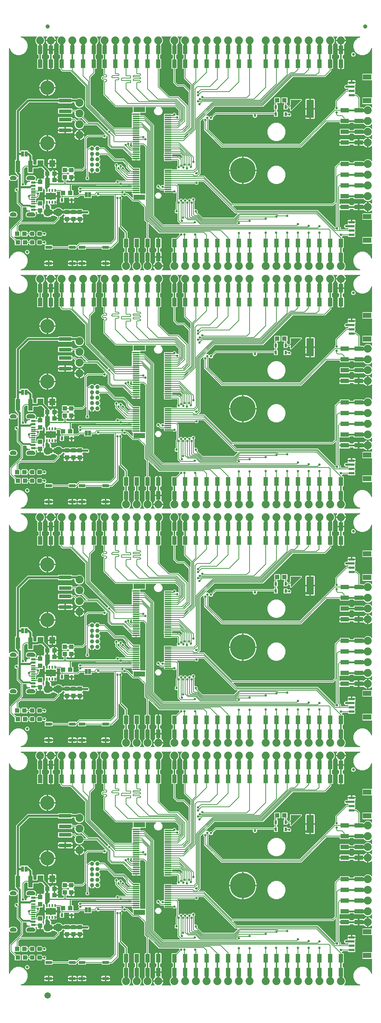
<source format=gtl>
G04 EAGLE Gerber RS-274X export*
G75*
%MOMM*%
%FSLAX34Y34*%
%LPD*%
%INTop Copper*%
%IPPOS*%
%AMOC8*
5,1,8,0,0,1.08239X$1,22.5*%
G01*
%ADD10R,1.000000X0.300000*%
%ADD11R,1.000000X0.600000*%
%ADD12C,0.654000*%
%ADD13R,1.000000X1.100000*%
%ADD14R,0.300000X0.650000*%
%ADD15R,2.350000X1.600000*%
%ADD16R,1.100000X1.000000*%
%ADD17C,0.635000*%
%ADD18R,1.700000X4.200000*%
%ADD19R,1.000000X1.000000*%
%ADD20R,0.630000X0.830000*%
%ADD21R,1.524000X0.762000*%
%ADD22R,0.635000X1.270000*%
%ADD23R,1.000000X2.800000*%
%ADD24R,1.400000X1.600000*%
%ADD25C,1.879600*%
%ADD26C,1.000000*%
%ADD27C,6.000000*%
%ADD28R,1.550000X0.300000*%
%ADD29R,2.750000X1.200000*%
%ADD30C,3.327400*%
%ADD31R,3.000000X0.900000*%
%ADD32R,1.000000X2.000000*%
%ADD33R,2.000000X1.200000*%
%ADD34R,1.350000X0.600000*%
%ADD35R,2.000000X1.000000*%
%ADD36C,0.300000*%
%ADD37C,1.500000*%
%ADD38C,0.152400*%
%ADD39C,0.762000*%
%ADD40C,0.177800*%
%ADD41C,0.558800*%
%ADD42C,0.254000*%
%ADD43C,0.508000*%
%ADD44C,0.604000*%
%ADD45C,0.406400*%
%ADD46C,0.558800*%

G36*
X766696Y160024D02*
X766696Y160024D01*
X766717Y160022D01*
X766828Y160044D01*
X766938Y160061D01*
X766957Y160070D01*
X766978Y160074D01*
X767017Y160098D01*
X767178Y160176D01*
X767260Y160253D01*
X767304Y160281D01*
X772407Y165384D01*
X772420Y165401D01*
X772436Y165414D01*
X772498Y165508D01*
X772565Y165598D01*
X772572Y165618D01*
X772583Y165636D01*
X772593Y165680D01*
X772652Y165849D01*
X772656Y165962D01*
X772667Y166012D01*
X772667Y247178D01*
X780281Y254792D01*
X782030Y256541D01*
X783583Y256541D01*
X783685Y256556D01*
X783787Y256564D01*
X783815Y256576D01*
X783846Y256581D01*
X783938Y256625D01*
X784034Y256663D01*
X784057Y256683D01*
X784085Y256696D01*
X784160Y256766D01*
X784240Y256831D01*
X784257Y256857D01*
X784279Y256878D01*
X784330Y256967D01*
X784387Y257052D01*
X784393Y257076D01*
X784411Y257108D01*
X784469Y257368D01*
X784466Y257406D01*
X784471Y257429D01*
X784471Y259757D01*
X785543Y260829D01*
X807057Y260829D01*
X808129Y259757D01*
X808129Y258717D01*
X808144Y258615D01*
X808152Y258513D01*
X808164Y258485D01*
X808169Y258454D01*
X808213Y258362D01*
X808251Y258266D01*
X808271Y258243D01*
X808284Y258215D01*
X808354Y258140D01*
X808419Y258060D01*
X808445Y258043D01*
X808466Y258021D01*
X808555Y257970D01*
X808640Y257913D01*
X808664Y257907D01*
X808696Y257889D01*
X808956Y257831D01*
X808994Y257834D01*
X809017Y257829D01*
X816583Y257829D01*
X816685Y257844D01*
X816787Y257852D01*
X816815Y257864D01*
X816846Y257869D01*
X816938Y257913D01*
X817034Y257951D01*
X817057Y257971D01*
X817085Y257984D01*
X817160Y258054D01*
X817240Y258119D01*
X817257Y258145D01*
X817279Y258166D01*
X817330Y258255D01*
X817387Y258340D01*
X817393Y258364D01*
X817411Y258396D01*
X817469Y258656D01*
X817466Y258694D01*
X817471Y258717D01*
X817471Y259757D01*
X818543Y260829D01*
X840058Y260829D01*
X840362Y260524D01*
X840444Y260464D01*
X840523Y260397D01*
X840551Y260385D01*
X840576Y260367D01*
X840673Y260333D01*
X840767Y260293D01*
X840798Y260289D01*
X840827Y260279D01*
X840929Y260276D01*
X841032Y260265D01*
X841062Y260271D01*
X841093Y260270D01*
X841192Y260297D01*
X841292Y260317D01*
X841312Y260330D01*
X841349Y260340D01*
X841573Y260483D01*
X841598Y260511D01*
X841618Y260524D01*
X844569Y263475D01*
X848677Y265177D01*
X853123Y265177D01*
X857231Y263475D01*
X859289Y261417D01*
X859330Y261387D01*
X859366Y261349D01*
X859437Y261308D01*
X859503Y261260D01*
X859552Y261243D01*
X859596Y261217D01*
X859676Y261199D01*
X859754Y261172D01*
X859806Y261170D01*
X859856Y261159D01*
X859938Y261166D01*
X860020Y261163D01*
X860069Y261177D01*
X860121Y261181D01*
X860197Y261211D01*
X860276Y261233D01*
X860320Y261261D01*
X860368Y261280D01*
X860431Y261332D01*
X860500Y261376D01*
X860534Y261415D01*
X860574Y261447D01*
X860619Y261516D01*
X860672Y261578D01*
X860693Y261626D01*
X860721Y261669D01*
X860733Y261719D01*
X860777Y261823D01*
X860795Y262001D01*
X860805Y262045D01*
X860805Y295677D01*
X860798Y295728D01*
X860799Y295780D01*
X860778Y295859D01*
X860765Y295940D01*
X860743Y295986D01*
X860729Y296036D01*
X860685Y296105D01*
X860650Y296179D01*
X860614Y296217D01*
X860587Y296260D01*
X860524Y296313D01*
X860468Y296373D01*
X860424Y296399D01*
X860384Y296432D01*
X860309Y296465D01*
X860238Y296505D01*
X860187Y296517D01*
X860140Y296537D01*
X860058Y296545D01*
X859978Y296563D01*
X859927Y296559D01*
X859875Y296564D01*
X859795Y296548D01*
X859713Y296541D01*
X859665Y296522D01*
X859615Y296512D01*
X859571Y296484D01*
X859466Y296442D01*
X859327Y296329D01*
X859289Y296305D01*
X858678Y295694D01*
X857157Y294589D01*
X855483Y293736D01*
X853696Y293155D01*
X852677Y292994D01*
X852677Y303911D01*
X852662Y304012D01*
X852653Y304115D01*
X852642Y304143D01*
X852637Y304174D01*
X852593Y304266D01*
X852554Y304361D01*
X852535Y304385D01*
X852522Y304413D01*
X852452Y304488D01*
X852387Y304568D01*
X852361Y304585D01*
X852340Y304607D01*
X852251Y304658D01*
X852166Y304715D01*
X852142Y304720D01*
X852110Y304739D01*
X851850Y304797D01*
X851812Y304794D01*
X851789Y304799D01*
X850899Y304799D01*
X850899Y304801D01*
X851789Y304801D01*
X851890Y304816D01*
X851993Y304825D01*
X852021Y304836D01*
X852052Y304841D01*
X852144Y304885D01*
X852239Y304924D01*
X852263Y304943D01*
X852291Y304956D01*
X852366Y305026D01*
X852446Y305091D01*
X852463Y305117D01*
X852485Y305138D01*
X852536Y305227D01*
X852593Y305312D01*
X852599Y305336D01*
X852617Y305369D01*
X852675Y305628D01*
X852672Y305666D01*
X852677Y305689D01*
X852677Y316606D01*
X853696Y316445D01*
X855483Y315864D01*
X857157Y315011D01*
X858678Y313906D01*
X859289Y313295D01*
X859330Y313264D01*
X859366Y313227D01*
X859437Y313186D01*
X859503Y313137D01*
X859552Y313120D01*
X859596Y313095D01*
X859676Y313077D01*
X859754Y313050D01*
X859806Y313048D01*
X859856Y313037D01*
X859938Y313044D01*
X860020Y313041D01*
X860069Y313054D01*
X860121Y313059D01*
X860197Y313089D01*
X860276Y313111D01*
X860320Y313138D01*
X860368Y313158D01*
X860431Y313209D01*
X860500Y313253D01*
X860534Y313293D01*
X860574Y313325D01*
X860619Y313393D01*
X860672Y313456D01*
X860693Y313503D01*
X860721Y313546D01*
X860733Y313597D01*
X860777Y313700D01*
X860795Y313879D01*
X860805Y313923D01*
X860805Y322155D01*
X860798Y322206D01*
X860799Y322257D01*
X860778Y322336D01*
X860765Y322417D01*
X860743Y322464D01*
X860729Y322514D01*
X860685Y322583D01*
X860650Y322657D01*
X860615Y322694D01*
X860587Y322738D01*
X860524Y322791D01*
X860468Y322851D01*
X860424Y322877D01*
X860384Y322910D01*
X860309Y322942D01*
X860238Y322983D01*
X860187Y322994D01*
X860140Y323014D01*
X860058Y323023D01*
X859978Y323041D01*
X859927Y323037D01*
X859875Y323042D01*
X859795Y323026D01*
X859713Y323019D01*
X859665Y323000D01*
X859615Y322990D01*
X859571Y322962D01*
X859466Y322920D01*
X859327Y322807D01*
X859289Y322783D01*
X857231Y320725D01*
X853123Y319023D01*
X848677Y319023D01*
X844569Y320725D01*
X841668Y323626D01*
X841585Y323687D01*
X841507Y323753D01*
X841479Y323765D01*
X841454Y323783D01*
X841357Y323817D01*
X841263Y323857D01*
X841232Y323861D01*
X841203Y323871D01*
X841101Y323874D01*
X840998Y323885D01*
X840968Y323879D01*
X840937Y323880D01*
X840838Y323853D01*
X840738Y323833D01*
X840717Y323820D01*
X840681Y323810D01*
X840457Y323667D01*
X840432Y323639D01*
X840412Y323626D01*
X840057Y323271D01*
X818543Y323271D01*
X817471Y324343D01*
X817471Y325383D01*
X817456Y325485D01*
X817448Y325587D01*
X817436Y325615D01*
X817431Y325646D01*
X817387Y325738D01*
X817349Y325834D01*
X817329Y325857D01*
X817316Y325885D01*
X817246Y325960D01*
X817181Y326040D01*
X817155Y326057D01*
X817134Y326079D01*
X817045Y326130D01*
X816960Y326187D01*
X816936Y326193D01*
X816904Y326211D01*
X816644Y326269D01*
X816606Y326266D01*
X816583Y326271D01*
X809017Y326271D01*
X808915Y326256D01*
X808813Y326248D01*
X808785Y326236D01*
X808754Y326231D01*
X808662Y326187D01*
X808566Y326149D01*
X808543Y326129D01*
X808515Y326116D01*
X808440Y326046D01*
X808360Y325981D01*
X808343Y325955D01*
X808321Y325934D01*
X808270Y325845D01*
X808213Y325760D01*
X808207Y325736D01*
X808189Y325704D01*
X808131Y325444D01*
X808134Y325406D01*
X808129Y325383D01*
X808129Y324343D01*
X807057Y323271D01*
X785543Y323271D01*
X784471Y324343D01*
X784471Y335857D01*
X785543Y336929D01*
X807057Y336929D01*
X808129Y335857D01*
X808129Y334817D01*
X808144Y334715D01*
X808152Y334613D01*
X808164Y334585D01*
X808169Y334554D01*
X808213Y334462D01*
X808251Y334366D01*
X808271Y334343D01*
X808284Y334315D01*
X808354Y334240D01*
X808419Y334160D01*
X808445Y334143D01*
X808466Y334121D01*
X808555Y334070D01*
X808640Y334013D01*
X808664Y334007D01*
X808696Y333989D01*
X808956Y333931D01*
X808994Y333934D01*
X809017Y333929D01*
X816583Y333929D01*
X816685Y333944D01*
X816787Y333952D01*
X816815Y333964D01*
X816846Y333969D01*
X816938Y334013D01*
X817034Y334051D01*
X817057Y334071D01*
X817085Y334084D01*
X817160Y334154D01*
X817240Y334219D01*
X817257Y334245D01*
X817279Y334266D01*
X817330Y334355D01*
X817387Y334440D01*
X817393Y334464D01*
X817411Y334496D01*
X817469Y334756D01*
X817466Y334794D01*
X817471Y334817D01*
X817471Y335887D01*
X818563Y336979D01*
X840037Y336979D01*
X840327Y336689D01*
X840409Y336628D01*
X840487Y336562D01*
X840516Y336549D01*
X840540Y336531D01*
X840638Y336497D01*
X840732Y336457D01*
X840762Y336454D01*
X840792Y336444D01*
X840894Y336440D01*
X840996Y336430D01*
X841026Y336436D01*
X841057Y336435D01*
X841156Y336462D01*
X841257Y336482D01*
X841277Y336495D01*
X841314Y336505D01*
X841538Y336647D01*
X841563Y336676D01*
X841583Y336689D01*
X844569Y339675D01*
X848677Y341377D01*
X853123Y341377D01*
X857231Y339675D01*
X859289Y337617D01*
X859330Y337587D01*
X859366Y337549D01*
X859437Y337508D01*
X859503Y337460D01*
X859552Y337443D01*
X859596Y337417D01*
X859676Y337399D01*
X859754Y337372D01*
X859806Y337370D01*
X859856Y337359D01*
X859938Y337366D01*
X860020Y337363D01*
X860069Y337377D01*
X860121Y337381D01*
X860197Y337411D01*
X860276Y337433D01*
X860320Y337461D01*
X860368Y337480D01*
X860431Y337532D01*
X860500Y337576D01*
X860534Y337615D01*
X860574Y337647D01*
X860619Y337716D01*
X860672Y337778D01*
X860693Y337826D01*
X860721Y337869D01*
X860733Y337919D01*
X860777Y338023D01*
X860795Y338201D01*
X860805Y338245D01*
X860805Y347555D01*
X860798Y347606D01*
X860799Y347657D01*
X860778Y347736D01*
X860765Y347817D01*
X860743Y347864D01*
X860729Y347914D01*
X860685Y347983D01*
X860650Y348057D01*
X860615Y348094D01*
X860587Y348138D01*
X860524Y348191D01*
X860468Y348251D01*
X860424Y348277D01*
X860384Y348310D01*
X860309Y348342D01*
X860238Y348383D01*
X860187Y348394D01*
X860140Y348414D01*
X860058Y348423D01*
X859978Y348441D01*
X859927Y348437D01*
X859875Y348442D01*
X859795Y348426D01*
X859713Y348419D01*
X859665Y348400D01*
X859615Y348390D01*
X859571Y348362D01*
X859466Y348320D01*
X859327Y348207D01*
X859289Y348183D01*
X857231Y346125D01*
X853123Y344423D01*
X848677Y344423D01*
X844569Y346125D01*
X841618Y349076D01*
X841535Y349137D01*
X841457Y349203D01*
X841429Y349215D01*
X841404Y349233D01*
X841307Y349267D01*
X841213Y349307D01*
X841182Y349311D01*
X841153Y349321D01*
X841051Y349324D01*
X840948Y349335D01*
X840918Y349329D01*
X840887Y349330D01*
X840788Y349303D01*
X840688Y349283D01*
X840667Y349270D01*
X840631Y349260D01*
X840407Y349117D01*
X840382Y349089D01*
X840362Y349076D01*
X840057Y348771D01*
X818543Y348771D01*
X817471Y349843D01*
X817471Y350883D01*
X817456Y350985D01*
X817448Y351087D01*
X817436Y351115D01*
X817431Y351146D01*
X817387Y351238D01*
X817349Y351334D01*
X817329Y351357D01*
X817316Y351385D01*
X817246Y351460D01*
X817181Y351540D01*
X817155Y351557D01*
X817134Y351579D01*
X817045Y351630D01*
X816960Y351687D01*
X816936Y351693D01*
X816904Y351711D01*
X816644Y351769D01*
X816606Y351766D01*
X816583Y351771D01*
X809017Y351771D01*
X808915Y351756D01*
X808813Y351748D01*
X808785Y351736D01*
X808754Y351731D01*
X808662Y351687D01*
X808566Y351649D01*
X808543Y351629D01*
X808515Y351616D01*
X808440Y351546D01*
X808360Y351481D01*
X808343Y351455D01*
X808321Y351434D01*
X808270Y351345D01*
X808213Y351260D01*
X808207Y351236D01*
X808189Y351204D01*
X808131Y350944D01*
X808134Y350906D01*
X808129Y350883D01*
X808129Y349843D01*
X807057Y348771D01*
X785543Y348771D01*
X784471Y349843D01*
X784471Y352171D01*
X784456Y352273D01*
X784448Y352375D01*
X784436Y352403D01*
X784431Y352434D01*
X784387Y352526D01*
X784349Y352622D01*
X784329Y352645D01*
X784316Y352673D01*
X784246Y352748D01*
X784181Y352828D01*
X784155Y352845D01*
X784134Y352867D01*
X784045Y352918D01*
X783960Y352975D01*
X783936Y352981D01*
X783904Y352999D01*
X783644Y353057D01*
X783606Y353054D01*
X783583Y353059D01*
X753260Y353059D01*
X753240Y353056D01*
X753219Y353058D01*
X753108Y353036D01*
X752998Y353019D01*
X752979Y353010D01*
X752958Y353006D01*
X752919Y352982D01*
X752758Y352904D01*
X752676Y352827D01*
X752632Y352799D01*
X693442Y293609D01*
X505438Y293609D01*
X463999Y335048D01*
X463999Y354354D01*
X463996Y354375D01*
X463998Y354396D01*
X463976Y354506D01*
X463959Y354617D01*
X463950Y354636D01*
X463946Y354656D01*
X463921Y354695D01*
X463843Y354856D01*
X463766Y354939D01*
X463739Y354982D01*
X461967Y356754D01*
X461967Y360399D01*
X461959Y360450D01*
X461961Y360502D01*
X461939Y360581D01*
X461927Y360662D01*
X461905Y360708D01*
X461891Y360758D01*
X461847Y360827D01*
X461811Y360901D01*
X461776Y360939D01*
X461748Y360982D01*
X461686Y361035D01*
X461630Y361095D01*
X461585Y361121D01*
X461546Y361154D01*
X461470Y361187D01*
X461399Y361227D01*
X461349Y361239D01*
X461301Y361259D01*
X461220Y361267D01*
X461140Y361285D01*
X461088Y361281D01*
X461037Y361286D01*
X460956Y361270D01*
X460875Y361264D01*
X460827Y361244D01*
X460776Y361234D01*
X460733Y361207D01*
X460628Y361165D01*
X460489Y361052D01*
X460450Y361027D01*
X455683Y356260D01*
X455670Y356243D01*
X455654Y356229D01*
X455592Y356136D01*
X455525Y356046D01*
X455518Y356026D01*
X455507Y356008D01*
X455497Y355964D01*
X455438Y355795D01*
X455434Y355682D01*
X455423Y355631D01*
X455423Y231242D01*
X453674Y229493D01*
X451701Y227520D01*
X451670Y227478D01*
X451633Y227443D01*
X451592Y227372D01*
X451543Y227306D01*
X451526Y227257D01*
X451501Y227212D01*
X451483Y227132D01*
X451456Y227055D01*
X451454Y227003D01*
X451443Y226953D01*
X451449Y226871D01*
X451447Y226789D01*
X451460Y226739D01*
X451464Y226688D01*
X451495Y226612D01*
X451517Y226533D01*
X451544Y226489D01*
X451563Y226441D01*
X451615Y226378D01*
X451659Y226308D01*
X451698Y226275D01*
X451731Y226235D01*
X451799Y226189D01*
X451862Y226136D01*
X451909Y226116D01*
X451952Y226087D01*
X452003Y226076D01*
X452106Y226032D01*
X452285Y226014D01*
X452329Y226004D01*
X464442Y226004D01*
X530164Y160281D01*
X530181Y160268D01*
X530195Y160252D01*
X530288Y160190D01*
X530378Y160123D01*
X530398Y160116D01*
X530416Y160105D01*
X530460Y160095D01*
X530629Y160036D01*
X530742Y160032D01*
X530792Y160021D01*
X766676Y160021D01*
X766696Y160024D01*
G37*
G36*
X766696Y1287784D02*
X766696Y1287784D01*
X766717Y1287782D01*
X766828Y1287804D01*
X766938Y1287821D01*
X766957Y1287830D01*
X766978Y1287834D01*
X767017Y1287858D01*
X767178Y1287936D01*
X767260Y1288013D01*
X767304Y1288041D01*
X772407Y1293144D01*
X772420Y1293161D01*
X772436Y1293174D01*
X772498Y1293268D01*
X772565Y1293358D01*
X772572Y1293378D01*
X772583Y1293395D01*
X772593Y1293440D01*
X772652Y1293609D01*
X772656Y1293722D01*
X772667Y1293772D01*
X772667Y1374938D01*
X782030Y1384301D01*
X783583Y1384301D01*
X783685Y1384316D01*
X783787Y1384324D01*
X783815Y1384336D01*
X783846Y1384341D01*
X783938Y1384385D01*
X784034Y1384423D01*
X784057Y1384443D01*
X784085Y1384456D01*
X784160Y1384526D01*
X784240Y1384591D01*
X784257Y1384617D01*
X784279Y1384638D01*
X784330Y1384727D01*
X784387Y1384812D01*
X784393Y1384836D01*
X784411Y1384868D01*
X784469Y1385128D01*
X784466Y1385166D01*
X784471Y1385189D01*
X784471Y1387517D01*
X785543Y1388589D01*
X807057Y1388589D01*
X808129Y1387517D01*
X808129Y1386477D01*
X808144Y1386375D01*
X808152Y1386273D01*
X808164Y1386245D01*
X808169Y1386214D01*
X808213Y1386122D01*
X808251Y1386026D01*
X808271Y1386003D01*
X808284Y1385975D01*
X808354Y1385900D01*
X808419Y1385820D01*
X808445Y1385803D01*
X808466Y1385781D01*
X808555Y1385730D01*
X808640Y1385673D01*
X808664Y1385667D01*
X808696Y1385649D01*
X808956Y1385591D01*
X808994Y1385594D01*
X809017Y1385589D01*
X816583Y1385589D01*
X816685Y1385604D01*
X816787Y1385612D01*
X816815Y1385624D01*
X816846Y1385629D01*
X816938Y1385673D01*
X817034Y1385711D01*
X817057Y1385731D01*
X817085Y1385744D01*
X817160Y1385814D01*
X817240Y1385879D01*
X817257Y1385905D01*
X817279Y1385926D01*
X817330Y1386015D01*
X817387Y1386100D01*
X817393Y1386124D01*
X817411Y1386156D01*
X817469Y1386416D01*
X817466Y1386454D01*
X817471Y1386477D01*
X817471Y1387517D01*
X818543Y1388589D01*
X840057Y1388589D01*
X840362Y1388284D01*
X840445Y1388223D01*
X840523Y1388157D01*
X840551Y1388145D01*
X840576Y1388127D01*
X840673Y1388093D01*
X840767Y1388053D01*
X840798Y1388049D01*
X840827Y1388039D01*
X840929Y1388036D01*
X841032Y1388025D01*
X841062Y1388031D01*
X841093Y1388030D01*
X841192Y1388057D01*
X841292Y1388077D01*
X841312Y1388090D01*
X841349Y1388100D01*
X841573Y1388243D01*
X841598Y1388272D01*
X841618Y1388284D01*
X844569Y1391235D01*
X848677Y1392937D01*
X853123Y1392937D01*
X857231Y1391235D01*
X859289Y1389177D01*
X859330Y1389147D01*
X859366Y1389109D01*
X859437Y1389068D01*
X859503Y1389020D01*
X859552Y1389003D01*
X859596Y1388977D01*
X859676Y1388959D01*
X859754Y1388932D01*
X859806Y1388930D01*
X859856Y1388919D01*
X859938Y1388926D01*
X860020Y1388923D01*
X860069Y1388937D01*
X860121Y1388941D01*
X860197Y1388971D01*
X860276Y1388993D01*
X860320Y1389021D01*
X860368Y1389040D01*
X860431Y1389092D01*
X860500Y1389136D01*
X860534Y1389175D01*
X860574Y1389207D01*
X860619Y1389276D01*
X860672Y1389338D01*
X860693Y1389386D01*
X860721Y1389429D01*
X860733Y1389479D01*
X860777Y1389583D01*
X860795Y1389761D01*
X860805Y1389805D01*
X860805Y1423437D01*
X860798Y1423488D01*
X860799Y1423540D01*
X860778Y1423619D01*
X860765Y1423700D01*
X860743Y1423746D01*
X860729Y1423796D01*
X860685Y1423865D01*
X860650Y1423939D01*
X860614Y1423977D01*
X860587Y1424020D01*
X860524Y1424073D01*
X860468Y1424133D01*
X860424Y1424159D01*
X860384Y1424192D01*
X860309Y1424225D01*
X860238Y1424265D01*
X860187Y1424277D01*
X860140Y1424297D01*
X860058Y1424305D01*
X859978Y1424323D01*
X859927Y1424319D01*
X859875Y1424324D01*
X859795Y1424308D01*
X859713Y1424301D01*
X859665Y1424282D01*
X859615Y1424272D01*
X859571Y1424244D01*
X859466Y1424202D01*
X859327Y1424089D01*
X859289Y1424065D01*
X858678Y1423454D01*
X857157Y1422349D01*
X855483Y1421496D01*
X853696Y1420915D01*
X852677Y1420754D01*
X852677Y1431671D01*
X852662Y1431772D01*
X852653Y1431875D01*
X852642Y1431903D01*
X852637Y1431934D01*
X852593Y1432026D01*
X852554Y1432121D01*
X852535Y1432145D01*
X852522Y1432173D01*
X852452Y1432248D01*
X852387Y1432328D01*
X852361Y1432345D01*
X852340Y1432367D01*
X852251Y1432418D01*
X852166Y1432475D01*
X852142Y1432480D01*
X852110Y1432499D01*
X851850Y1432557D01*
X851812Y1432554D01*
X851789Y1432559D01*
X850899Y1432559D01*
X850899Y1432561D01*
X851789Y1432561D01*
X851890Y1432576D01*
X851993Y1432585D01*
X852021Y1432596D01*
X852052Y1432601D01*
X852144Y1432645D01*
X852239Y1432684D01*
X852263Y1432703D01*
X852291Y1432716D01*
X852366Y1432786D01*
X852446Y1432851D01*
X852463Y1432877D01*
X852485Y1432898D01*
X852536Y1432987D01*
X852593Y1433072D01*
X852599Y1433096D01*
X852617Y1433129D01*
X852675Y1433388D01*
X852672Y1433426D01*
X852677Y1433449D01*
X852677Y1444366D01*
X853696Y1444205D01*
X855483Y1443624D01*
X857157Y1442771D01*
X858678Y1441666D01*
X859289Y1441055D01*
X859330Y1441024D01*
X859366Y1440987D01*
X859437Y1440946D01*
X859503Y1440897D01*
X859552Y1440880D01*
X859596Y1440855D01*
X859676Y1440837D01*
X859754Y1440810D01*
X859806Y1440808D01*
X859856Y1440797D01*
X859938Y1440804D01*
X860020Y1440801D01*
X860069Y1440814D01*
X860121Y1440819D01*
X860197Y1440849D01*
X860276Y1440871D01*
X860320Y1440898D01*
X860368Y1440918D01*
X860431Y1440969D01*
X860500Y1441013D01*
X860534Y1441053D01*
X860574Y1441085D01*
X860619Y1441153D01*
X860672Y1441216D01*
X860693Y1441263D01*
X860721Y1441306D01*
X860733Y1441357D01*
X860777Y1441460D01*
X860795Y1441639D01*
X860805Y1441683D01*
X860805Y1449915D01*
X860798Y1449966D01*
X860799Y1450017D01*
X860778Y1450096D01*
X860765Y1450177D01*
X860743Y1450224D01*
X860729Y1450274D01*
X860685Y1450343D01*
X860650Y1450417D01*
X860615Y1450454D01*
X860587Y1450498D01*
X860524Y1450551D01*
X860468Y1450611D01*
X860424Y1450637D01*
X860384Y1450670D01*
X860309Y1450702D01*
X860238Y1450743D01*
X860187Y1450754D01*
X860140Y1450774D01*
X860058Y1450783D01*
X859978Y1450801D01*
X859927Y1450797D01*
X859875Y1450802D01*
X859795Y1450786D01*
X859713Y1450779D01*
X859665Y1450760D01*
X859615Y1450750D01*
X859571Y1450722D01*
X859466Y1450680D01*
X859327Y1450567D01*
X859289Y1450543D01*
X857231Y1448485D01*
X853123Y1446783D01*
X848677Y1446783D01*
X844569Y1448485D01*
X841668Y1451386D01*
X841585Y1451447D01*
X841507Y1451513D01*
X841479Y1451525D01*
X841454Y1451543D01*
X841357Y1451577D01*
X841263Y1451617D01*
X841232Y1451621D01*
X841203Y1451631D01*
X841100Y1451634D01*
X840998Y1451645D01*
X840968Y1451639D01*
X840937Y1451640D01*
X840838Y1451613D01*
X840738Y1451593D01*
X840717Y1451580D01*
X840681Y1451570D01*
X840457Y1451427D01*
X840432Y1451398D01*
X840412Y1451386D01*
X840058Y1451031D01*
X818543Y1451031D01*
X817471Y1452103D01*
X817471Y1453143D01*
X817456Y1453245D01*
X817448Y1453347D01*
X817436Y1453375D01*
X817431Y1453406D01*
X817387Y1453498D01*
X817349Y1453594D01*
X817329Y1453617D01*
X817316Y1453645D01*
X817246Y1453720D01*
X817181Y1453800D01*
X817155Y1453817D01*
X817134Y1453839D01*
X817045Y1453890D01*
X816960Y1453947D01*
X816936Y1453953D01*
X816904Y1453971D01*
X816644Y1454029D01*
X816606Y1454026D01*
X816583Y1454031D01*
X809017Y1454031D01*
X808915Y1454016D01*
X808813Y1454008D01*
X808785Y1453996D01*
X808754Y1453991D01*
X808662Y1453947D01*
X808566Y1453909D01*
X808543Y1453889D01*
X808515Y1453876D01*
X808440Y1453806D01*
X808360Y1453741D01*
X808343Y1453715D01*
X808321Y1453694D01*
X808270Y1453605D01*
X808213Y1453520D01*
X808207Y1453496D01*
X808189Y1453464D01*
X808131Y1453204D01*
X808134Y1453166D01*
X808129Y1453143D01*
X808129Y1452103D01*
X807057Y1451031D01*
X785543Y1451031D01*
X784471Y1452103D01*
X784471Y1463617D01*
X785543Y1464689D01*
X807057Y1464689D01*
X808129Y1463617D01*
X808129Y1462577D01*
X808144Y1462475D01*
X808152Y1462373D01*
X808164Y1462345D01*
X808169Y1462314D01*
X808213Y1462222D01*
X808251Y1462126D01*
X808271Y1462103D01*
X808284Y1462075D01*
X808354Y1462000D01*
X808419Y1461920D01*
X808445Y1461903D01*
X808466Y1461881D01*
X808555Y1461830D01*
X808640Y1461773D01*
X808664Y1461767D01*
X808696Y1461749D01*
X808956Y1461691D01*
X808994Y1461694D01*
X809017Y1461689D01*
X816583Y1461689D01*
X816685Y1461704D01*
X816787Y1461712D01*
X816815Y1461724D01*
X816846Y1461729D01*
X816938Y1461773D01*
X817034Y1461811D01*
X817057Y1461831D01*
X817085Y1461844D01*
X817160Y1461914D01*
X817240Y1461979D01*
X817257Y1462005D01*
X817279Y1462026D01*
X817330Y1462115D01*
X817387Y1462200D01*
X817393Y1462224D01*
X817411Y1462256D01*
X817469Y1462516D01*
X817466Y1462554D01*
X817471Y1462577D01*
X817471Y1463647D01*
X818563Y1464739D01*
X840037Y1464739D01*
X840327Y1464449D01*
X840409Y1464388D01*
X840487Y1464322D01*
X840516Y1464309D01*
X840540Y1464291D01*
X840638Y1464257D01*
X840732Y1464217D01*
X840762Y1464214D01*
X840792Y1464204D01*
X840894Y1464200D01*
X840996Y1464190D01*
X841026Y1464196D01*
X841057Y1464195D01*
X841156Y1464222D01*
X841257Y1464242D01*
X841277Y1464255D01*
X841314Y1464265D01*
X841538Y1464407D01*
X841563Y1464436D01*
X841583Y1464449D01*
X844569Y1467435D01*
X848677Y1469137D01*
X853123Y1469137D01*
X857231Y1467435D01*
X859289Y1465377D01*
X859330Y1465347D01*
X859366Y1465309D01*
X859437Y1465268D01*
X859503Y1465220D01*
X859552Y1465203D01*
X859596Y1465177D01*
X859676Y1465159D01*
X859754Y1465132D01*
X859806Y1465130D01*
X859856Y1465119D01*
X859938Y1465126D01*
X860020Y1465123D01*
X860069Y1465137D01*
X860121Y1465141D01*
X860197Y1465171D01*
X860276Y1465193D01*
X860320Y1465221D01*
X860368Y1465240D01*
X860431Y1465292D01*
X860500Y1465336D01*
X860534Y1465375D01*
X860574Y1465407D01*
X860619Y1465476D01*
X860672Y1465538D01*
X860693Y1465586D01*
X860721Y1465629D01*
X860733Y1465679D01*
X860777Y1465783D01*
X860795Y1465961D01*
X860805Y1466005D01*
X860805Y1475315D01*
X860798Y1475366D01*
X860799Y1475417D01*
X860778Y1475496D01*
X860765Y1475577D01*
X860743Y1475624D01*
X860729Y1475674D01*
X860685Y1475743D01*
X860650Y1475817D01*
X860615Y1475854D01*
X860587Y1475898D01*
X860524Y1475951D01*
X860468Y1476011D01*
X860424Y1476037D01*
X860384Y1476070D01*
X860309Y1476102D01*
X860238Y1476143D01*
X860187Y1476154D01*
X860140Y1476174D01*
X860058Y1476183D01*
X859978Y1476201D01*
X859927Y1476197D01*
X859875Y1476202D01*
X859795Y1476186D01*
X859713Y1476179D01*
X859665Y1476160D01*
X859615Y1476150D01*
X859571Y1476122D01*
X859466Y1476080D01*
X859327Y1475967D01*
X859289Y1475943D01*
X857231Y1473885D01*
X853123Y1472183D01*
X848677Y1472183D01*
X844569Y1473885D01*
X841618Y1476836D01*
X841535Y1476897D01*
X841457Y1476963D01*
X841429Y1476975D01*
X841404Y1476993D01*
X841307Y1477027D01*
X841213Y1477067D01*
X841182Y1477071D01*
X841153Y1477081D01*
X841050Y1477084D01*
X840948Y1477095D01*
X840918Y1477089D01*
X840887Y1477090D01*
X840788Y1477063D01*
X840688Y1477043D01*
X840667Y1477030D01*
X840631Y1477020D01*
X840407Y1476877D01*
X840382Y1476848D01*
X840362Y1476836D01*
X840058Y1476531D01*
X818543Y1476531D01*
X817471Y1477603D01*
X817471Y1478643D01*
X817456Y1478745D01*
X817448Y1478847D01*
X817436Y1478875D01*
X817431Y1478906D01*
X817387Y1478998D01*
X817349Y1479094D01*
X817329Y1479117D01*
X817316Y1479145D01*
X817246Y1479220D01*
X817181Y1479300D01*
X817155Y1479317D01*
X817134Y1479339D01*
X817045Y1479390D01*
X816960Y1479447D01*
X816936Y1479453D01*
X816904Y1479471D01*
X816644Y1479529D01*
X816606Y1479526D01*
X816583Y1479531D01*
X809017Y1479531D01*
X808915Y1479516D01*
X808813Y1479508D01*
X808785Y1479496D01*
X808754Y1479491D01*
X808662Y1479447D01*
X808566Y1479409D01*
X808543Y1479389D01*
X808515Y1479376D01*
X808440Y1479306D01*
X808360Y1479241D01*
X808343Y1479215D01*
X808321Y1479194D01*
X808270Y1479105D01*
X808213Y1479020D01*
X808207Y1478996D01*
X808189Y1478964D01*
X808131Y1478704D01*
X808134Y1478666D01*
X808129Y1478643D01*
X808129Y1477603D01*
X807057Y1476531D01*
X785543Y1476531D01*
X784471Y1477603D01*
X784471Y1479931D01*
X784456Y1480033D01*
X784448Y1480135D01*
X784436Y1480163D01*
X784431Y1480194D01*
X784387Y1480286D01*
X784349Y1480382D01*
X784329Y1480405D01*
X784316Y1480433D01*
X784246Y1480508D01*
X784181Y1480588D01*
X784155Y1480605D01*
X784134Y1480627D01*
X784045Y1480678D01*
X783960Y1480735D01*
X783936Y1480741D01*
X783904Y1480759D01*
X783644Y1480817D01*
X783606Y1480814D01*
X783583Y1480819D01*
X753260Y1480819D01*
X753240Y1480816D01*
X753219Y1480818D01*
X753108Y1480796D01*
X752998Y1480779D01*
X752979Y1480770D01*
X752958Y1480766D01*
X752919Y1480742D01*
X752758Y1480664D01*
X752676Y1480587D01*
X752632Y1480559D01*
X693442Y1421369D01*
X505438Y1421369D01*
X463999Y1462808D01*
X463999Y1482114D01*
X463996Y1482135D01*
X463998Y1482156D01*
X463976Y1482266D01*
X463959Y1482377D01*
X463950Y1482396D01*
X463946Y1482416D01*
X463921Y1482455D01*
X463843Y1482616D01*
X463766Y1482699D01*
X463739Y1482742D01*
X461967Y1484514D01*
X461967Y1488159D01*
X461959Y1488210D01*
X461961Y1488262D01*
X461939Y1488341D01*
X461927Y1488422D01*
X461905Y1488468D01*
X461891Y1488518D01*
X461847Y1488587D01*
X461811Y1488661D01*
X461776Y1488699D01*
X461748Y1488742D01*
X461686Y1488795D01*
X461630Y1488855D01*
X461585Y1488881D01*
X461546Y1488914D01*
X461470Y1488947D01*
X461399Y1488987D01*
X461349Y1488999D01*
X461301Y1489019D01*
X461220Y1489027D01*
X461140Y1489045D01*
X461088Y1489041D01*
X461037Y1489046D01*
X460956Y1489030D01*
X460875Y1489024D01*
X460827Y1489004D01*
X460776Y1488994D01*
X460733Y1488967D01*
X460628Y1488925D01*
X460489Y1488812D01*
X460450Y1488787D01*
X455683Y1484020D01*
X455670Y1484003D01*
X455654Y1483989D01*
X455592Y1483896D01*
X455525Y1483806D01*
X455518Y1483786D01*
X455507Y1483768D01*
X455497Y1483724D01*
X455438Y1483555D01*
X455434Y1483442D01*
X455423Y1483391D01*
X455423Y1359002D01*
X453674Y1357253D01*
X451701Y1355280D01*
X451670Y1355238D01*
X451633Y1355203D01*
X451592Y1355132D01*
X451543Y1355066D01*
X451526Y1355017D01*
X451501Y1354972D01*
X451483Y1354892D01*
X451456Y1354815D01*
X451454Y1354763D01*
X451443Y1354713D01*
X451449Y1354631D01*
X451447Y1354549D01*
X451460Y1354499D01*
X451464Y1354448D01*
X451495Y1354372D01*
X451517Y1354293D01*
X451544Y1354249D01*
X451563Y1354201D01*
X451615Y1354138D01*
X451659Y1354068D01*
X451698Y1354035D01*
X451731Y1353995D01*
X451799Y1353949D01*
X451862Y1353896D01*
X451909Y1353876D01*
X451952Y1353847D01*
X452003Y1353836D01*
X452106Y1353792D01*
X452285Y1353774D01*
X452329Y1353764D01*
X464442Y1353764D01*
X530164Y1288041D01*
X530181Y1288028D01*
X530195Y1288012D01*
X530288Y1287950D01*
X530378Y1287883D01*
X530398Y1287876D01*
X530416Y1287865D01*
X530460Y1287855D01*
X530629Y1287796D01*
X530742Y1287792D01*
X530792Y1287781D01*
X766676Y1287781D01*
X766696Y1287784D01*
G37*
G36*
X766696Y1851664D02*
X766696Y1851664D01*
X766717Y1851662D01*
X766828Y1851684D01*
X766938Y1851701D01*
X766957Y1851710D01*
X766978Y1851714D01*
X767017Y1851738D01*
X767178Y1851816D01*
X767260Y1851893D01*
X767304Y1851921D01*
X772407Y1857024D01*
X772420Y1857041D01*
X772436Y1857054D01*
X772498Y1857148D01*
X772565Y1857238D01*
X772572Y1857258D01*
X772583Y1857276D01*
X772593Y1857320D01*
X772652Y1857489D01*
X772656Y1857602D01*
X772667Y1857652D01*
X772667Y1938818D01*
X782030Y1948181D01*
X783583Y1948181D01*
X783685Y1948196D01*
X783787Y1948204D01*
X783815Y1948216D01*
X783846Y1948221D01*
X783938Y1948265D01*
X784034Y1948303D01*
X784057Y1948323D01*
X784085Y1948336D01*
X784160Y1948406D01*
X784240Y1948471D01*
X784257Y1948497D01*
X784279Y1948518D01*
X784330Y1948607D01*
X784387Y1948692D01*
X784393Y1948716D01*
X784411Y1948748D01*
X784469Y1949008D01*
X784466Y1949046D01*
X784471Y1949069D01*
X784471Y1951397D01*
X785543Y1952469D01*
X807057Y1952469D01*
X808129Y1951397D01*
X808129Y1950357D01*
X808144Y1950255D01*
X808152Y1950153D01*
X808164Y1950125D01*
X808169Y1950094D01*
X808213Y1950002D01*
X808251Y1949906D01*
X808271Y1949883D01*
X808284Y1949855D01*
X808354Y1949780D01*
X808419Y1949700D01*
X808445Y1949683D01*
X808466Y1949661D01*
X808555Y1949610D01*
X808640Y1949553D01*
X808664Y1949547D01*
X808696Y1949529D01*
X808956Y1949471D01*
X808994Y1949474D01*
X809017Y1949469D01*
X816583Y1949469D01*
X816685Y1949484D01*
X816787Y1949492D01*
X816815Y1949504D01*
X816846Y1949509D01*
X816938Y1949553D01*
X817034Y1949591D01*
X817057Y1949611D01*
X817085Y1949624D01*
X817160Y1949694D01*
X817240Y1949759D01*
X817257Y1949785D01*
X817279Y1949806D01*
X817330Y1949895D01*
X817387Y1949980D01*
X817393Y1950004D01*
X817411Y1950036D01*
X817469Y1950296D01*
X817466Y1950334D01*
X817471Y1950357D01*
X817471Y1951397D01*
X818543Y1952469D01*
X840057Y1952469D01*
X840362Y1952164D01*
X840445Y1952103D01*
X840523Y1952037D01*
X840551Y1952025D01*
X840576Y1952007D01*
X840673Y1951973D01*
X840767Y1951933D01*
X840798Y1951929D01*
X840827Y1951919D01*
X840929Y1951916D01*
X841032Y1951905D01*
X841062Y1951911D01*
X841093Y1951910D01*
X841192Y1951937D01*
X841292Y1951957D01*
X841312Y1951970D01*
X841349Y1951980D01*
X841573Y1952123D01*
X841598Y1952152D01*
X841618Y1952164D01*
X844569Y1955115D01*
X848677Y1956817D01*
X853123Y1956817D01*
X857231Y1955115D01*
X859289Y1953057D01*
X859330Y1953027D01*
X859366Y1952989D01*
X859437Y1952948D01*
X859503Y1952900D01*
X859552Y1952883D01*
X859596Y1952857D01*
X859676Y1952839D01*
X859754Y1952812D01*
X859806Y1952810D01*
X859856Y1952799D01*
X859938Y1952806D01*
X860020Y1952803D01*
X860069Y1952817D01*
X860121Y1952821D01*
X860197Y1952851D01*
X860276Y1952873D01*
X860320Y1952901D01*
X860368Y1952920D01*
X860431Y1952972D01*
X860500Y1953016D01*
X860534Y1953055D01*
X860574Y1953087D01*
X860619Y1953156D01*
X860672Y1953218D01*
X860693Y1953266D01*
X860721Y1953309D01*
X860733Y1953359D01*
X860777Y1953463D01*
X860795Y1953641D01*
X860805Y1953685D01*
X860805Y1987317D01*
X860798Y1987368D01*
X860799Y1987420D01*
X860778Y1987499D01*
X860765Y1987580D01*
X860743Y1987626D01*
X860729Y1987676D01*
X860685Y1987745D01*
X860650Y1987819D01*
X860614Y1987857D01*
X860587Y1987900D01*
X860524Y1987953D01*
X860468Y1988013D01*
X860424Y1988039D01*
X860384Y1988072D01*
X860309Y1988105D01*
X860238Y1988145D01*
X860187Y1988157D01*
X860140Y1988177D01*
X860058Y1988185D01*
X859978Y1988203D01*
X859927Y1988199D01*
X859875Y1988204D01*
X859795Y1988188D01*
X859713Y1988181D01*
X859665Y1988162D01*
X859615Y1988152D01*
X859571Y1988124D01*
X859466Y1988082D01*
X859327Y1987969D01*
X859289Y1987945D01*
X858678Y1987334D01*
X857157Y1986229D01*
X855483Y1985376D01*
X853696Y1984795D01*
X852677Y1984634D01*
X852677Y1995551D01*
X852662Y1995652D01*
X852653Y1995755D01*
X852642Y1995783D01*
X852637Y1995814D01*
X852593Y1995906D01*
X852554Y1996001D01*
X852535Y1996025D01*
X852522Y1996053D01*
X852452Y1996128D01*
X852387Y1996208D01*
X852361Y1996225D01*
X852340Y1996247D01*
X852251Y1996298D01*
X852166Y1996355D01*
X852142Y1996360D01*
X852110Y1996379D01*
X851850Y1996437D01*
X851812Y1996434D01*
X851789Y1996439D01*
X850899Y1996439D01*
X850899Y1996441D01*
X851789Y1996441D01*
X851890Y1996456D01*
X851993Y1996465D01*
X852021Y1996476D01*
X852052Y1996481D01*
X852144Y1996525D01*
X852239Y1996564D01*
X852263Y1996583D01*
X852291Y1996596D01*
X852366Y1996666D01*
X852446Y1996731D01*
X852463Y1996757D01*
X852485Y1996778D01*
X852536Y1996867D01*
X852593Y1996952D01*
X852599Y1996976D01*
X852617Y1997009D01*
X852675Y1997268D01*
X852672Y1997306D01*
X852677Y1997329D01*
X852677Y2008246D01*
X853696Y2008085D01*
X855483Y2007504D01*
X857157Y2006651D01*
X858678Y2005546D01*
X859289Y2004935D01*
X859330Y2004904D01*
X859366Y2004867D01*
X859437Y2004826D01*
X859503Y2004777D01*
X859552Y2004760D01*
X859596Y2004735D01*
X859676Y2004717D01*
X859754Y2004690D01*
X859806Y2004688D01*
X859856Y2004677D01*
X859938Y2004684D01*
X860020Y2004681D01*
X860069Y2004694D01*
X860121Y2004699D01*
X860197Y2004729D01*
X860276Y2004751D01*
X860320Y2004778D01*
X860368Y2004798D01*
X860431Y2004849D01*
X860500Y2004893D01*
X860534Y2004933D01*
X860574Y2004965D01*
X860619Y2005033D01*
X860672Y2005096D01*
X860693Y2005143D01*
X860721Y2005186D01*
X860733Y2005237D01*
X860777Y2005340D01*
X860795Y2005519D01*
X860805Y2005563D01*
X860805Y2013795D01*
X860798Y2013846D01*
X860799Y2013897D01*
X860778Y2013976D01*
X860765Y2014057D01*
X860743Y2014104D01*
X860729Y2014154D01*
X860685Y2014223D01*
X860650Y2014297D01*
X860615Y2014334D01*
X860587Y2014378D01*
X860524Y2014431D01*
X860468Y2014491D01*
X860424Y2014517D01*
X860384Y2014550D01*
X860309Y2014582D01*
X860238Y2014623D01*
X860187Y2014634D01*
X860140Y2014654D01*
X860058Y2014663D01*
X859978Y2014681D01*
X859927Y2014677D01*
X859875Y2014682D01*
X859795Y2014666D01*
X859713Y2014659D01*
X859665Y2014640D01*
X859615Y2014630D01*
X859571Y2014602D01*
X859466Y2014560D01*
X859327Y2014447D01*
X859289Y2014423D01*
X857231Y2012365D01*
X853123Y2010663D01*
X848677Y2010663D01*
X844569Y2012365D01*
X841668Y2015266D01*
X841585Y2015327D01*
X841507Y2015393D01*
X841479Y2015405D01*
X841454Y2015423D01*
X841357Y2015457D01*
X841263Y2015497D01*
X841232Y2015501D01*
X841203Y2015511D01*
X841100Y2015514D01*
X840998Y2015525D01*
X840968Y2015519D01*
X840937Y2015520D01*
X840838Y2015493D01*
X840738Y2015473D01*
X840717Y2015460D01*
X840681Y2015450D01*
X840457Y2015307D01*
X840432Y2015278D01*
X840412Y2015266D01*
X840058Y2014911D01*
X818543Y2014911D01*
X817471Y2015983D01*
X817471Y2017023D01*
X817456Y2017125D01*
X817448Y2017227D01*
X817436Y2017255D01*
X817431Y2017286D01*
X817387Y2017378D01*
X817349Y2017474D01*
X817329Y2017497D01*
X817316Y2017525D01*
X817246Y2017600D01*
X817181Y2017680D01*
X817155Y2017697D01*
X817134Y2017719D01*
X817045Y2017770D01*
X816960Y2017827D01*
X816936Y2017833D01*
X816904Y2017851D01*
X816644Y2017909D01*
X816606Y2017906D01*
X816583Y2017911D01*
X809017Y2017911D01*
X808915Y2017896D01*
X808813Y2017888D01*
X808785Y2017876D01*
X808754Y2017871D01*
X808662Y2017827D01*
X808566Y2017789D01*
X808543Y2017769D01*
X808515Y2017756D01*
X808440Y2017686D01*
X808360Y2017621D01*
X808343Y2017595D01*
X808321Y2017574D01*
X808270Y2017485D01*
X808213Y2017400D01*
X808207Y2017376D01*
X808189Y2017344D01*
X808131Y2017084D01*
X808134Y2017046D01*
X808129Y2017023D01*
X808129Y2015983D01*
X807057Y2014911D01*
X785543Y2014911D01*
X784471Y2015983D01*
X784471Y2027497D01*
X785543Y2028569D01*
X807057Y2028569D01*
X808129Y2027497D01*
X808129Y2026457D01*
X808144Y2026355D01*
X808152Y2026253D01*
X808164Y2026225D01*
X808169Y2026194D01*
X808213Y2026102D01*
X808251Y2026006D01*
X808271Y2025983D01*
X808284Y2025955D01*
X808354Y2025880D01*
X808419Y2025800D01*
X808445Y2025783D01*
X808466Y2025761D01*
X808555Y2025710D01*
X808640Y2025653D01*
X808664Y2025647D01*
X808696Y2025629D01*
X808956Y2025571D01*
X808994Y2025574D01*
X809017Y2025569D01*
X816583Y2025569D01*
X816685Y2025584D01*
X816787Y2025592D01*
X816815Y2025604D01*
X816846Y2025609D01*
X816938Y2025653D01*
X817034Y2025691D01*
X817057Y2025711D01*
X817085Y2025724D01*
X817160Y2025794D01*
X817240Y2025859D01*
X817257Y2025885D01*
X817279Y2025906D01*
X817330Y2025995D01*
X817387Y2026080D01*
X817393Y2026104D01*
X817411Y2026136D01*
X817469Y2026396D01*
X817466Y2026434D01*
X817471Y2026457D01*
X817471Y2027527D01*
X818563Y2028619D01*
X840037Y2028619D01*
X840327Y2028329D01*
X840409Y2028268D01*
X840487Y2028202D01*
X840516Y2028189D01*
X840540Y2028171D01*
X840638Y2028137D01*
X840732Y2028097D01*
X840762Y2028094D01*
X840792Y2028084D01*
X840894Y2028080D01*
X840996Y2028070D01*
X841026Y2028076D01*
X841057Y2028075D01*
X841156Y2028102D01*
X841257Y2028122D01*
X841277Y2028135D01*
X841314Y2028145D01*
X841538Y2028287D01*
X841563Y2028316D01*
X841583Y2028329D01*
X844569Y2031315D01*
X848677Y2033017D01*
X853123Y2033017D01*
X857231Y2031315D01*
X859289Y2029257D01*
X859330Y2029227D01*
X859366Y2029189D01*
X859437Y2029148D01*
X859503Y2029100D01*
X859552Y2029083D01*
X859596Y2029057D01*
X859676Y2029039D01*
X859754Y2029012D01*
X859806Y2029010D01*
X859856Y2028999D01*
X859938Y2029006D01*
X860020Y2029003D01*
X860069Y2029017D01*
X860121Y2029021D01*
X860197Y2029051D01*
X860276Y2029073D01*
X860320Y2029101D01*
X860368Y2029120D01*
X860431Y2029172D01*
X860500Y2029216D01*
X860534Y2029255D01*
X860574Y2029287D01*
X860619Y2029356D01*
X860672Y2029418D01*
X860693Y2029466D01*
X860721Y2029509D01*
X860733Y2029559D01*
X860777Y2029663D01*
X860795Y2029841D01*
X860805Y2029885D01*
X860805Y2039195D01*
X860798Y2039246D01*
X860799Y2039297D01*
X860778Y2039376D01*
X860765Y2039457D01*
X860743Y2039504D01*
X860729Y2039554D01*
X860685Y2039623D01*
X860650Y2039697D01*
X860615Y2039734D01*
X860587Y2039778D01*
X860524Y2039831D01*
X860468Y2039891D01*
X860424Y2039917D01*
X860384Y2039950D01*
X860309Y2039982D01*
X860238Y2040023D01*
X860187Y2040034D01*
X860140Y2040054D01*
X860058Y2040063D01*
X859978Y2040081D01*
X859927Y2040077D01*
X859875Y2040082D01*
X859795Y2040066D01*
X859713Y2040059D01*
X859665Y2040040D01*
X859615Y2040030D01*
X859571Y2040002D01*
X859466Y2039960D01*
X859327Y2039847D01*
X859289Y2039823D01*
X857231Y2037765D01*
X853123Y2036063D01*
X848677Y2036063D01*
X844569Y2037765D01*
X841618Y2040716D01*
X841535Y2040777D01*
X841457Y2040843D01*
X841429Y2040855D01*
X841404Y2040873D01*
X841307Y2040907D01*
X841213Y2040947D01*
X841182Y2040951D01*
X841153Y2040961D01*
X841051Y2040964D01*
X840948Y2040975D01*
X840918Y2040969D01*
X840887Y2040970D01*
X840788Y2040943D01*
X840688Y2040923D01*
X840667Y2040910D01*
X840631Y2040900D01*
X840407Y2040757D01*
X840382Y2040729D01*
X840362Y2040716D01*
X840057Y2040411D01*
X818543Y2040411D01*
X817471Y2041483D01*
X817471Y2042523D01*
X817456Y2042625D01*
X817448Y2042727D01*
X817436Y2042755D01*
X817431Y2042786D01*
X817387Y2042878D01*
X817349Y2042974D01*
X817329Y2042997D01*
X817316Y2043025D01*
X817246Y2043100D01*
X817181Y2043180D01*
X817155Y2043197D01*
X817134Y2043219D01*
X817045Y2043270D01*
X816960Y2043327D01*
X816936Y2043333D01*
X816904Y2043351D01*
X816644Y2043409D01*
X816606Y2043406D01*
X816583Y2043411D01*
X809017Y2043411D01*
X808915Y2043396D01*
X808813Y2043388D01*
X808785Y2043376D01*
X808754Y2043371D01*
X808662Y2043327D01*
X808566Y2043289D01*
X808543Y2043269D01*
X808515Y2043256D01*
X808440Y2043186D01*
X808360Y2043121D01*
X808343Y2043095D01*
X808321Y2043074D01*
X808270Y2042985D01*
X808213Y2042900D01*
X808207Y2042876D01*
X808189Y2042844D01*
X808131Y2042584D01*
X808134Y2042546D01*
X808129Y2042523D01*
X808129Y2041483D01*
X807057Y2040411D01*
X785543Y2040411D01*
X784471Y2041483D01*
X784471Y2043811D01*
X784456Y2043913D01*
X784448Y2044015D01*
X784436Y2044043D01*
X784431Y2044074D01*
X784387Y2044166D01*
X784349Y2044262D01*
X784329Y2044285D01*
X784316Y2044313D01*
X784246Y2044388D01*
X784181Y2044468D01*
X784155Y2044485D01*
X784134Y2044507D01*
X784045Y2044558D01*
X783960Y2044615D01*
X783936Y2044621D01*
X783904Y2044639D01*
X783644Y2044697D01*
X783606Y2044694D01*
X783583Y2044699D01*
X753260Y2044699D01*
X753240Y2044696D01*
X753219Y2044698D01*
X753108Y2044676D01*
X752998Y2044659D01*
X752979Y2044650D01*
X752958Y2044646D01*
X752919Y2044622D01*
X752758Y2044544D01*
X752676Y2044467D01*
X752632Y2044439D01*
X693442Y1985249D01*
X505438Y1985249D01*
X463999Y2026688D01*
X463999Y2045994D01*
X463996Y2046015D01*
X463998Y2046036D01*
X463976Y2046146D01*
X463959Y2046257D01*
X463950Y2046276D01*
X463946Y2046296D01*
X463921Y2046335D01*
X463843Y2046496D01*
X463766Y2046579D01*
X463739Y2046622D01*
X461967Y2048394D01*
X461967Y2052039D01*
X461959Y2052090D01*
X461961Y2052142D01*
X461939Y2052221D01*
X461927Y2052302D01*
X461905Y2052348D01*
X461891Y2052398D01*
X461847Y2052467D01*
X461811Y2052541D01*
X461776Y2052579D01*
X461748Y2052622D01*
X461686Y2052675D01*
X461630Y2052735D01*
X461585Y2052761D01*
X461546Y2052794D01*
X461470Y2052827D01*
X461399Y2052867D01*
X461349Y2052879D01*
X461301Y2052899D01*
X461220Y2052907D01*
X461140Y2052925D01*
X461088Y2052921D01*
X461037Y2052926D01*
X460956Y2052910D01*
X460875Y2052904D01*
X460827Y2052884D01*
X460776Y2052874D01*
X460733Y2052847D01*
X460628Y2052805D01*
X460489Y2052692D01*
X460450Y2052667D01*
X455683Y2047900D01*
X455670Y2047883D01*
X455654Y2047869D01*
X455592Y2047776D01*
X455525Y2047686D01*
X455518Y2047666D01*
X455507Y2047648D01*
X455497Y2047604D01*
X455438Y2047434D01*
X455434Y2047322D01*
X455423Y2047271D01*
X455423Y1922882D01*
X453674Y1921133D01*
X451701Y1919160D01*
X451670Y1919118D01*
X451633Y1919083D01*
X451592Y1919012D01*
X451543Y1918946D01*
X451526Y1918897D01*
X451501Y1918852D01*
X451483Y1918772D01*
X451456Y1918695D01*
X451454Y1918643D01*
X451443Y1918593D01*
X451449Y1918511D01*
X451447Y1918429D01*
X451460Y1918379D01*
X451464Y1918328D01*
X451495Y1918252D01*
X451517Y1918173D01*
X451544Y1918129D01*
X451563Y1918081D01*
X451615Y1918018D01*
X451659Y1917948D01*
X451698Y1917915D01*
X451731Y1917875D01*
X451799Y1917829D01*
X451862Y1917776D01*
X451909Y1917756D01*
X451952Y1917727D01*
X452003Y1917716D01*
X452106Y1917672D01*
X452285Y1917654D01*
X452329Y1917644D01*
X464442Y1917644D01*
X530164Y1851921D01*
X530181Y1851908D01*
X530195Y1851892D01*
X530288Y1851830D01*
X530378Y1851763D01*
X530398Y1851756D01*
X530416Y1851745D01*
X530460Y1851735D01*
X530629Y1851676D01*
X530742Y1851672D01*
X530792Y1851661D01*
X766676Y1851661D01*
X766696Y1851664D01*
G37*
G36*
X766696Y723904D02*
X766696Y723904D01*
X766717Y723902D01*
X766828Y723924D01*
X766938Y723941D01*
X766957Y723950D01*
X766978Y723954D01*
X767017Y723978D01*
X767178Y724056D01*
X767260Y724133D01*
X767304Y724161D01*
X772407Y729264D01*
X772420Y729281D01*
X772436Y729294D01*
X772498Y729388D01*
X772565Y729478D01*
X772572Y729498D01*
X772583Y729516D01*
X772593Y729560D01*
X772652Y729729D01*
X772656Y729842D01*
X772667Y729892D01*
X772667Y811058D01*
X782030Y820421D01*
X783583Y820421D01*
X783685Y820436D01*
X783787Y820444D01*
X783815Y820456D01*
X783846Y820461D01*
X783938Y820505D01*
X784034Y820543D01*
X784057Y820563D01*
X784085Y820576D01*
X784160Y820646D01*
X784240Y820711D01*
X784257Y820737D01*
X784279Y820758D01*
X784330Y820847D01*
X784387Y820932D01*
X784393Y820956D01*
X784411Y820988D01*
X784469Y821248D01*
X784466Y821286D01*
X784471Y821309D01*
X784471Y823637D01*
X785543Y824709D01*
X807057Y824709D01*
X808129Y823637D01*
X808129Y822597D01*
X808144Y822495D01*
X808152Y822393D01*
X808164Y822365D01*
X808169Y822334D01*
X808213Y822242D01*
X808251Y822146D01*
X808271Y822123D01*
X808284Y822095D01*
X808354Y822020D01*
X808419Y821940D01*
X808445Y821923D01*
X808466Y821901D01*
X808555Y821850D01*
X808640Y821793D01*
X808664Y821787D01*
X808696Y821769D01*
X808956Y821711D01*
X808994Y821714D01*
X809017Y821709D01*
X816583Y821709D01*
X816685Y821724D01*
X816787Y821732D01*
X816815Y821744D01*
X816846Y821749D01*
X816938Y821793D01*
X817034Y821831D01*
X817057Y821851D01*
X817085Y821864D01*
X817160Y821934D01*
X817240Y821999D01*
X817257Y822025D01*
X817279Y822046D01*
X817330Y822135D01*
X817387Y822220D01*
X817393Y822244D01*
X817411Y822276D01*
X817469Y822536D01*
X817466Y822574D01*
X817471Y822597D01*
X817471Y823637D01*
X818543Y824709D01*
X840058Y824709D01*
X840362Y824404D01*
X840444Y824344D01*
X840523Y824277D01*
X840551Y824265D01*
X840576Y824247D01*
X840673Y824213D01*
X840767Y824173D01*
X840798Y824169D01*
X840827Y824159D01*
X840929Y824156D01*
X841032Y824145D01*
X841062Y824151D01*
X841093Y824150D01*
X841192Y824177D01*
X841292Y824197D01*
X841312Y824210D01*
X841349Y824220D01*
X841573Y824363D01*
X841598Y824391D01*
X841618Y824404D01*
X844569Y827355D01*
X848677Y829057D01*
X853123Y829057D01*
X857231Y827355D01*
X859289Y825297D01*
X859330Y825267D01*
X859366Y825229D01*
X859437Y825188D01*
X859503Y825140D01*
X859552Y825123D01*
X859596Y825097D01*
X859676Y825079D01*
X859754Y825052D01*
X859806Y825050D01*
X859856Y825039D01*
X859938Y825046D01*
X860020Y825043D01*
X860069Y825057D01*
X860121Y825061D01*
X860197Y825091D01*
X860276Y825113D01*
X860320Y825141D01*
X860368Y825160D01*
X860431Y825212D01*
X860500Y825256D01*
X860534Y825295D01*
X860574Y825327D01*
X860619Y825396D01*
X860672Y825458D01*
X860693Y825506D01*
X860721Y825549D01*
X860733Y825599D01*
X860777Y825703D01*
X860795Y825881D01*
X860805Y825925D01*
X860805Y859557D01*
X860798Y859608D01*
X860799Y859660D01*
X860778Y859739D01*
X860765Y859820D01*
X860743Y859866D01*
X860729Y859916D01*
X860685Y859985D01*
X860650Y860059D01*
X860614Y860097D01*
X860587Y860140D01*
X860524Y860193D01*
X860468Y860253D01*
X860424Y860279D01*
X860384Y860312D01*
X860309Y860345D01*
X860238Y860385D01*
X860187Y860397D01*
X860140Y860417D01*
X860058Y860425D01*
X859978Y860443D01*
X859927Y860439D01*
X859875Y860444D01*
X859795Y860428D01*
X859713Y860421D01*
X859665Y860402D01*
X859615Y860392D01*
X859571Y860364D01*
X859466Y860322D01*
X859327Y860209D01*
X859289Y860185D01*
X858678Y859574D01*
X857157Y858469D01*
X855483Y857616D01*
X853696Y857035D01*
X852677Y856874D01*
X852677Y867791D01*
X852662Y867892D01*
X852653Y867995D01*
X852642Y868023D01*
X852637Y868054D01*
X852593Y868146D01*
X852554Y868241D01*
X852535Y868265D01*
X852522Y868293D01*
X852452Y868368D01*
X852387Y868448D01*
X852361Y868465D01*
X852340Y868487D01*
X852251Y868538D01*
X852166Y868595D01*
X852142Y868600D01*
X852110Y868619D01*
X851850Y868677D01*
X851812Y868674D01*
X851789Y868679D01*
X850899Y868679D01*
X850899Y868681D01*
X851789Y868681D01*
X851890Y868696D01*
X851993Y868705D01*
X852021Y868716D01*
X852052Y868721D01*
X852144Y868765D01*
X852239Y868804D01*
X852263Y868823D01*
X852291Y868836D01*
X852366Y868906D01*
X852446Y868971D01*
X852463Y868997D01*
X852485Y869018D01*
X852536Y869107D01*
X852593Y869192D01*
X852599Y869216D01*
X852617Y869249D01*
X852675Y869508D01*
X852672Y869546D01*
X852677Y869569D01*
X852677Y880486D01*
X853696Y880325D01*
X855483Y879744D01*
X857157Y878891D01*
X858678Y877786D01*
X859289Y877175D01*
X859330Y877144D01*
X859366Y877107D01*
X859437Y877066D01*
X859503Y877017D01*
X859552Y877000D01*
X859596Y876975D01*
X859676Y876957D01*
X859754Y876930D01*
X859806Y876928D01*
X859856Y876917D01*
X859938Y876924D01*
X860020Y876921D01*
X860069Y876934D01*
X860121Y876939D01*
X860197Y876969D01*
X860276Y876991D01*
X860320Y877018D01*
X860368Y877038D01*
X860431Y877089D01*
X860500Y877133D01*
X860534Y877173D01*
X860574Y877205D01*
X860619Y877273D01*
X860672Y877336D01*
X860693Y877383D01*
X860721Y877426D01*
X860733Y877477D01*
X860777Y877580D01*
X860795Y877759D01*
X860805Y877803D01*
X860805Y886035D01*
X860798Y886086D01*
X860799Y886137D01*
X860778Y886216D01*
X860765Y886297D01*
X860743Y886344D01*
X860729Y886394D01*
X860685Y886463D01*
X860650Y886537D01*
X860615Y886574D01*
X860587Y886618D01*
X860524Y886671D01*
X860468Y886731D01*
X860424Y886757D01*
X860384Y886790D01*
X860309Y886822D01*
X860238Y886863D01*
X860187Y886874D01*
X860140Y886894D01*
X860058Y886903D01*
X859978Y886921D01*
X859927Y886917D01*
X859875Y886922D01*
X859795Y886906D01*
X859713Y886899D01*
X859665Y886880D01*
X859615Y886870D01*
X859571Y886842D01*
X859466Y886800D01*
X859327Y886687D01*
X859289Y886663D01*
X857231Y884605D01*
X853123Y882903D01*
X848677Y882903D01*
X844569Y884605D01*
X841668Y887506D01*
X841585Y887567D01*
X841507Y887633D01*
X841479Y887645D01*
X841454Y887663D01*
X841357Y887697D01*
X841263Y887737D01*
X841232Y887741D01*
X841203Y887751D01*
X841100Y887754D01*
X840998Y887765D01*
X840968Y887759D01*
X840937Y887760D01*
X840838Y887733D01*
X840738Y887713D01*
X840717Y887700D01*
X840681Y887690D01*
X840457Y887547D01*
X840432Y887518D01*
X840412Y887506D01*
X840058Y887151D01*
X818543Y887151D01*
X817471Y888223D01*
X817471Y889263D01*
X817456Y889365D01*
X817448Y889467D01*
X817436Y889495D01*
X817431Y889526D01*
X817387Y889618D01*
X817349Y889714D01*
X817329Y889737D01*
X817316Y889765D01*
X817246Y889840D01*
X817181Y889920D01*
X817155Y889937D01*
X817134Y889959D01*
X817045Y890010D01*
X816960Y890067D01*
X816936Y890073D01*
X816904Y890091D01*
X816644Y890149D01*
X816606Y890146D01*
X816583Y890151D01*
X809017Y890151D01*
X808915Y890136D01*
X808813Y890128D01*
X808785Y890116D01*
X808754Y890111D01*
X808662Y890067D01*
X808566Y890029D01*
X808543Y890009D01*
X808515Y889996D01*
X808440Y889926D01*
X808360Y889861D01*
X808343Y889835D01*
X808321Y889814D01*
X808270Y889725D01*
X808213Y889640D01*
X808207Y889616D01*
X808189Y889584D01*
X808131Y889324D01*
X808134Y889286D01*
X808129Y889263D01*
X808129Y888223D01*
X807057Y887151D01*
X785543Y887151D01*
X784471Y888223D01*
X784471Y899737D01*
X785543Y900809D01*
X807057Y900809D01*
X808129Y899737D01*
X808129Y898697D01*
X808144Y898595D01*
X808152Y898493D01*
X808164Y898465D01*
X808169Y898434D01*
X808213Y898342D01*
X808251Y898246D01*
X808271Y898223D01*
X808284Y898195D01*
X808354Y898120D01*
X808419Y898040D01*
X808445Y898023D01*
X808466Y898001D01*
X808555Y897950D01*
X808640Y897893D01*
X808664Y897887D01*
X808696Y897869D01*
X808956Y897811D01*
X808994Y897814D01*
X809017Y897809D01*
X816583Y897809D01*
X816685Y897824D01*
X816787Y897832D01*
X816815Y897844D01*
X816846Y897849D01*
X816938Y897893D01*
X817034Y897931D01*
X817057Y897951D01*
X817085Y897964D01*
X817160Y898034D01*
X817240Y898099D01*
X817257Y898125D01*
X817279Y898146D01*
X817330Y898235D01*
X817387Y898320D01*
X817393Y898344D01*
X817411Y898376D01*
X817469Y898636D01*
X817466Y898674D01*
X817471Y898697D01*
X817471Y899767D01*
X818563Y900859D01*
X840037Y900859D01*
X840327Y900569D01*
X840409Y900508D01*
X840487Y900442D01*
X840516Y900429D01*
X840540Y900411D01*
X840638Y900377D01*
X840732Y900337D01*
X840762Y900334D01*
X840792Y900324D01*
X840894Y900320D01*
X840996Y900310D01*
X841026Y900316D01*
X841057Y900315D01*
X841156Y900342D01*
X841257Y900362D01*
X841277Y900375D01*
X841314Y900385D01*
X841538Y900527D01*
X841563Y900556D01*
X841583Y900569D01*
X844569Y903555D01*
X848677Y905257D01*
X853123Y905257D01*
X857231Y903555D01*
X859289Y901497D01*
X859330Y901467D01*
X859366Y901429D01*
X859437Y901388D01*
X859503Y901340D01*
X859552Y901323D01*
X859596Y901297D01*
X859676Y901279D01*
X859754Y901252D01*
X859806Y901250D01*
X859856Y901239D01*
X859938Y901246D01*
X860020Y901243D01*
X860069Y901257D01*
X860121Y901261D01*
X860197Y901291D01*
X860276Y901313D01*
X860320Y901341D01*
X860368Y901360D01*
X860431Y901412D01*
X860500Y901456D01*
X860534Y901495D01*
X860574Y901527D01*
X860619Y901596D01*
X860672Y901658D01*
X860693Y901706D01*
X860721Y901749D01*
X860733Y901799D01*
X860777Y901903D01*
X860795Y902081D01*
X860805Y902125D01*
X860805Y911435D01*
X860798Y911486D01*
X860799Y911537D01*
X860778Y911616D01*
X860765Y911697D01*
X860743Y911744D01*
X860729Y911794D01*
X860685Y911863D01*
X860650Y911937D01*
X860615Y911974D01*
X860587Y912018D01*
X860524Y912071D01*
X860468Y912131D01*
X860424Y912157D01*
X860384Y912190D01*
X860309Y912222D01*
X860238Y912263D01*
X860187Y912274D01*
X860140Y912294D01*
X860058Y912303D01*
X859978Y912321D01*
X859927Y912317D01*
X859875Y912322D01*
X859795Y912306D01*
X859713Y912299D01*
X859665Y912280D01*
X859615Y912270D01*
X859571Y912242D01*
X859466Y912200D01*
X859327Y912087D01*
X859289Y912063D01*
X857231Y910005D01*
X853123Y908303D01*
X848677Y908303D01*
X844569Y910005D01*
X841618Y912956D01*
X841535Y913017D01*
X841457Y913083D01*
X841429Y913095D01*
X841404Y913113D01*
X841307Y913147D01*
X841213Y913187D01*
X841182Y913191D01*
X841153Y913201D01*
X841050Y913204D01*
X840948Y913215D01*
X840918Y913209D01*
X840887Y913210D01*
X840788Y913183D01*
X840688Y913163D01*
X840667Y913150D01*
X840631Y913140D01*
X840407Y912997D01*
X840382Y912968D01*
X840362Y912956D01*
X840058Y912651D01*
X818543Y912651D01*
X817471Y913723D01*
X817471Y914763D01*
X817456Y914865D01*
X817448Y914967D01*
X817436Y914995D01*
X817431Y915026D01*
X817387Y915118D01*
X817349Y915214D01*
X817329Y915237D01*
X817316Y915265D01*
X817246Y915340D01*
X817181Y915420D01*
X817155Y915437D01*
X817134Y915459D01*
X817045Y915510D01*
X816960Y915567D01*
X816936Y915573D01*
X816904Y915591D01*
X816644Y915649D01*
X816606Y915646D01*
X816583Y915651D01*
X809017Y915651D01*
X808915Y915636D01*
X808813Y915628D01*
X808785Y915616D01*
X808754Y915611D01*
X808662Y915567D01*
X808566Y915529D01*
X808543Y915509D01*
X808515Y915496D01*
X808440Y915426D01*
X808360Y915361D01*
X808343Y915335D01*
X808321Y915314D01*
X808270Y915225D01*
X808213Y915140D01*
X808207Y915116D01*
X808189Y915084D01*
X808131Y914824D01*
X808134Y914786D01*
X808129Y914763D01*
X808129Y913723D01*
X807057Y912651D01*
X785543Y912651D01*
X784471Y913723D01*
X784471Y916051D01*
X784456Y916153D01*
X784448Y916255D01*
X784436Y916283D01*
X784431Y916314D01*
X784387Y916406D01*
X784349Y916502D01*
X784329Y916525D01*
X784316Y916553D01*
X784246Y916628D01*
X784181Y916708D01*
X784155Y916725D01*
X784134Y916747D01*
X784045Y916798D01*
X783960Y916855D01*
X783936Y916861D01*
X783904Y916879D01*
X783644Y916937D01*
X783606Y916934D01*
X783583Y916939D01*
X753260Y916939D01*
X753240Y916936D01*
X753219Y916938D01*
X753108Y916916D01*
X752998Y916899D01*
X752979Y916890D01*
X752958Y916886D01*
X752919Y916862D01*
X752758Y916784D01*
X752676Y916707D01*
X752632Y916679D01*
X693442Y857489D01*
X505438Y857489D01*
X463999Y898928D01*
X463999Y918234D01*
X463996Y918255D01*
X463998Y918276D01*
X463976Y918386D01*
X463959Y918497D01*
X463950Y918516D01*
X463946Y918536D01*
X463921Y918575D01*
X463843Y918736D01*
X463766Y918819D01*
X463739Y918862D01*
X461967Y920634D01*
X461967Y924279D01*
X461959Y924330D01*
X461961Y924382D01*
X461939Y924461D01*
X461927Y924542D01*
X461905Y924588D01*
X461891Y924638D01*
X461847Y924707D01*
X461811Y924781D01*
X461776Y924819D01*
X461748Y924862D01*
X461686Y924915D01*
X461630Y924975D01*
X461585Y925001D01*
X461546Y925034D01*
X461470Y925067D01*
X461399Y925107D01*
X461349Y925119D01*
X461301Y925139D01*
X461220Y925147D01*
X461140Y925165D01*
X461088Y925161D01*
X461037Y925166D01*
X460956Y925150D01*
X460875Y925144D01*
X460827Y925124D01*
X460776Y925114D01*
X460733Y925087D01*
X460628Y925045D01*
X460489Y924932D01*
X460450Y924907D01*
X455683Y920140D01*
X455670Y920123D01*
X455654Y920109D01*
X455592Y920016D01*
X455525Y919926D01*
X455518Y919906D01*
X455507Y919888D01*
X455497Y919844D01*
X455438Y919674D01*
X455434Y919562D01*
X455423Y919511D01*
X455423Y795122D01*
X453674Y793373D01*
X451701Y791400D01*
X451670Y791358D01*
X451633Y791323D01*
X451592Y791252D01*
X451543Y791186D01*
X451526Y791137D01*
X451501Y791092D01*
X451483Y791012D01*
X451456Y790935D01*
X451454Y790883D01*
X451443Y790833D01*
X451449Y790751D01*
X451447Y790669D01*
X451460Y790619D01*
X451464Y790568D01*
X451495Y790492D01*
X451517Y790413D01*
X451544Y790369D01*
X451563Y790321D01*
X451615Y790258D01*
X451659Y790188D01*
X451698Y790155D01*
X451731Y790115D01*
X451799Y790069D01*
X451862Y790016D01*
X451909Y789996D01*
X451952Y789967D01*
X452003Y789956D01*
X452106Y789912D01*
X452285Y789894D01*
X452329Y789884D01*
X464442Y789884D01*
X530164Y724161D01*
X530181Y724148D01*
X530195Y724132D01*
X530288Y724070D01*
X530378Y724003D01*
X530398Y723996D01*
X530416Y723985D01*
X530460Y723975D01*
X530629Y723916D01*
X530742Y723912D01*
X530792Y723901D01*
X766676Y723901D01*
X766696Y723904D01*
G37*
G36*
X131039Y210074D02*
X131039Y210074D01*
X131141Y210082D01*
X131169Y210094D01*
X131200Y210099D01*
X131292Y210143D01*
X131388Y210181D01*
X131411Y210201D01*
X131439Y210214D01*
X131514Y210284D01*
X131594Y210349D01*
X131611Y210375D01*
X131633Y210396D01*
X131684Y210485D01*
X131741Y210570D01*
X131747Y210594D01*
X131765Y210626D01*
X131823Y210886D01*
X131820Y210924D01*
X131825Y210947D01*
X131825Y214727D01*
X131810Y214829D01*
X131802Y214931D01*
X131790Y214959D01*
X131785Y214990D01*
X131741Y215082D01*
X131703Y215178D01*
X131683Y215201D01*
X131670Y215229D01*
X131600Y215304D01*
X131535Y215384D01*
X131509Y215401D01*
X131488Y215423D01*
X131399Y215474D01*
X131314Y215531D01*
X131290Y215537D01*
X131258Y215555D01*
X130998Y215613D01*
X130960Y215610D01*
X130937Y215615D01*
X129137Y215615D01*
X128095Y216657D01*
X128095Y229131D01*
X129137Y230173D01*
X140611Y230173D01*
X141370Y229413D01*
X141439Y229362D01*
X141502Y229304D01*
X141546Y229284D01*
X141584Y229256D01*
X141665Y229227D01*
X141743Y229191D01*
X141790Y229184D01*
X141835Y229168D01*
X141921Y229165D01*
X142006Y229153D01*
X142053Y229161D01*
X142101Y229159D01*
X142184Y229182D01*
X142268Y229195D01*
X142311Y229216D01*
X142357Y229229D01*
X142430Y229275D01*
X142507Y229313D01*
X142531Y229339D01*
X142582Y229372D01*
X142754Y229574D01*
X142760Y229589D01*
X142768Y229597D01*
X142827Y229700D01*
X143300Y230173D01*
X143879Y230508D01*
X144280Y230615D01*
X144296Y230622D01*
X144313Y230625D01*
X144417Y230675D01*
X144524Y230721D01*
X144537Y230733D01*
X144553Y230740D01*
X144638Y230820D01*
X144725Y230895D01*
X144734Y230910D01*
X144747Y230922D01*
X144805Y231022D01*
X144866Y231121D01*
X144870Y231137D01*
X144879Y231152D01*
X144904Y231266D01*
X144934Y231378D01*
X144933Y231395D01*
X144937Y231412D01*
X144927Y231527D01*
X144922Y231643D01*
X144916Y231660D01*
X144915Y231677D01*
X144872Y231784D01*
X144833Y231894D01*
X144822Y231907D01*
X144816Y231924D01*
X144743Y232014D01*
X144673Y232106D01*
X144659Y232116D01*
X144648Y232130D01*
X144552Y232195D01*
X144458Y232262D01*
X144442Y232268D01*
X144427Y232277D01*
X144386Y232286D01*
X144206Y232347D01*
X144140Y232345D01*
X142868Y233616D01*
X142785Y233677D01*
X142707Y233744D01*
X142679Y233756D01*
X142654Y233774D01*
X142557Y233808D01*
X142463Y233848D01*
X142432Y233851D01*
X142403Y233861D01*
X142301Y233865D01*
X142198Y233876D01*
X142168Y233870D01*
X142137Y233871D01*
X142038Y233844D01*
X141938Y233824D01*
X141918Y233811D01*
X141881Y233801D01*
X141657Y233658D01*
X141632Y233629D01*
X141612Y233616D01*
X140611Y232615D01*
X129137Y232615D01*
X128095Y233657D01*
X128095Y246131D01*
X129137Y247173D01*
X140611Y247173D01*
X141866Y245918D01*
X141949Y245857D01*
X142027Y245790D01*
X142055Y245778D01*
X142080Y245760D01*
X142177Y245726D01*
X142271Y245686D01*
X142302Y245683D01*
X142331Y245673D01*
X142434Y245669D01*
X142536Y245658D01*
X142566Y245664D01*
X142597Y245663D01*
X142696Y245690D01*
X142796Y245710D01*
X142817Y245723D01*
X142853Y245733D01*
X143077Y245876D01*
X143102Y245905D01*
X143122Y245918D01*
X144123Y246919D01*
X155597Y246919D01*
X156639Y245877D01*
X156639Y243069D01*
X156654Y242967D01*
X156662Y242865D01*
X156674Y242837D01*
X156679Y242806D01*
X156723Y242714D01*
X156761Y242618D01*
X156781Y242595D01*
X156794Y242567D01*
X156864Y242492D01*
X156929Y242412D01*
X156955Y242395D01*
X156976Y242373D01*
X157065Y242322D01*
X157150Y242265D01*
X157174Y242259D01*
X157206Y242241D01*
X157466Y242183D01*
X157504Y242186D01*
X157527Y242181D01*
X174720Y242181D01*
X174740Y242184D01*
X174761Y242182D01*
X174872Y242204D01*
X174982Y242221D01*
X175001Y242230D01*
X175022Y242234D01*
X175061Y242258D01*
X175222Y242336D01*
X175304Y242413D01*
X175348Y242441D01*
X180587Y247680D01*
X180600Y247697D01*
X180616Y247710D01*
X180678Y247804D01*
X180745Y247894D01*
X180752Y247914D01*
X180763Y247932D01*
X180773Y247976D01*
X180832Y248145D01*
X180836Y248258D01*
X180847Y248308D01*
X180847Y316011D01*
X180843Y316038D01*
X180888Y316063D01*
X180924Y316106D01*
X180971Y316136D01*
X187416Y322581D01*
X224306Y322581D01*
X224327Y322584D01*
X224348Y322582D01*
X224458Y322604D01*
X224569Y322621D01*
X224588Y322630D01*
X224608Y322634D01*
X224647Y322658D01*
X224808Y322736D01*
X224891Y322813D01*
X224934Y322841D01*
X226706Y324613D01*
X228450Y324613D01*
X228501Y324620D01*
X228552Y324619D01*
X228632Y324640D01*
X228713Y324653D01*
X228759Y324675D01*
X228809Y324689D01*
X228878Y324733D01*
X228952Y324768D01*
X228990Y324803D01*
X229033Y324831D01*
X229086Y324894D01*
X229146Y324950D01*
X229172Y324994D01*
X229205Y325034D01*
X229237Y325109D01*
X229278Y325180D01*
X229289Y325231D01*
X229310Y325278D01*
X229318Y325360D01*
X229336Y325440D01*
X229332Y325491D01*
X229337Y325543D01*
X229321Y325623D01*
X229314Y325705D01*
X229295Y325753D01*
X229285Y325803D01*
X229257Y325847D01*
X229215Y325952D01*
X229102Y326091D01*
X229078Y326129D01*
X210028Y345179D01*
X210011Y345192D01*
X209998Y345208D01*
X209904Y345270D01*
X209814Y345337D01*
X209794Y345344D01*
X209776Y345355D01*
X209732Y345365D01*
X209563Y345424D01*
X209450Y345428D01*
X209400Y345439D01*
X180549Y345439D01*
X180487Y345430D01*
X180425Y345431D01*
X180357Y345410D01*
X180286Y345399D01*
X180230Y345372D01*
X180171Y345355D01*
X180111Y345315D01*
X180047Y345284D01*
X180001Y345241D01*
X179950Y345207D01*
X179922Y345168D01*
X179852Y345102D01*
X179746Y344916D01*
X179728Y344891D01*
X178385Y341649D01*
X175241Y338505D01*
X171133Y336803D01*
X166687Y336803D01*
X162579Y338505D01*
X159435Y341649D01*
X157733Y345757D01*
X157733Y350203D01*
X159076Y353445D01*
X159091Y353505D01*
X159115Y353562D01*
X159123Y353634D01*
X159140Y353703D01*
X159136Y353765D01*
X159143Y353827D01*
X159129Y353897D01*
X159125Y353969D01*
X159103Y354027D01*
X159091Y354088D01*
X159065Y354128D01*
X159031Y354218D01*
X158900Y354387D01*
X158884Y354413D01*
X157036Y356261D01*
X157019Y356274D01*
X157006Y356290D01*
X156912Y356352D01*
X156822Y356419D01*
X156802Y356426D01*
X156784Y356437D01*
X156740Y356447D01*
X156571Y356506D01*
X156458Y356510D01*
X156408Y356521D01*
X153287Y356521D01*
X153185Y356506D01*
X153083Y356498D01*
X153055Y356486D01*
X153024Y356481D01*
X152932Y356437D01*
X152836Y356399D01*
X152813Y356379D01*
X152785Y356366D01*
X152710Y356296D01*
X152630Y356231D01*
X152613Y356205D01*
X152591Y356184D01*
X152540Y356095D01*
X152483Y356010D01*
X152477Y355986D01*
X152459Y355954D01*
X152401Y355694D01*
X152404Y355656D01*
X152399Y355633D01*
X152399Y353825D01*
X151357Y352783D01*
X119883Y352783D01*
X118841Y353825D01*
X118841Y364299D01*
X119883Y365341D01*
X151357Y365341D01*
X152399Y364299D01*
X152399Y362491D01*
X152414Y362389D01*
X152422Y362287D01*
X152434Y362259D01*
X152439Y362228D01*
X152483Y362136D01*
X152521Y362040D01*
X152541Y362017D01*
X152554Y361989D01*
X152624Y361914D01*
X152689Y361834D01*
X152715Y361817D01*
X152736Y361795D01*
X152825Y361744D01*
X152910Y361687D01*
X152934Y361681D01*
X152966Y361663D01*
X153226Y361605D01*
X153264Y361608D01*
X153287Y361603D01*
X158880Y361603D01*
X162477Y358006D01*
X162527Y357970D01*
X162570Y357925D01*
X162633Y357891D01*
X162691Y357849D01*
X162749Y357828D01*
X162804Y357799D01*
X162874Y357785D01*
X162942Y357761D01*
X163004Y357759D01*
X163065Y357747D01*
X163112Y357755D01*
X163207Y357752D01*
X163414Y357808D01*
X163445Y357814D01*
X166687Y359157D01*
X171133Y359157D01*
X175241Y357455D01*
X178385Y354311D01*
X179728Y351069D01*
X179760Y351016D01*
X179783Y350958D01*
X179828Y350903D01*
X179865Y350841D01*
X179912Y350800D01*
X179951Y350752D01*
X180011Y350712D01*
X180064Y350665D01*
X180120Y350639D01*
X180172Y350605D01*
X180219Y350594D01*
X180306Y350555D01*
X180518Y350528D01*
X180549Y350521D01*
X184762Y350521D01*
X184813Y350528D01*
X184864Y350527D01*
X184944Y350548D01*
X185025Y350561D01*
X185071Y350583D01*
X185121Y350597D01*
X185190Y350641D01*
X185264Y350676D01*
X185302Y350711D01*
X185345Y350739D01*
X185398Y350802D01*
X185458Y350858D01*
X185484Y350902D01*
X185517Y350942D01*
X185549Y351017D01*
X185590Y351088D01*
X185601Y351139D01*
X185622Y351186D01*
X185630Y351268D01*
X185648Y351348D01*
X185644Y351399D01*
X185649Y351451D01*
X185633Y351531D01*
X185626Y351613D01*
X185607Y351661D01*
X185597Y351711D01*
X185569Y351755D01*
X185527Y351860D01*
X185414Y351999D01*
X185390Y352037D01*
X174445Y362982D01*
X174395Y363018D01*
X174352Y363063D01*
X174289Y363097D01*
X174231Y363139D01*
X174173Y363160D01*
X174118Y363189D01*
X174048Y363203D01*
X173980Y363227D01*
X173918Y363229D01*
X173857Y363241D01*
X173810Y363233D01*
X173715Y363236D01*
X173508Y363180D01*
X173477Y363174D01*
X171133Y362203D01*
X166687Y362203D01*
X162579Y363905D01*
X159435Y367049D01*
X157733Y371157D01*
X157733Y375603D01*
X157882Y375961D01*
X157884Y375971D01*
X157889Y375980D01*
X157916Y376100D01*
X157945Y376219D01*
X157945Y376230D01*
X157947Y376240D01*
X157937Y376362D01*
X157930Y376484D01*
X157926Y376494D01*
X157925Y376505D01*
X157880Y376619D01*
X157837Y376733D01*
X157830Y376742D01*
X157826Y376752D01*
X157748Y376848D01*
X157674Y376944D01*
X157666Y376950D01*
X157659Y376958D01*
X157556Y377026D01*
X157456Y377096D01*
X157446Y377100D01*
X157438Y377105D01*
X157407Y377112D01*
X157203Y377178D01*
X157108Y377179D01*
X157061Y377189D01*
X153287Y377189D01*
X153185Y377174D01*
X153083Y377166D01*
X153055Y377154D01*
X153024Y377149D01*
X152932Y377105D01*
X152836Y377067D01*
X152813Y377047D01*
X152785Y377034D01*
X152710Y376964D01*
X152630Y376899D01*
X152613Y376873D01*
X152591Y376852D01*
X152540Y376763D01*
X152483Y376678D01*
X152477Y376654D01*
X152459Y376622D01*
X152401Y376362D01*
X152404Y376324D01*
X152399Y376301D01*
X152399Y373825D01*
X151357Y372783D01*
X119883Y372783D01*
X118841Y373825D01*
X118841Y384299D01*
X119883Y385341D01*
X151357Y385341D01*
X152399Y384299D01*
X152399Y383159D01*
X152414Y383057D01*
X152422Y382955D01*
X152434Y382927D01*
X152439Y382896D01*
X152483Y382804D01*
X152521Y382708D01*
X152541Y382685D01*
X152554Y382657D01*
X152624Y382582D01*
X152689Y382502D01*
X152715Y382485D01*
X152736Y382463D01*
X152825Y382412D01*
X152910Y382355D01*
X152934Y382349D01*
X152966Y382331D01*
X153226Y382273D01*
X153264Y382276D01*
X153287Y382271D01*
X161627Y382271D01*
X161647Y382274D01*
X161668Y382272D01*
X161778Y382294D01*
X161889Y382311D01*
X161908Y382320D01*
X161929Y382324D01*
X161967Y382348D01*
X162129Y382426D01*
X162211Y382503D01*
X162255Y382531D01*
X162579Y382855D01*
X166687Y384557D01*
X171133Y384557D01*
X175241Y382855D01*
X178385Y379711D01*
X180087Y375603D01*
X180087Y371157D01*
X178372Y367017D01*
X178357Y366957D01*
X178333Y366900D01*
X178325Y366828D01*
X178308Y366759D01*
X178312Y366697D01*
X178305Y366635D01*
X178319Y366565D01*
X178323Y366493D01*
X178345Y366435D01*
X178357Y366374D01*
X178383Y366334D01*
X178417Y366244D01*
X178548Y366075D01*
X178564Y366049D01*
X191292Y353321D01*
X191309Y353308D01*
X191322Y353292D01*
X191416Y353230D01*
X191506Y353163D01*
X191526Y353156D01*
X191544Y353145D01*
X191588Y353135D01*
X191757Y353076D01*
X191870Y353072D01*
X191920Y353061D01*
X212925Y353061D01*
X214673Y351312D01*
X233411Y332574D01*
X233418Y332569D01*
X233420Y332567D01*
X233432Y332559D01*
X233494Y332513D01*
X233572Y332447D01*
X233600Y332435D01*
X233625Y332416D01*
X233722Y332383D01*
X233816Y332342D01*
X233847Y332339D01*
X233876Y332329D01*
X233979Y332326D01*
X234081Y332315D01*
X234111Y332321D01*
X234142Y332320D01*
X234241Y332347D01*
X234342Y332367D01*
X234362Y332380D01*
X234398Y332390D01*
X234541Y332480D01*
X234563Y332491D01*
X234574Y332502D01*
X234623Y332532D01*
X234647Y332561D01*
X234667Y332574D01*
X236843Y334750D01*
X236904Y334832D01*
X236970Y334911D01*
X236982Y334939D01*
X237001Y334964D01*
X237034Y335061D01*
X237075Y335155D01*
X237078Y335186D01*
X237088Y335215D01*
X237091Y335317D01*
X237102Y335419D01*
X237096Y335450D01*
X237097Y335480D01*
X237070Y335579D01*
X237050Y335680D01*
X237037Y335700D01*
X237027Y335737D01*
X236885Y335961D01*
X236856Y335986D01*
X236843Y336006D01*
X184374Y388475D01*
X182625Y390223D01*
X182625Y437419D01*
X182622Y437440D01*
X182624Y437461D01*
X182602Y437571D01*
X182585Y437682D01*
X182576Y437701D01*
X182572Y437722D01*
X182548Y437760D01*
X182470Y437922D01*
X182393Y438004D01*
X182365Y438048D01*
X163474Y456939D01*
X163457Y456952D01*
X163443Y456968D01*
X163350Y457030D01*
X163260Y457097D01*
X163240Y457104D01*
X163222Y457115D01*
X163178Y457125D01*
X163012Y457183D01*
X148016Y472179D01*
X147999Y472192D01*
X147986Y472208D01*
X147892Y472270D01*
X147802Y472337D01*
X147782Y472344D01*
X147764Y472355D01*
X147720Y472365D01*
X147551Y472424D01*
X147438Y472428D01*
X147388Y472439D01*
X128488Y472439D01*
X126739Y474188D01*
X126208Y474719D01*
X124459Y476468D01*
X124459Y478783D01*
X124444Y478885D01*
X124436Y478987D01*
X124424Y479015D01*
X124419Y479046D01*
X124375Y479138D01*
X124337Y479234D01*
X124317Y479257D01*
X124304Y479285D01*
X124234Y479360D01*
X124169Y479440D01*
X124143Y479457D01*
X124122Y479479D01*
X124033Y479530D01*
X123948Y479587D01*
X123924Y479593D01*
X123892Y479611D01*
X123632Y479669D01*
X123594Y479666D01*
X123571Y479671D01*
X121343Y479671D01*
X120271Y480743D01*
X120271Y502257D01*
X121343Y503329D01*
X122383Y503329D01*
X122485Y503344D01*
X122587Y503352D01*
X122615Y503364D01*
X122646Y503369D01*
X122738Y503413D01*
X122834Y503451D01*
X122857Y503471D01*
X122885Y503484D01*
X122960Y503554D01*
X123040Y503619D01*
X123057Y503645D01*
X123079Y503666D01*
X123130Y503755D01*
X123187Y503840D01*
X123193Y503864D01*
X123211Y503896D01*
X123269Y504156D01*
X123266Y504194D01*
X123271Y504217D01*
X123271Y511783D01*
X123256Y511885D01*
X123248Y511987D01*
X123236Y512015D01*
X123231Y512046D01*
X123187Y512138D01*
X123149Y512234D01*
X123129Y512257D01*
X123116Y512285D01*
X123046Y512360D01*
X122981Y512440D01*
X122955Y512457D01*
X122934Y512479D01*
X122845Y512530D01*
X122760Y512587D01*
X122736Y512593D01*
X122704Y512611D01*
X122444Y512669D01*
X122406Y512666D01*
X122383Y512671D01*
X121313Y512671D01*
X120221Y513763D01*
X120221Y535237D01*
X120586Y535602D01*
X120647Y535684D01*
X120713Y535762D01*
X120726Y535791D01*
X120744Y535815D01*
X120778Y535913D01*
X120818Y536007D01*
X120821Y536037D01*
X120831Y536067D01*
X120835Y536169D01*
X120845Y536271D01*
X120839Y536301D01*
X120840Y536332D01*
X120813Y536431D01*
X120793Y536532D01*
X120780Y536552D01*
X120770Y536589D01*
X120628Y536813D01*
X120599Y536838D01*
X120586Y536858D01*
X117675Y539769D01*
X115973Y543877D01*
X115973Y548323D01*
X117675Y552431D01*
X119733Y554489D01*
X119763Y554530D01*
X119801Y554566D01*
X119842Y554637D01*
X119890Y554703D01*
X119907Y554752D01*
X119933Y554796D01*
X119951Y554876D01*
X119978Y554954D01*
X119980Y555006D01*
X119991Y555056D01*
X119984Y555138D01*
X119987Y555220D01*
X119973Y555269D01*
X119969Y555321D01*
X119939Y555397D01*
X119917Y555476D01*
X119889Y555520D01*
X119870Y555568D01*
X119818Y555631D01*
X119774Y555700D01*
X119735Y555734D01*
X119703Y555774D01*
X119634Y555819D01*
X119572Y555872D01*
X119524Y555893D01*
X119481Y555921D01*
X119431Y555933D01*
X119327Y555977D01*
X119149Y555995D01*
X119105Y556005D01*
X110873Y556005D01*
X110822Y555998D01*
X110770Y555999D01*
X110691Y555978D01*
X110610Y555965D01*
X110564Y555943D01*
X110514Y555929D01*
X110445Y555885D01*
X110371Y555850D01*
X110333Y555814D01*
X110290Y555787D01*
X110237Y555724D01*
X110177Y555668D01*
X110151Y555624D01*
X110118Y555584D01*
X110085Y555509D01*
X110045Y555438D01*
X110033Y555387D01*
X110013Y555340D01*
X110005Y555258D01*
X109987Y555178D01*
X109991Y555127D01*
X109986Y555075D01*
X110002Y554995D01*
X110009Y554913D01*
X110028Y554865D01*
X110038Y554815D01*
X110066Y554771D01*
X110108Y554666D01*
X110221Y554527D01*
X110245Y554489D01*
X110856Y553878D01*
X111961Y552357D01*
X112814Y550683D01*
X113395Y548896D01*
X113556Y547877D01*
X102639Y547877D01*
X102538Y547862D01*
X102435Y547853D01*
X102407Y547842D01*
X102376Y547837D01*
X102284Y547793D01*
X102189Y547754D01*
X102165Y547735D01*
X102137Y547722D01*
X102062Y547652D01*
X101982Y547587D01*
X101965Y547561D01*
X101943Y547540D01*
X101892Y547451D01*
X101835Y547366D01*
X101830Y547342D01*
X101811Y547310D01*
X101753Y547050D01*
X101756Y547012D01*
X101751Y546989D01*
X101751Y546099D01*
X101749Y546099D01*
X101749Y546989D01*
X101734Y547090D01*
X101725Y547193D01*
X101714Y547221D01*
X101709Y547252D01*
X101665Y547344D01*
X101626Y547439D01*
X101607Y547463D01*
X101594Y547491D01*
X101524Y547566D01*
X101459Y547646D01*
X101433Y547663D01*
X101412Y547685D01*
X101323Y547736D01*
X101238Y547793D01*
X101214Y547799D01*
X101181Y547817D01*
X100922Y547875D01*
X100884Y547872D01*
X100861Y547877D01*
X89944Y547877D01*
X90105Y548896D01*
X90686Y550683D01*
X91539Y552357D01*
X92644Y553878D01*
X93255Y554489D01*
X93286Y554530D01*
X93323Y554566D01*
X93364Y554637D01*
X93413Y554703D01*
X93430Y554752D01*
X93455Y554796D01*
X93473Y554876D01*
X93500Y554954D01*
X93502Y555006D01*
X93513Y555056D01*
X93506Y555138D01*
X93509Y555220D01*
X93496Y555269D01*
X93491Y555321D01*
X93461Y555397D01*
X93439Y555476D01*
X93412Y555520D01*
X93392Y555568D01*
X93341Y555631D01*
X93297Y555700D01*
X93257Y555734D01*
X93225Y555774D01*
X93157Y555819D01*
X93094Y555872D01*
X93047Y555893D01*
X93004Y555921D01*
X92953Y555933D01*
X92850Y555977D01*
X92671Y555995D01*
X92627Y556005D01*
X84395Y556005D01*
X84344Y555998D01*
X84293Y555999D01*
X84214Y555978D01*
X84133Y555965D01*
X84086Y555943D01*
X84036Y555929D01*
X83967Y555885D01*
X83893Y555850D01*
X83856Y555815D01*
X83812Y555787D01*
X83759Y555724D01*
X83699Y555668D01*
X83673Y555624D01*
X83640Y555584D01*
X83608Y555509D01*
X83567Y555438D01*
X83556Y555387D01*
X83536Y555340D01*
X83527Y555258D01*
X83509Y555178D01*
X83513Y555127D01*
X83508Y555075D01*
X83524Y554995D01*
X83531Y554913D01*
X83550Y554865D01*
X83560Y554815D01*
X83588Y554771D01*
X83630Y554666D01*
X83743Y554527D01*
X83767Y554489D01*
X85825Y552431D01*
X87527Y548323D01*
X87527Y543877D01*
X85825Y539769D01*
X82799Y536743D01*
X82738Y536660D01*
X82672Y536582D01*
X82660Y536554D01*
X82642Y536529D01*
X82608Y536432D01*
X82568Y536338D01*
X82564Y536307D01*
X82554Y536278D01*
X82551Y536176D01*
X82540Y536073D01*
X82546Y536043D01*
X82545Y536012D01*
X82572Y535913D01*
X82592Y535813D01*
X82605Y535792D01*
X82615Y535756D01*
X82758Y535532D01*
X82786Y535507D01*
X82799Y535487D01*
X83029Y535257D01*
X83029Y513743D01*
X81957Y512671D01*
X80917Y512671D01*
X80815Y512656D01*
X80713Y512648D01*
X80685Y512636D01*
X80654Y512631D01*
X80562Y512587D01*
X80466Y512549D01*
X80443Y512529D01*
X80415Y512516D01*
X80340Y512446D01*
X80260Y512381D01*
X80243Y512355D01*
X80221Y512334D01*
X80170Y512245D01*
X80113Y512160D01*
X80107Y512136D01*
X80089Y512104D01*
X80031Y511844D01*
X80032Y511829D01*
X80031Y511823D01*
X80033Y511801D01*
X80029Y511783D01*
X80029Y504217D01*
X80044Y504115D01*
X80052Y504013D01*
X80064Y503985D01*
X80069Y503954D01*
X80113Y503862D01*
X80151Y503766D01*
X80171Y503743D01*
X80184Y503715D01*
X80254Y503640D01*
X80319Y503560D01*
X80345Y503543D01*
X80366Y503521D01*
X80455Y503470D01*
X80540Y503413D01*
X80564Y503407D01*
X80596Y503389D01*
X80856Y503331D01*
X80894Y503334D01*
X80917Y503329D01*
X81957Y503329D01*
X83029Y502257D01*
X83029Y480743D01*
X81957Y479671D01*
X70443Y479671D01*
X69371Y480743D01*
X69371Y502257D01*
X70443Y503329D01*
X71483Y503329D01*
X71585Y503344D01*
X71687Y503352D01*
X71715Y503364D01*
X71746Y503369D01*
X71838Y503413D01*
X71934Y503451D01*
X71957Y503471D01*
X71985Y503484D01*
X72060Y503554D01*
X72140Y503619D01*
X72157Y503645D01*
X72179Y503666D01*
X72230Y503755D01*
X72287Y503840D01*
X72293Y503864D01*
X72311Y503896D01*
X72369Y504156D01*
X72366Y504194D01*
X72371Y504217D01*
X72371Y511783D01*
X72356Y511885D01*
X72348Y511987D01*
X72336Y512015D01*
X72331Y512046D01*
X72287Y512138D01*
X72249Y512234D01*
X72229Y512257D01*
X72216Y512285D01*
X72146Y512360D01*
X72081Y512440D01*
X72055Y512457D01*
X72034Y512479D01*
X71945Y512530D01*
X71860Y512587D01*
X71836Y512593D01*
X71804Y512611D01*
X71544Y512669D01*
X71506Y512666D01*
X71483Y512671D01*
X70443Y512671D01*
X69371Y513743D01*
X69371Y535257D01*
X69751Y535637D01*
X69812Y535720D01*
X69878Y535798D01*
X69890Y535826D01*
X69908Y535851D01*
X69942Y535948D01*
X69982Y536042D01*
X69986Y536073D01*
X69996Y536102D01*
X69999Y536205D01*
X70010Y536307D01*
X70004Y536337D01*
X70005Y536368D01*
X69978Y536467D01*
X69958Y536567D01*
X69945Y536587D01*
X69935Y536624D01*
X69792Y536848D01*
X69763Y536873D01*
X69751Y536893D01*
X66875Y539769D01*
X65173Y543877D01*
X65173Y548323D01*
X66875Y552431D01*
X68933Y554489D01*
X68963Y554530D01*
X69001Y554566D01*
X69042Y554637D01*
X69090Y554703D01*
X69107Y554752D01*
X69133Y554796D01*
X69151Y554876D01*
X69178Y554954D01*
X69180Y555006D01*
X69191Y555056D01*
X69184Y555138D01*
X69187Y555220D01*
X69173Y555269D01*
X69169Y555321D01*
X69139Y555397D01*
X69117Y555476D01*
X69089Y555520D01*
X69070Y555568D01*
X69018Y555631D01*
X68974Y555700D01*
X68935Y555734D01*
X68903Y555774D01*
X68834Y555819D01*
X68772Y555872D01*
X68724Y555893D01*
X68681Y555921D01*
X68631Y555933D01*
X68527Y555977D01*
X68349Y555995D01*
X68305Y556005D01*
X31047Y556005D01*
X30956Y555991D01*
X30864Y555986D01*
X30825Y555972D01*
X30784Y555965D01*
X30701Y555925D01*
X30615Y555893D01*
X30582Y555868D01*
X30545Y555850D01*
X30477Y555787D01*
X30404Y555730D01*
X30381Y555696D01*
X30351Y555668D01*
X30305Y555588D01*
X30252Y555513D01*
X30239Y555473D01*
X30219Y555438D01*
X30199Y555348D01*
X30170Y555260D01*
X30170Y555218D01*
X30161Y555178D01*
X30168Y555086D01*
X30167Y554994D01*
X30179Y554954D01*
X30183Y554913D01*
X30217Y554827D01*
X30243Y554739D01*
X30266Y554705D01*
X30282Y554666D01*
X30340Y554595D01*
X30391Y554518D01*
X30417Y554500D01*
X30449Y554460D01*
X30670Y554313D01*
X30690Y554308D01*
X30707Y554296D01*
X37486Y551488D01*
X43488Y545486D01*
X46737Y537644D01*
X46737Y529156D01*
X43488Y521314D01*
X37486Y515312D01*
X29644Y512063D01*
X21156Y512063D01*
X13314Y515312D01*
X7312Y521314D01*
X4504Y528093D01*
X4472Y528146D01*
X4449Y528201D01*
X4431Y528224D01*
X4416Y528255D01*
X4388Y528285D01*
X4366Y528320D01*
X4316Y528365D01*
X4282Y528407D01*
X4260Y528422D01*
X4234Y528449D01*
X4198Y528470D01*
X4168Y528497D01*
X4103Y528527D01*
X4061Y528555D01*
X4043Y528559D01*
X4004Y528581D01*
X3963Y528590D01*
X3926Y528607D01*
X3834Y528619D01*
X3744Y528639D01*
X3703Y528636D01*
X3690Y528637D01*
X3684Y528639D01*
X3683Y528639D01*
X3681Y528638D01*
X3662Y528641D01*
X3571Y528625D01*
X3479Y528617D01*
X3441Y528602D01*
X3420Y528599D01*
X3418Y528598D01*
X3400Y528595D01*
X3318Y528553D01*
X3232Y528518D01*
X3201Y528493D01*
X3181Y528483D01*
X3179Y528481D01*
X3164Y528474D01*
X3098Y528409D01*
X3026Y528351D01*
X3005Y528319D01*
X2987Y528302D01*
X2984Y528298D01*
X2974Y528288D01*
X2930Y528207D01*
X2879Y528130D01*
X2873Y528102D01*
X2855Y528071D01*
X2853Y528065D01*
X2847Y528054D01*
X2819Y527911D01*
X2797Y527812D01*
X2798Y527803D01*
X2796Y527793D01*
X2799Y527773D01*
X2795Y527753D01*
X2795Y226088D01*
X2797Y226071D01*
X2795Y226053D01*
X2817Y225940D01*
X2835Y225826D01*
X2842Y225810D01*
X2846Y225792D01*
X2900Y225690D01*
X2950Y225586D01*
X2962Y225573D01*
X2971Y225557D01*
X3053Y225476D01*
X3132Y225392D01*
X3147Y225383D01*
X3160Y225370D01*
X3262Y225317D01*
X3362Y225260D01*
X3380Y225256D01*
X3396Y225248D01*
X3509Y225227D01*
X3622Y225202D01*
X3640Y225204D01*
X3657Y225200D01*
X3772Y225214D01*
X3887Y225224D01*
X3903Y225230D01*
X3921Y225233D01*
X4026Y225280D01*
X4134Y225323D01*
X4147Y225334D01*
X4164Y225341D01*
X4193Y225371D01*
X4340Y225490D01*
X4399Y225580D01*
X4435Y225616D01*
X4566Y225825D01*
X4594Y225851D01*
X4669Y225911D01*
X4690Y225942D01*
X4717Y225967D01*
X4719Y225972D01*
X5200Y226275D01*
X5312Y226371D01*
X5356Y226399D01*
X5769Y226812D01*
X5802Y226832D01*
X5889Y226873D01*
X5916Y226899D01*
X5948Y226918D01*
X5951Y226922D01*
X6488Y227110D01*
X6618Y227179D01*
X6667Y227196D01*
X7162Y227507D01*
X7198Y227519D01*
X7292Y227540D01*
X7324Y227559D01*
X7359Y227570D01*
X7364Y227574D01*
X7929Y227638D01*
X8070Y227676D01*
X8122Y227682D01*
X8585Y227844D01*
X8666Y227819D01*
X8753Y227819D01*
X8797Y227809D01*
X9397Y227809D01*
X9460Y227818D01*
X9497Y227814D01*
X10146Y227888D01*
X10177Y227870D01*
X10436Y227811D01*
X10476Y227814D01*
X10501Y227809D01*
X14599Y227809D01*
X14702Y227824D01*
X14806Y227833D01*
X14827Y227843D01*
X14862Y227849D01*
X14945Y227889D01*
X15603Y227814D01*
X15667Y227817D01*
X15703Y227809D01*
X16303Y227809D01*
X16308Y227809D01*
X16312Y227809D01*
X16329Y227813D01*
X16521Y227842D01*
X16978Y227682D01*
X17122Y227655D01*
X17171Y227638D01*
X17753Y227572D01*
X17788Y227559D01*
X17875Y227517D01*
X17912Y227512D01*
X17946Y227498D01*
X17952Y227498D01*
X18433Y227196D01*
X18568Y227137D01*
X18612Y227110D01*
X19164Y226917D01*
X19196Y226896D01*
X19271Y226836D01*
X19306Y226822D01*
X19337Y226802D01*
X19342Y226801D01*
X19744Y226399D01*
X19862Y226311D01*
X19900Y226275D01*
X20395Y225964D01*
X20421Y225936D01*
X20481Y225861D01*
X20512Y225840D01*
X20537Y225813D01*
X20542Y225811D01*
X20845Y225330D01*
X20941Y225218D01*
X20969Y225174D01*
X21382Y224761D01*
X21402Y224728D01*
X21443Y224641D01*
X21469Y224614D01*
X21488Y224582D01*
X21492Y224579D01*
X21680Y224042D01*
X21749Y223912D01*
X21766Y223863D01*
X21981Y223521D01*
X21993Y223508D01*
X22000Y223492D01*
X22079Y223407D01*
X22154Y223320D01*
X22169Y223311D01*
X22182Y223297D01*
X22282Y223240D01*
X22380Y223179D01*
X22397Y223174D01*
X22412Y223166D01*
X22525Y223140D01*
X22637Y223111D01*
X22654Y223112D01*
X22672Y223108D01*
X22787Y223117D01*
X22902Y223122D01*
X22919Y223128D01*
X22937Y223129D01*
X23044Y223172D01*
X23153Y223211D01*
X23167Y223222D01*
X23184Y223228D01*
X23273Y223301D01*
X23366Y223370D01*
X23376Y223385D01*
X23390Y223396D01*
X23454Y223492D01*
X23522Y223585D01*
X23527Y223602D01*
X23537Y223617D01*
X23547Y223659D01*
X23607Y223837D01*
X23610Y223944D01*
X23621Y223994D01*
X23621Y226443D01*
X23618Y226464D01*
X23620Y226485D01*
X23598Y226595D01*
X23581Y226706D01*
X23572Y226725D01*
X23568Y226746D01*
X23544Y226784D01*
X23466Y226945D01*
X23389Y227028D01*
X23361Y227071D01*
X19289Y231143D01*
X19289Y231745D01*
X19274Y231847D01*
X19266Y231949D01*
X19254Y231977D01*
X19249Y232008D01*
X19205Y232100D01*
X19167Y232196D01*
X19147Y232219D01*
X19134Y232247D01*
X19064Y232322D01*
X18999Y232402D01*
X18973Y232419D01*
X18952Y232441D01*
X18863Y232492D01*
X18778Y232549D01*
X18754Y232555D01*
X18722Y232573D01*
X18462Y232631D01*
X18424Y232628D01*
X18401Y232633D01*
X17871Y232633D01*
X16829Y233675D01*
X16829Y263149D01*
X17871Y264191D01*
X18401Y264191D01*
X18503Y264206D01*
X18605Y264214D01*
X18633Y264226D01*
X18664Y264231D01*
X18756Y264275D01*
X18852Y264313D01*
X18875Y264333D01*
X18903Y264346D01*
X18978Y264416D01*
X19058Y264481D01*
X19075Y264507D01*
X19097Y264528D01*
X19148Y264617D01*
X19205Y264702D01*
X19211Y264726D01*
X19229Y264758D01*
X19287Y265018D01*
X19284Y265056D01*
X19289Y265079D01*
X19289Y380997D01*
X46673Y408381D01*
X117953Y408381D01*
X118055Y408396D01*
X118157Y408404D01*
X118185Y408416D01*
X118216Y408421D01*
X118308Y408465D01*
X118404Y408503D01*
X118427Y408523D01*
X118455Y408536D01*
X118530Y408606D01*
X118610Y408671D01*
X118627Y408697D01*
X118649Y408718D01*
X118700Y408807D01*
X118757Y408892D01*
X118763Y408916D01*
X118781Y408948D01*
X118839Y409208D01*
X118836Y409246D01*
X118841Y409269D01*
X118841Y409299D01*
X119883Y410341D01*
X151357Y410341D01*
X152399Y409299D01*
X152399Y409269D01*
X152414Y409167D01*
X152422Y409065D01*
X152434Y409037D01*
X152439Y409006D01*
X152483Y408914D01*
X152521Y408818D01*
X152541Y408795D01*
X152554Y408767D01*
X152624Y408692D01*
X152689Y408612D01*
X152715Y408595D01*
X152736Y408573D01*
X152825Y408522D01*
X152910Y408465D01*
X152934Y408459D01*
X152966Y408441D01*
X153226Y408383D01*
X153264Y408386D01*
X153287Y408381D01*
X162705Y408381D01*
X162968Y408421D01*
X163015Y408443D01*
X163045Y408448D01*
X166687Y409957D01*
X171133Y409957D01*
X175241Y408255D01*
X178385Y405111D01*
X180087Y401003D01*
X180087Y396557D01*
X178385Y392449D01*
X175241Y389305D01*
X171133Y387603D01*
X166687Y387603D01*
X162579Y389305D01*
X159435Y392449D01*
X157733Y396557D01*
X157733Y398855D01*
X157718Y398957D01*
X157710Y399059D01*
X157698Y399087D01*
X157693Y399118D01*
X157649Y399210D01*
X157611Y399306D01*
X157591Y399329D01*
X157578Y399357D01*
X157508Y399432D01*
X157443Y399512D01*
X157417Y399529D01*
X157396Y399551D01*
X157307Y399602D01*
X157222Y399659D01*
X157198Y399665D01*
X157166Y399683D01*
X156906Y399741D01*
X156868Y399738D01*
X156845Y399743D01*
X153287Y399743D01*
X153185Y399728D01*
X153083Y399720D01*
X153055Y399708D01*
X153024Y399703D01*
X152932Y399659D01*
X152836Y399621D01*
X152813Y399601D01*
X152785Y399588D01*
X152710Y399518D01*
X152630Y399453D01*
X152613Y399427D01*
X152591Y399406D01*
X152540Y399317D01*
X152483Y399232D01*
X152477Y399208D01*
X152459Y399176D01*
X152401Y398916D01*
X152404Y398878D01*
X152399Y398855D01*
X152399Y398825D01*
X151357Y397783D01*
X119883Y397783D01*
X118841Y398825D01*
X118841Y398855D01*
X118826Y398957D01*
X118818Y399059D01*
X118806Y399087D01*
X118801Y399118D01*
X118757Y399210D01*
X118719Y399306D01*
X118699Y399329D01*
X118686Y399357D01*
X118616Y399432D01*
X118551Y399512D01*
X118525Y399529D01*
X118504Y399551D01*
X118415Y399602D01*
X118330Y399659D01*
X118306Y399665D01*
X118274Y399683D01*
X118014Y399741D01*
X117976Y399738D01*
X117953Y399743D01*
X50619Y399743D01*
X50598Y399740D01*
X50577Y399742D01*
X50467Y399720D01*
X50356Y399703D01*
X50337Y399694D01*
X50316Y399690D01*
X50278Y399666D01*
X50117Y399588D01*
X50034Y399511D01*
X49991Y399483D01*
X28187Y377679D01*
X28174Y377662D01*
X28158Y377649D01*
X28096Y377556D01*
X28029Y377465D01*
X28022Y377445D01*
X28011Y377428D01*
X28001Y377383D01*
X27942Y377214D01*
X27938Y377102D01*
X27927Y377051D01*
X27927Y283591D01*
X27942Y283489D01*
X27950Y283387D01*
X27962Y283359D01*
X27967Y283328D01*
X28011Y283236D01*
X28049Y283140D01*
X28069Y283117D01*
X28082Y283089D01*
X28152Y283014D01*
X28217Y282934D01*
X28243Y282917D01*
X28264Y282895D01*
X28353Y282844D01*
X28438Y282787D01*
X28462Y282781D01*
X28494Y282763D01*
X28754Y282705D01*
X28792Y282708D01*
X28815Y282703D01*
X28956Y282703D01*
X29058Y282718D01*
X29160Y282726D01*
X29188Y282738D01*
X29219Y282743D01*
X29311Y282787D01*
X29407Y282825D01*
X29430Y282845D01*
X29458Y282858D01*
X29533Y282928D01*
X29613Y282993D01*
X29630Y283019D01*
X29652Y283040D01*
X29703Y283129D01*
X29760Y283214D01*
X29766Y283238D01*
X29784Y283270D01*
X29842Y283530D01*
X29839Y283568D01*
X29844Y283591D01*
X29844Y285471D01*
X30886Y286513D01*
X46838Y286513D01*
X47880Y285471D01*
X47880Y283591D01*
X47895Y283489D01*
X47903Y283387D01*
X47915Y283359D01*
X47920Y283328D01*
X47964Y283236D01*
X48002Y283140D01*
X48022Y283117D01*
X48035Y283089D01*
X48105Y283014D01*
X48170Y282934D01*
X48196Y282917D01*
X48217Y282895D01*
X48306Y282844D01*
X48391Y282787D01*
X48415Y282781D01*
X48447Y282763D01*
X48707Y282705D01*
X48745Y282708D01*
X48768Y282703D01*
X50317Y282703D01*
X57927Y275093D01*
X57927Y265079D01*
X57942Y264977D01*
X57950Y264875D01*
X57962Y264847D01*
X57967Y264816D01*
X58011Y264724D01*
X58049Y264628D01*
X58069Y264605D01*
X58082Y264577D01*
X58152Y264502D01*
X58217Y264422D01*
X58243Y264405D01*
X58264Y264383D01*
X58353Y264332D01*
X58438Y264275D01*
X58462Y264269D01*
X58494Y264251D01*
X58754Y264193D01*
X58792Y264196D01*
X58815Y264191D01*
X59345Y264191D01*
X60387Y263149D01*
X60387Y253619D01*
X60402Y253517D01*
X60410Y253415D01*
X60422Y253387D01*
X60427Y253356D01*
X60471Y253264D01*
X60509Y253168D01*
X60529Y253145D01*
X60542Y253117D01*
X60612Y253042D01*
X60677Y252962D01*
X60703Y252945D01*
X60724Y252923D01*
X60813Y252872D01*
X60898Y252815D01*
X60922Y252809D01*
X60954Y252791D01*
X61214Y252733D01*
X61252Y252736D01*
X61275Y252731D01*
X67011Y252731D01*
X67113Y252746D01*
X67215Y252754D01*
X67243Y252766D01*
X67274Y252771D01*
X67366Y252815D01*
X67462Y252853D01*
X67485Y252873D01*
X67513Y252886D01*
X67588Y252956D01*
X67668Y253021D01*
X67685Y253047D01*
X67707Y253068D01*
X67758Y253157D01*
X67815Y253242D01*
X67821Y253266D01*
X67839Y253298D01*
X67897Y253558D01*
X67894Y253596D01*
X67899Y253619D01*
X67899Y264007D01*
X68941Y265049D01*
X84415Y265049D01*
X85457Y264007D01*
X85457Y252489D01*
X85460Y252468D01*
X85458Y252447D01*
X85480Y252337D01*
X85497Y252226D01*
X85506Y252207D01*
X85510Y252186D01*
X85534Y252148D01*
X85612Y251987D01*
X85689Y251904D01*
X85717Y251861D01*
X97419Y240159D01*
X97419Y238807D01*
X97434Y238705D01*
X97442Y238603D01*
X97454Y238575D01*
X97459Y238544D01*
X97503Y238452D01*
X97541Y238356D01*
X97561Y238333D01*
X97574Y238305D01*
X97644Y238230D01*
X97709Y238150D01*
X97735Y238133D01*
X97756Y238111D01*
X97845Y238060D01*
X97930Y238003D01*
X97954Y237997D01*
X97986Y237979D01*
X98246Y237921D01*
X98284Y237924D01*
X98307Y237919D01*
X99337Y237919D01*
X100389Y236867D01*
X100401Y236801D01*
X100419Y236687D01*
X100426Y236671D01*
X100429Y236654D01*
X100484Y236552D01*
X100534Y236447D01*
X100546Y236435D01*
X100554Y236419D01*
X100636Y236338D01*
X100716Y236253D01*
X100731Y236244D01*
X100743Y236232D01*
X100846Y236178D01*
X100946Y236121D01*
X100963Y236117D01*
X100979Y236109D01*
X101093Y236088D01*
X101206Y236063D01*
X101223Y236065D01*
X101240Y236062D01*
X101355Y236076D01*
X101471Y236085D01*
X101487Y236091D01*
X101504Y236093D01*
X101610Y236141D01*
X101718Y236184D01*
X101731Y236195D01*
X101747Y236202D01*
X101833Y236278D01*
X101924Y236352D01*
X101933Y236366D01*
X101946Y236377D01*
X101966Y236414D01*
X102071Y236573D01*
X102089Y236650D01*
X102125Y236720D01*
X102232Y237121D01*
X102567Y237700D01*
X103040Y238173D01*
X103619Y238508D01*
X104265Y238681D01*
X108323Y238681D01*
X108323Y232029D01*
X108338Y231928D01*
X108347Y231825D01*
X108358Y231797D01*
X108363Y231766D01*
X108407Y231674D01*
X108446Y231579D01*
X108465Y231555D01*
X108478Y231527D01*
X108548Y231452D01*
X108613Y231372D01*
X108639Y231355D01*
X108660Y231333D01*
X108749Y231282D01*
X108834Y231225D01*
X108858Y231220D01*
X108890Y231201D01*
X109150Y231143D01*
X109188Y231146D01*
X109211Y231141D01*
X110101Y231141D01*
X110101Y231139D01*
X109211Y231139D01*
X109110Y231124D01*
X109007Y231115D01*
X108979Y231104D01*
X108948Y231099D01*
X108856Y231055D01*
X108761Y231016D01*
X108737Y230997D01*
X108709Y230984D01*
X108634Y230914D01*
X108554Y230849D01*
X108537Y230823D01*
X108515Y230802D01*
X108464Y230713D01*
X108407Y230628D01*
X108401Y230604D01*
X108383Y230571D01*
X108325Y230312D01*
X108328Y230274D01*
X108323Y230251D01*
X108323Y216789D01*
X108338Y216688D01*
X108347Y216585D01*
X108358Y216557D01*
X108363Y216526D01*
X108407Y216434D01*
X108446Y216339D01*
X108465Y216315D01*
X108478Y216287D01*
X108548Y216212D01*
X108613Y216132D01*
X108639Y216115D01*
X108660Y216093D01*
X108749Y216042D01*
X108834Y215985D01*
X108858Y215980D01*
X108890Y215961D01*
X109150Y215903D01*
X109188Y215906D01*
X109211Y215901D01*
X110101Y215901D01*
X110101Y215011D01*
X110116Y214910D01*
X110125Y214807D01*
X110136Y214779D01*
X110141Y214748D01*
X110185Y214656D01*
X110224Y214561D01*
X110243Y214537D01*
X110256Y214509D01*
X110326Y214434D01*
X110391Y214354D01*
X110417Y214337D01*
X110438Y214315D01*
X110527Y214264D01*
X110612Y214207D01*
X110636Y214201D01*
X110669Y214183D01*
X110928Y214125D01*
X110966Y214128D01*
X110989Y214123D01*
X118141Y214123D01*
X118141Y210947D01*
X118156Y210845D01*
X118164Y210743D01*
X118176Y210715D01*
X118181Y210684D01*
X118225Y210592D01*
X118263Y210496D01*
X118283Y210473D01*
X118296Y210445D01*
X118366Y210370D01*
X118431Y210290D01*
X118457Y210273D01*
X118478Y210251D01*
X118567Y210200D01*
X118652Y210143D01*
X118676Y210137D01*
X118708Y210119D01*
X118968Y210061D01*
X119006Y210064D01*
X119029Y210059D01*
X130937Y210059D01*
X131039Y210074D01*
G37*
G36*
X131039Y1337834D02*
X131039Y1337834D01*
X131141Y1337842D01*
X131169Y1337854D01*
X131200Y1337859D01*
X131292Y1337903D01*
X131388Y1337941D01*
X131411Y1337961D01*
X131439Y1337974D01*
X131514Y1338044D01*
X131594Y1338109D01*
X131611Y1338135D01*
X131633Y1338156D01*
X131684Y1338245D01*
X131741Y1338330D01*
X131747Y1338354D01*
X131765Y1338386D01*
X131823Y1338646D01*
X131820Y1338684D01*
X131825Y1338707D01*
X131825Y1342487D01*
X131810Y1342589D01*
X131802Y1342691D01*
X131790Y1342719D01*
X131785Y1342750D01*
X131741Y1342842D01*
X131703Y1342938D01*
X131683Y1342961D01*
X131670Y1342989D01*
X131600Y1343064D01*
X131535Y1343144D01*
X131509Y1343161D01*
X131488Y1343183D01*
X131399Y1343234D01*
X131314Y1343291D01*
X131290Y1343297D01*
X131258Y1343315D01*
X130998Y1343373D01*
X130960Y1343370D01*
X130937Y1343375D01*
X129137Y1343375D01*
X128095Y1344417D01*
X128095Y1356891D01*
X129137Y1357933D01*
X140611Y1357933D01*
X141370Y1357173D01*
X141439Y1357122D01*
X141502Y1357064D01*
X141546Y1357044D01*
X141584Y1357016D01*
X141665Y1356987D01*
X141743Y1356951D01*
X141790Y1356944D01*
X141835Y1356928D01*
X141921Y1356925D01*
X142006Y1356913D01*
X142053Y1356921D01*
X142101Y1356919D01*
X142184Y1356942D01*
X142268Y1356955D01*
X142311Y1356976D01*
X142357Y1356989D01*
X142430Y1357035D01*
X142507Y1357073D01*
X142531Y1357099D01*
X142582Y1357132D01*
X142754Y1357334D01*
X142760Y1357349D01*
X142768Y1357357D01*
X142827Y1357460D01*
X143300Y1357933D01*
X143879Y1358268D01*
X144280Y1358375D01*
X144296Y1358382D01*
X144313Y1358385D01*
X144418Y1358435D01*
X144524Y1358481D01*
X144537Y1358493D01*
X144553Y1358500D01*
X144638Y1358580D01*
X144725Y1358655D01*
X144734Y1358670D01*
X144747Y1358682D01*
X144804Y1358782D01*
X144866Y1358881D01*
X144870Y1358897D01*
X144879Y1358912D01*
X144904Y1359026D01*
X144934Y1359138D01*
X144933Y1359155D01*
X144937Y1359172D01*
X144927Y1359287D01*
X144922Y1359403D01*
X144916Y1359420D01*
X144915Y1359437D01*
X144872Y1359544D01*
X144833Y1359654D01*
X144823Y1359667D01*
X144816Y1359684D01*
X144743Y1359774D01*
X144673Y1359866D01*
X144659Y1359876D01*
X144648Y1359890D01*
X144552Y1359954D01*
X144458Y1360022D01*
X144442Y1360028D01*
X144427Y1360037D01*
X144387Y1360046D01*
X144206Y1360107D01*
X144140Y1360105D01*
X142868Y1361376D01*
X142785Y1361437D01*
X142707Y1361504D01*
X142679Y1361516D01*
X142654Y1361534D01*
X142557Y1361568D01*
X142463Y1361608D01*
X142432Y1361611D01*
X142403Y1361621D01*
X142301Y1361625D01*
X142198Y1361636D01*
X142168Y1361630D01*
X142137Y1361631D01*
X142038Y1361604D01*
X141938Y1361584D01*
X141918Y1361571D01*
X141881Y1361561D01*
X141657Y1361418D01*
X141632Y1361389D01*
X141612Y1361376D01*
X140611Y1360375D01*
X129137Y1360375D01*
X128095Y1361417D01*
X128095Y1373891D01*
X129137Y1374933D01*
X140611Y1374933D01*
X141866Y1373678D01*
X141949Y1373617D01*
X142027Y1373550D01*
X142055Y1373538D01*
X142080Y1373520D01*
X142177Y1373486D01*
X142271Y1373446D01*
X142302Y1373443D01*
X142331Y1373433D01*
X142434Y1373429D01*
X142536Y1373418D01*
X142566Y1373424D01*
X142597Y1373423D01*
X142696Y1373450D01*
X142796Y1373470D01*
X142817Y1373483D01*
X142853Y1373493D01*
X143077Y1373636D01*
X143102Y1373665D01*
X143122Y1373678D01*
X144123Y1374679D01*
X155597Y1374679D01*
X156639Y1373637D01*
X156639Y1370829D01*
X156654Y1370727D01*
X156662Y1370625D01*
X156674Y1370597D01*
X156679Y1370566D01*
X156723Y1370474D01*
X156761Y1370378D01*
X156781Y1370355D01*
X156794Y1370327D01*
X156864Y1370252D01*
X156929Y1370172D01*
X156955Y1370155D01*
X156976Y1370133D01*
X157065Y1370082D01*
X157150Y1370025D01*
X157174Y1370019D01*
X157206Y1370001D01*
X157466Y1369943D01*
X157504Y1369946D01*
X157527Y1369941D01*
X174720Y1369941D01*
X174740Y1369944D01*
X174761Y1369942D01*
X174872Y1369964D01*
X174982Y1369981D01*
X175001Y1369990D01*
X175022Y1369994D01*
X175061Y1370018D01*
X175222Y1370096D01*
X175304Y1370173D01*
X175348Y1370201D01*
X180587Y1375440D01*
X180600Y1375457D01*
X180616Y1375470D01*
X180678Y1375564D01*
X180745Y1375654D01*
X180752Y1375674D01*
X180763Y1375692D01*
X180773Y1375736D01*
X180832Y1375905D01*
X180836Y1376018D01*
X180847Y1376068D01*
X180847Y1443771D01*
X180843Y1443798D01*
X180888Y1443823D01*
X180924Y1443866D01*
X180971Y1443896D01*
X185667Y1448592D01*
X187416Y1450341D01*
X224306Y1450341D01*
X224327Y1450344D01*
X224348Y1450342D01*
X224458Y1450364D01*
X224569Y1450381D01*
X224588Y1450390D01*
X224608Y1450394D01*
X224647Y1450418D01*
X224808Y1450496D01*
X224891Y1450573D01*
X224934Y1450601D01*
X226706Y1452373D01*
X228450Y1452373D01*
X228501Y1452380D01*
X228552Y1452379D01*
X228632Y1452400D01*
X228713Y1452413D01*
X228759Y1452435D01*
X228809Y1452449D01*
X228878Y1452493D01*
X228952Y1452528D01*
X228990Y1452563D01*
X229033Y1452591D01*
X229086Y1452654D01*
X229146Y1452710D01*
X229172Y1452754D01*
X229205Y1452794D01*
X229237Y1452869D01*
X229278Y1452940D01*
X229289Y1452991D01*
X229310Y1453038D01*
X229318Y1453120D01*
X229336Y1453200D01*
X229332Y1453251D01*
X229337Y1453303D01*
X229321Y1453383D01*
X229314Y1453465D01*
X229295Y1453513D01*
X229285Y1453563D01*
X229257Y1453607D01*
X229215Y1453712D01*
X229102Y1453851D01*
X229078Y1453889D01*
X210028Y1472939D01*
X210011Y1472952D01*
X209998Y1472968D01*
X209904Y1473030D01*
X209814Y1473097D01*
X209794Y1473104D01*
X209776Y1473115D01*
X209732Y1473125D01*
X209563Y1473184D01*
X209450Y1473188D01*
X209400Y1473199D01*
X180549Y1473199D01*
X180487Y1473190D01*
X180425Y1473191D01*
X180357Y1473170D01*
X180286Y1473159D01*
X180230Y1473132D01*
X180171Y1473115D01*
X180111Y1473075D01*
X180047Y1473044D01*
X180001Y1473001D01*
X179950Y1472967D01*
X179922Y1472928D01*
X179852Y1472862D01*
X179746Y1472676D01*
X179728Y1472651D01*
X178385Y1469409D01*
X175241Y1466265D01*
X171133Y1464563D01*
X166687Y1464563D01*
X162579Y1466265D01*
X159435Y1469409D01*
X157733Y1473517D01*
X157733Y1477963D01*
X159076Y1481205D01*
X159091Y1481265D01*
X159115Y1481322D01*
X159123Y1481394D01*
X159140Y1481463D01*
X159136Y1481525D01*
X159143Y1481587D01*
X159129Y1481657D01*
X159125Y1481729D01*
X159103Y1481787D01*
X159091Y1481848D01*
X159065Y1481888D01*
X159031Y1481978D01*
X158900Y1482147D01*
X158884Y1482173D01*
X157036Y1484021D01*
X157019Y1484034D01*
X157006Y1484050D01*
X156912Y1484112D01*
X156822Y1484179D01*
X156802Y1484186D01*
X156784Y1484197D01*
X156740Y1484207D01*
X156571Y1484266D01*
X156458Y1484270D01*
X156408Y1484281D01*
X153287Y1484281D01*
X153185Y1484266D01*
X153083Y1484258D01*
X153055Y1484246D01*
X153024Y1484241D01*
X152932Y1484197D01*
X152836Y1484159D01*
X152813Y1484139D01*
X152785Y1484126D01*
X152710Y1484056D01*
X152630Y1483991D01*
X152613Y1483965D01*
X152591Y1483944D01*
X152540Y1483855D01*
X152483Y1483770D01*
X152477Y1483746D01*
X152459Y1483714D01*
X152401Y1483454D01*
X152404Y1483416D01*
X152399Y1483393D01*
X152399Y1481585D01*
X151357Y1480543D01*
X119883Y1480543D01*
X118841Y1481585D01*
X118841Y1492059D01*
X119883Y1493101D01*
X151357Y1493101D01*
X152399Y1492059D01*
X152399Y1490251D01*
X152414Y1490149D01*
X152422Y1490047D01*
X152434Y1490019D01*
X152439Y1489988D01*
X152483Y1489896D01*
X152521Y1489800D01*
X152541Y1489777D01*
X152554Y1489749D01*
X152624Y1489674D01*
X152689Y1489594D01*
X152715Y1489577D01*
X152736Y1489555D01*
X152825Y1489504D01*
X152910Y1489447D01*
X152934Y1489441D01*
X152966Y1489423D01*
X153226Y1489365D01*
X153264Y1489368D01*
X153287Y1489363D01*
X158880Y1489363D01*
X162477Y1485766D01*
X162527Y1485730D01*
X162570Y1485685D01*
X162633Y1485651D01*
X162691Y1485609D01*
X162749Y1485588D01*
X162804Y1485559D01*
X162874Y1485545D01*
X162942Y1485521D01*
X163004Y1485519D01*
X163065Y1485507D01*
X163112Y1485515D01*
X163207Y1485512D01*
X163414Y1485568D01*
X163445Y1485574D01*
X166687Y1486917D01*
X171133Y1486917D01*
X175241Y1485215D01*
X178385Y1482071D01*
X179728Y1478829D01*
X179760Y1478776D01*
X179783Y1478718D01*
X179828Y1478663D01*
X179865Y1478601D01*
X179912Y1478560D01*
X179951Y1478512D01*
X180011Y1478472D01*
X180064Y1478425D01*
X180120Y1478399D01*
X180172Y1478365D01*
X180219Y1478354D01*
X180306Y1478315D01*
X180518Y1478288D01*
X180549Y1478281D01*
X184762Y1478281D01*
X184813Y1478288D01*
X184864Y1478287D01*
X184944Y1478308D01*
X185025Y1478321D01*
X185071Y1478343D01*
X185121Y1478357D01*
X185190Y1478401D01*
X185264Y1478436D01*
X185302Y1478471D01*
X185345Y1478499D01*
X185398Y1478562D01*
X185458Y1478618D01*
X185484Y1478662D01*
X185517Y1478702D01*
X185549Y1478777D01*
X185590Y1478848D01*
X185601Y1478899D01*
X185622Y1478946D01*
X185630Y1479028D01*
X185648Y1479108D01*
X185644Y1479159D01*
X185649Y1479211D01*
X185633Y1479291D01*
X185626Y1479373D01*
X185607Y1479421D01*
X185597Y1479471D01*
X185569Y1479515D01*
X185527Y1479620D01*
X185414Y1479759D01*
X185390Y1479797D01*
X174445Y1490742D01*
X174395Y1490778D01*
X174352Y1490823D01*
X174289Y1490857D01*
X174231Y1490899D01*
X174173Y1490920D01*
X174118Y1490949D01*
X174048Y1490963D01*
X173980Y1490987D01*
X173918Y1490989D01*
X173857Y1491001D01*
X173810Y1490993D01*
X173715Y1490996D01*
X173508Y1490940D01*
X173477Y1490934D01*
X171133Y1489963D01*
X166687Y1489963D01*
X162579Y1491665D01*
X159435Y1494809D01*
X157733Y1498917D01*
X157733Y1503363D01*
X157882Y1503721D01*
X157884Y1503731D01*
X157889Y1503740D01*
X157916Y1503860D01*
X157945Y1503979D01*
X157945Y1503990D01*
X157947Y1504000D01*
X157937Y1504122D01*
X157930Y1504244D01*
X157926Y1504254D01*
X157925Y1504265D01*
X157880Y1504379D01*
X157837Y1504493D01*
X157830Y1504502D01*
X157826Y1504512D01*
X157748Y1504608D01*
X157674Y1504704D01*
X157666Y1504710D01*
X157659Y1504718D01*
X157556Y1504786D01*
X157456Y1504856D01*
X157446Y1504860D01*
X157438Y1504865D01*
X157407Y1504872D01*
X157203Y1504938D01*
X157108Y1504939D01*
X157061Y1504949D01*
X153287Y1504949D01*
X153185Y1504934D01*
X153083Y1504926D01*
X153055Y1504914D01*
X153024Y1504909D01*
X152932Y1504865D01*
X152836Y1504827D01*
X152813Y1504807D01*
X152785Y1504794D01*
X152710Y1504724D01*
X152630Y1504659D01*
X152613Y1504633D01*
X152591Y1504612D01*
X152540Y1504523D01*
X152483Y1504438D01*
X152477Y1504414D01*
X152459Y1504382D01*
X152401Y1504122D01*
X152404Y1504084D01*
X152399Y1504061D01*
X152399Y1501585D01*
X151357Y1500543D01*
X119883Y1500543D01*
X118841Y1501585D01*
X118841Y1512059D01*
X119883Y1513101D01*
X151357Y1513101D01*
X152399Y1512059D01*
X152399Y1510919D01*
X152414Y1510817D01*
X152422Y1510715D01*
X152434Y1510687D01*
X152439Y1510656D01*
X152483Y1510564D01*
X152521Y1510468D01*
X152541Y1510445D01*
X152554Y1510417D01*
X152624Y1510342D01*
X152689Y1510262D01*
X152715Y1510245D01*
X152736Y1510223D01*
X152825Y1510172D01*
X152910Y1510115D01*
X152934Y1510109D01*
X152966Y1510091D01*
X153226Y1510033D01*
X153264Y1510036D01*
X153287Y1510031D01*
X161627Y1510031D01*
X161647Y1510034D01*
X161668Y1510032D01*
X161779Y1510054D01*
X161889Y1510071D01*
X161908Y1510080D01*
X161929Y1510084D01*
X161967Y1510108D01*
X162129Y1510186D01*
X162211Y1510263D01*
X162255Y1510291D01*
X162579Y1510615D01*
X166687Y1512317D01*
X171133Y1512317D01*
X175241Y1510615D01*
X178385Y1507471D01*
X180087Y1503363D01*
X180087Y1498917D01*
X178372Y1494777D01*
X178357Y1494717D01*
X178333Y1494660D01*
X178325Y1494588D01*
X178308Y1494519D01*
X178312Y1494457D01*
X178305Y1494395D01*
X178319Y1494325D01*
X178323Y1494253D01*
X178345Y1494195D01*
X178357Y1494134D01*
X178383Y1494094D01*
X178417Y1494004D01*
X178548Y1493835D01*
X178564Y1493809D01*
X191292Y1481081D01*
X191309Y1481068D01*
X191322Y1481052D01*
X191416Y1480990D01*
X191506Y1480923D01*
X191526Y1480916D01*
X191544Y1480905D01*
X191588Y1480895D01*
X191757Y1480836D01*
X191870Y1480832D01*
X191920Y1480821D01*
X212925Y1480821D01*
X233411Y1460334D01*
X233418Y1460329D01*
X233420Y1460327D01*
X233433Y1460318D01*
X233494Y1460273D01*
X233572Y1460207D01*
X233600Y1460195D01*
X233625Y1460176D01*
X233722Y1460143D01*
X233816Y1460102D01*
X233847Y1460099D01*
X233876Y1460089D01*
X233979Y1460086D01*
X234081Y1460075D01*
X234111Y1460081D01*
X234142Y1460080D01*
X234241Y1460107D01*
X234342Y1460127D01*
X234362Y1460140D01*
X234398Y1460150D01*
X234541Y1460240D01*
X234563Y1460251D01*
X234574Y1460262D01*
X234623Y1460292D01*
X234647Y1460321D01*
X234667Y1460334D01*
X236843Y1462510D01*
X236904Y1462592D01*
X236970Y1462671D01*
X236982Y1462699D01*
X237001Y1462724D01*
X237034Y1462821D01*
X237075Y1462915D01*
X237078Y1462946D01*
X237088Y1462975D01*
X237091Y1463077D01*
X237102Y1463179D01*
X237096Y1463210D01*
X237097Y1463240D01*
X237070Y1463339D01*
X237050Y1463440D01*
X237037Y1463460D01*
X237027Y1463497D01*
X236885Y1463721D01*
X236856Y1463746D01*
X236843Y1463766D01*
X184374Y1516235D01*
X182625Y1517983D01*
X182625Y1565179D01*
X182622Y1565200D01*
X182624Y1565221D01*
X182602Y1565331D01*
X182585Y1565442D01*
X182576Y1565461D01*
X182572Y1565482D01*
X182548Y1565520D01*
X182470Y1565682D01*
X182393Y1565764D01*
X182365Y1565808D01*
X163474Y1584699D01*
X163457Y1584712D01*
X163443Y1584728D01*
X163350Y1584790D01*
X163260Y1584857D01*
X163240Y1584864D01*
X163222Y1584875D01*
X163178Y1584885D01*
X163012Y1584943D01*
X148016Y1599939D01*
X147999Y1599952D01*
X147985Y1599968D01*
X147892Y1600030D01*
X147802Y1600097D01*
X147782Y1600104D01*
X147764Y1600115D01*
X147720Y1600125D01*
X147551Y1600184D01*
X147438Y1600188D01*
X147388Y1600199D01*
X128488Y1600199D01*
X126739Y1601948D01*
X126208Y1602479D01*
X124459Y1604228D01*
X124459Y1606543D01*
X124444Y1606645D01*
X124436Y1606747D01*
X124424Y1606775D01*
X124419Y1606806D01*
X124375Y1606898D01*
X124337Y1606994D01*
X124317Y1607017D01*
X124304Y1607045D01*
X124234Y1607120D01*
X124169Y1607200D01*
X124143Y1607217D01*
X124122Y1607239D01*
X124033Y1607290D01*
X123948Y1607347D01*
X123924Y1607353D01*
X123892Y1607371D01*
X123632Y1607429D01*
X123594Y1607426D01*
X123571Y1607431D01*
X121343Y1607431D01*
X120271Y1608503D01*
X120271Y1630017D01*
X121343Y1631089D01*
X122383Y1631089D01*
X122485Y1631104D01*
X122587Y1631112D01*
X122615Y1631124D01*
X122646Y1631129D01*
X122738Y1631173D01*
X122834Y1631211D01*
X122857Y1631231D01*
X122885Y1631244D01*
X122960Y1631314D01*
X123040Y1631379D01*
X123057Y1631405D01*
X123079Y1631426D01*
X123130Y1631515D01*
X123187Y1631600D01*
X123193Y1631624D01*
X123211Y1631656D01*
X123269Y1631916D01*
X123266Y1631954D01*
X123271Y1631977D01*
X123271Y1639543D01*
X123256Y1639645D01*
X123248Y1639747D01*
X123236Y1639775D01*
X123231Y1639806D01*
X123187Y1639898D01*
X123149Y1639994D01*
X123129Y1640017D01*
X123116Y1640045D01*
X123046Y1640120D01*
X122981Y1640200D01*
X122955Y1640217D01*
X122934Y1640239D01*
X122845Y1640290D01*
X122760Y1640347D01*
X122736Y1640353D01*
X122704Y1640371D01*
X122444Y1640429D01*
X122406Y1640426D01*
X122383Y1640431D01*
X121313Y1640431D01*
X120221Y1641523D01*
X120221Y1662997D01*
X120586Y1663362D01*
X120647Y1663444D01*
X120713Y1663522D01*
X120726Y1663551D01*
X120744Y1663575D01*
X120778Y1663673D01*
X120818Y1663767D01*
X120821Y1663797D01*
X120831Y1663827D01*
X120835Y1663929D01*
X120845Y1664031D01*
X120839Y1664061D01*
X120840Y1664092D01*
X120813Y1664191D01*
X120793Y1664292D01*
X120780Y1664312D01*
X120770Y1664349D01*
X120628Y1664573D01*
X120599Y1664598D01*
X120586Y1664618D01*
X117675Y1667529D01*
X115973Y1671637D01*
X115973Y1676083D01*
X117675Y1680191D01*
X119733Y1682249D01*
X119763Y1682290D01*
X119801Y1682326D01*
X119842Y1682397D01*
X119890Y1682463D01*
X119907Y1682512D01*
X119933Y1682556D01*
X119951Y1682636D01*
X119978Y1682714D01*
X119980Y1682766D01*
X119991Y1682816D01*
X119984Y1682898D01*
X119987Y1682980D01*
X119973Y1683029D01*
X119969Y1683081D01*
X119939Y1683157D01*
X119917Y1683236D01*
X119889Y1683280D01*
X119870Y1683328D01*
X119818Y1683391D01*
X119774Y1683460D01*
X119735Y1683494D01*
X119703Y1683534D01*
X119634Y1683579D01*
X119572Y1683632D01*
X119524Y1683653D01*
X119481Y1683681D01*
X119431Y1683693D01*
X119327Y1683737D01*
X119149Y1683755D01*
X119105Y1683765D01*
X110873Y1683765D01*
X110822Y1683758D01*
X110770Y1683759D01*
X110691Y1683738D01*
X110610Y1683725D01*
X110564Y1683703D01*
X110514Y1683689D01*
X110445Y1683645D01*
X110371Y1683610D01*
X110333Y1683574D01*
X110290Y1683547D01*
X110237Y1683484D01*
X110177Y1683428D01*
X110151Y1683384D01*
X110118Y1683344D01*
X110085Y1683269D01*
X110045Y1683198D01*
X110033Y1683147D01*
X110013Y1683100D01*
X110005Y1683018D01*
X109987Y1682938D01*
X109991Y1682887D01*
X109986Y1682835D01*
X110002Y1682755D01*
X110009Y1682673D01*
X110028Y1682625D01*
X110038Y1682575D01*
X110066Y1682531D01*
X110108Y1682426D01*
X110221Y1682287D01*
X110245Y1682249D01*
X110856Y1681638D01*
X111961Y1680117D01*
X112814Y1678443D01*
X113395Y1676656D01*
X113556Y1675637D01*
X102639Y1675637D01*
X102538Y1675622D01*
X102435Y1675613D01*
X102407Y1675602D01*
X102376Y1675597D01*
X102284Y1675553D01*
X102189Y1675514D01*
X102165Y1675495D01*
X102137Y1675482D01*
X102062Y1675412D01*
X101982Y1675347D01*
X101965Y1675321D01*
X101943Y1675300D01*
X101892Y1675211D01*
X101835Y1675126D01*
X101830Y1675102D01*
X101811Y1675070D01*
X101753Y1674810D01*
X101756Y1674772D01*
X101751Y1674749D01*
X101751Y1673859D01*
X101749Y1673859D01*
X101749Y1674749D01*
X101734Y1674850D01*
X101725Y1674953D01*
X101714Y1674981D01*
X101709Y1675012D01*
X101665Y1675104D01*
X101626Y1675199D01*
X101607Y1675223D01*
X101594Y1675251D01*
X101524Y1675326D01*
X101459Y1675406D01*
X101433Y1675423D01*
X101412Y1675445D01*
X101323Y1675496D01*
X101238Y1675553D01*
X101214Y1675559D01*
X101181Y1675577D01*
X100922Y1675635D01*
X100884Y1675632D01*
X100861Y1675637D01*
X89944Y1675637D01*
X90105Y1676656D01*
X90686Y1678443D01*
X91539Y1680117D01*
X92644Y1681638D01*
X93255Y1682249D01*
X93286Y1682290D01*
X93323Y1682326D01*
X93364Y1682397D01*
X93413Y1682463D01*
X93430Y1682512D01*
X93455Y1682556D01*
X93473Y1682636D01*
X93500Y1682714D01*
X93502Y1682766D01*
X93513Y1682816D01*
X93506Y1682898D01*
X93509Y1682980D01*
X93496Y1683029D01*
X93491Y1683081D01*
X93461Y1683157D01*
X93439Y1683236D01*
X93412Y1683280D01*
X93392Y1683328D01*
X93341Y1683391D01*
X93297Y1683460D01*
X93257Y1683494D01*
X93225Y1683534D01*
X93157Y1683579D01*
X93094Y1683632D01*
X93047Y1683653D01*
X93004Y1683681D01*
X92953Y1683693D01*
X92850Y1683737D01*
X92671Y1683755D01*
X92627Y1683765D01*
X84395Y1683765D01*
X84344Y1683758D01*
X84293Y1683759D01*
X84214Y1683738D01*
X84133Y1683725D01*
X84086Y1683703D01*
X84036Y1683689D01*
X83967Y1683645D01*
X83893Y1683610D01*
X83856Y1683575D01*
X83812Y1683547D01*
X83759Y1683484D01*
X83699Y1683428D01*
X83673Y1683384D01*
X83640Y1683344D01*
X83608Y1683269D01*
X83567Y1683198D01*
X83556Y1683147D01*
X83536Y1683100D01*
X83527Y1683018D01*
X83509Y1682938D01*
X83513Y1682887D01*
X83508Y1682835D01*
X83524Y1682755D01*
X83531Y1682673D01*
X83550Y1682625D01*
X83560Y1682575D01*
X83588Y1682531D01*
X83630Y1682426D01*
X83743Y1682287D01*
X83767Y1682249D01*
X85825Y1680191D01*
X87527Y1676083D01*
X87527Y1671637D01*
X85825Y1667529D01*
X82799Y1664503D01*
X82738Y1664420D01*
X82672Y1664342D01*
X82660Y1664314D01*
X82642Y1664289D01*
X82608Y1664192D01*
X82568Y1664098D01*
X82564Y1664067D01*
X82554Y1664038D01*
X82551Y1663936D01*
X82540Y1663833D01*
X82546Y1663803D01*
X82545Y1663772D01*
X82572Y1663673D01*
X82592Y1663573D01*
X82605Y1663552D01*
X82615Y1663516D01*
X82758Y1663292D01*
X82786Y1663267D01*
X82799Y1663247D01*
X83029Y1663017D01*
X83029Y1641503D01*
X81957Y1640431D01*
X80917Y1640431D01*
X80815Y1640416D01*
X80713Y1640408D01*
X80685Y1640396D01*
X80654Y1640391D01*
X80562Y1640347D01*
X80466Y1640309D01*
X80443Y1640289D01*
X80415Y1640276D01*
X80340Y1640206D01*
X80260Y1640141D01*
X80243Y1640115D01*
X80221Y1640094D01*
X80170Y1640005D01*
X80113Y1639920D01*
X80107Y1639896D01*
X80089Y1639864D01*
X80031Y1639604D01*
X80032Y1639589D01*
X80031Y1639583D01*
X80033Y1639561D01*
X80029Y1639543D01*
X80029Y1631977D01*
X80044Y1631875D01*
X80052Y1631773D01*
X80064Y1631745D01*
X80069Y1631714D01*
X80113Y1631622D01*
X80151Y1631526D01*
X80171Y1631503D01*
X80184Y1631475D01*
X80254Y1631400D01*
X80319Y1631320D01*
X80345Y1631303D01*
X80366Y1631281D01*
X80455Y1631230D01*
X80540Y1631173D01*
X80564Y1631167D01*
X80596Y1631149D01*
X80856Y1631091D01*
X80894Y1631094D01*
X80917Y1631089D01*
X81957Y1631089D01*
X83029Y1630017D01*
X83029Y1608503D01*
X81957Y1607431D01*
X70443Y1607431D01*
X69371Y1608503D01*
X69371Y1630017D01*
X70443Y1631089D01*
X71483Y1631089D01*
X71585Y1631104D01*
X71687Y1631112D01*
X71715Y1631124D01*
X71746Y1631129D01*
X71838Y1631173D01*
X71934Y1631211D01*
X71957Y1631231D01*
X71985Y1631244D01*
X72060Y1631314D01*
X72140Y1631379D01*
X72157Y1631405D01*
X72179Y1631426D01*
X72230Y1631515D01*
X72287Y1631600D01*
X72293Y1631624D01*
X72311Y1631656D01*
X72369Y1631916D01*
X72366Y1631954D01*
X72371Y1631977D01*
X72371Y1639543D01*
X72356Y1639645D01*
X72348Y1639747D01*
X72336Y1639775D01*
X72331Y1639806D01*
X72287Y1639898D01*
X72249Y1639994D01*
X72229Y1640017D01*
X72216Y1640045D01*
X72146Y1640120D01*
X72081Y1640200D01*
X72055Y1640217D01*
X72034Y1640239D01*
X71945Y1640290D01*
X71860Y1640347D01*
X71836Y1640353D01*
X71804Y1640371D01*
X71544Y1640429D01*
X71506Y1640426D01*
X71483Y1640431D01*
X70443Y1640431D01*
X69371Y1641503D01*
X69371Y1663017D01*
X69751Y1663397D01*
X69812Y1663480D01*
X69878Y1663558D01*
X69890Y1663586D01*
X69908Y1663611D01*
X69942Y1663708D01*
X69982Y1663802D01*
X69986Y1663833D01*
X69996Y1663862D01*
X69999Y1663965D01*
X70010Y1664067D01*
X70004Y1664097D01*
X70005Y1664128D01*
X69978Y1664227D01*
X69958Y1664327D01*
X69945Y1664347D01*
X69935Y1664384D01*
X69792Y1664608D01*
X69763Y1664633D01*
X69751Y1664653D01*
X66875Y1667529D01*
X65173Y1671637D01*
X65173Y1676083D01*
X66875Y1680191D01*
X68933Y1682249D01*
X68963Y1682290D01*
X69001Y1682326D01*
X69042Y1682397D01*
X69090Y1682463D01*
X69107Y1682512D01*
X69133Y1682556D01*
X69151Y1682636D01*
X69178Y1682714D01*
X69180Y1682766D01*
X69191Y1682816D01*
X69184Y1682898D01*
X69187Y1682980D01*
X69173Y1683029D01*
X69169Y1683081D01*
X69139Y1683157D01*
X69117Y1683236D01*
X69089Y1683280D01*
X69070Y1683328D01*
X69018Y1683391D01*
X68974Y1683460D01*
X68935Y1683494D01*
X68903Y1683534D01*
X68834Y1683579D01*
X68772Y1683632D01*
X68724Y1683653D01*
X68681Y1683681D01*
X68631Y1683693D01*
X68527Y1683737D01*
X68349Y1683755D01*
X68305Y1683765D01*
X31047Y1683765D01*
X30956Y1683751D01*
X30864Y1683746D01*
X30825Y1683732D01*
X30784Y1683725D01*
X30701Y1683685D01*
X30615Y1683653D01*
X30582Y1683628D01*
X30545Y1683610D01*
X30477Y1683547D01*
X30404Y1683490D01*
X30381Y1683456D01*
X30351Y1683428D01*
X30305Y1683348D01*
X30252Y1683273D01*
X30239Y1683233D01*
X30219Y1683198D01*
X30199Y1683108D01*
X30170Y1683020D01*
X30170Y1682978D01*
X30161Y1682938D01*
X30168Y1682846D01*
X30167Y1682754D01*
X30179Y1682714D01*
X30183Y1682673D01*
X30217Y1682587D01*
X30243Y1682499D01*
X30266Y1682465D01*
X30282Y1682426D01*
X30340Y1682355D01*
X30391Y1682278D01*
X30417Y1682260D01*
X30449Y1682220D01*
X30670Y1682073D01*
X30690Y1682068D01*
X30707Y1682056D01*
X37486Y1679248D01*
X43488Y1673246D01*
X46737Y1665404D01*
X46737Y1656916D01*
X43488Y1649074D01*
X37486Y1643072D01*
X29644Y1639823D01*
X21156Y1639823D01*
X13314Y1643072D01*
X7312Y1649074D01*
X4504Y1655853D01*
X4472Y1655906D01*
X4449Y1655961D01*
X4431Y1655984D01*
X4416Y1656015D01*
X4388Y1656045D01*
X4366Y1656080D01*
X4316Y1656125D01*
X4282Y1656167D01*
X4260Y1656182D01*
X4234Y1656209D01*
X4198Y1656230D01*
X4168Y1656257D01*
X4103Y1656287D01*
X4061Y1656315D01*
X4043Y1656319D01*
X4004Y1656341D01*
X3963Y1656350D01*
X3926Y1656367D01*
X3834Y1656379D01*
X3744Y1656399D01*
X3703Y1656396D01*
X3690Y1656397D01*
X3684Y1656399D01*
X3683Y1656399D01*
X3681Y1656398D01*
X3662Y1656401D01*
X3571Y1656385D01*
X3479Y1656377D01*
X3441Y1656362D01*
X3420Y1656359D01*
X3418Y1656358D01*
X3400Y1656355D01*
X3318Y1656313D01*
X3232Y1656278D01*
X3201Y1656253D01*
X3181Y1656243D01*
X3179Y1656241D01*
X3164Y1656234D01*
X3098Y1656169D01*
X3026Y1656111D01*
X3005Y1656079D01*
X2987Y1656062D01*
X2984Y1656058D01*
X2974Y1656048D01*
X2930Y1655967D01*
X2879Y1655890D01*
X2873Y1655862D01*
X2855Y1655831D01*
X2853Y1655825D01*
X2847Y1655814D01*
X2819Y1655671D01*
X2797Y1655572D01*
X2798Y1655563D01*
X2796Y1655553D01*
X2799Y1655533D01*
X2795Y1655513D01*
X2795Y1353848D01*
X2797Y1353831D01*
X2795Y1353813D01*
X2817Y1353700D01*
X2835Y1353585D01*
X2842Y1353569D01*
X2846Y1353552D01*
X2900Y1353450D01*
X2950Y1353346D01*
X2962Y1353333D01*
X2971Y1353317D01*
X3053Y1353237D01*
X3132Y1353152D01*
X3147Y1353143D01*
X3160Y1353130D01*
X3262Y1353077D01*
X3362Y1353020D01*
X3380Y1353016D01*
X3396Y1353008D01*
X3509Y1352987D01*
X3622Y1352962D01*
X3640Y1352964D01*
X3657Y1352960D01*
X3772Y1352974D01*
X3887Y1352984D01*
X3903Y1352990D01*
X3921Y1352993D01*
X4027Y1353040D01*
X4134Y1353083D01*
X4147Y1353094D01*
X4164Y1353101D01*
X4193Y1353131D01*
X4340Y1353250D01*
X4399Y1353340D01*
X4435Y1353376D01*
X4567Y1353585D01*
X4594Y1353611D01*
X4669Y1353671D01*
X4690Y1353702D01*
X4717Y1353727D01*
X4719Y1353732D01*
X5200Y1354035D01*
X5312Y1354131D01*
X5356Y1354159D01*
X5769Y1354572D01*
X5802Y1354592D01*
X5889Y1354633D01*
X5916Y1354659D01*
X5948Y1354678D01*
X5951Y1354682D01*
X6488Y1354870D01*
X6618Y1354939D01*
X6667Y1354956D01*
X7162Y1355267D01*
X7198Y1355279D01*
X7292Y1355300D01*
X7324Y1355319D01*
X7360Y1355330D01*
X7364Y1355334D01*
X7929Y1355398D01*
X8070Y1355436D01*
X8122Y1355442D01*
X8585Y1355604D01*
X8666Y1355579D01*
X8753Y1355579D01*
X8797Y1355569D01*
X9397Y1355569D01*
X9460Y1355578D01*
X9497Y1355574D01*
X10146Y1355648D01*
X10177Y1355630D01*
X10436Y1355571D01*
X10476Y1355574D01*
X10501Y1355569D01*
X14599Y1355569D01*
X14702Y1355584D01*
X14806Y1355593D01*
X14827Y1355603D01*
X14862Y1355609D01*
X14945Y1355649D01*
X15603Y1355574D01*
X15667Y1355577D01*
X15703Y1355569D01*
X16303Y1355569D01*
X16308Y1355569D01*
X16312Y1355569D01*
X16329Y1355573D01*
X16521Y1355602D01*
X16978Y1355442D01*
X17122Y1355415D01*
X17171Y1355398D01*
X17753Y1355332D01*
X17788Y1355319D01*
X17875Y1355277D01*
X17912Y1355272D01*
X17946Y1355258D01*
X17952Y1355258D01*
X18433Y1354956D01*
X18568Y1354897D01*
X18612Y1354870D01*
X19164Y1354677D01*
X19196Y1354656D01*
X19271Y1354596D01*
X19306Y1354582D01*
X19337Y1354562D01*
X19342Y1354561D01*
X19744Y1354159D01*
X19862Y1354071D01*
X19900Y1354035D01*
X20395Y1353724D01*
X20421Y1353696D01*
X20481Y1353621D01*
X20512Y1353600D01*
X20537Y1353573D01*
X20542Y1353571D01*
X20845Y1353090D01*
X20941Y1352978D01*
X20969Y1352934D01*
X21382Y1352521D01*
X21402Y1352488D01*
X21443Y1352401D01*
X21469Y1352374D01*
X21488Y1352342D01*
X21492Y1352339D01*
X21680Y1351802D01*
X21749Y1351672D01*
X21766Y1351623D01*
X21981Y1351281D01*
X21993Y1351268D01*
X22000Y1351252D01*
X22079Y1351167D01*
X22154Y1351080D01*
X22169Y1351071D01*
X22182Y1351057D01*
X22282Y1351000D01*
X22380Y1350939D01*
X22397Y1350934D01*
X22412Y1350926D01*
X22525Y1350900D01*
X22637Y1350871D01*
X22654Y1350872D01*
X22672Y1350868D01*
X22787Y1350877D01*
X22902Y1350882D01*
X22919Y1350888D01*
X22937Y1350889D01*
X23044Y1350932D01*
X23153Y1350971D01*
X23167Y1350982D01*
X23184Y1350988D01*
X23273Y1351061D01*
X23366Y1351130D01*
X23376Y1351145D01*
X23390Y1351156D01*
X23454Y1351252D01*
X23522Y1351345D01*
X23527Y1351362D01*
X23537Y1351377D01*
X23547Y1351419D01*
X23607Y1351597D01*
X23610Y1351704D01*
X23621Y1351754D01*
X23621Y1354203D01*
X23618Y1354224D01*
X23620Y1354245D01*
X23598Y1354355D01*
X23581Y1354466D01*
X23572Y1354485D01*
X23568Y1354506D01*
X23544Y1354544D01*
X23466Y1354705D01*
X23389Y1354788D01*
X23361Y1354831D01*
X19289Y1358903D01*
X19289Y1359505D01*
X19274Y1359607D01*
X19266Y1359709D01*
X19254Y1359737D01*
X19249Y1359768D01*
X19205Y1359860D01*
X19167Y1359956D01*
X19147Y1359979D01*
X19134Y1360007D01*
X19064Y1360082D01*
X18999Y1360162D01*
X18973Y1360179D01*
X18952Y1360201D01*
X18863Y1360252D01*
X18778Y1360309D01*
X18754Y1360315D01*
X18722Y1360333D01*
X18462Y1360391D01*
X18424Y1360388D01*
X18401Y1360393D01*
X17871Y1360393D01*
X16829Y1361435D01*
X16829Y1390909D01*
X17871Y1391951D01*
X18401Y1391951D01*
X18503Y1391966D01*
X18605Y1391974D01*
X18633Y1391986D01*
X18664Y1391991D01*
X18756Y1392035D01*
X18852Y1392073D01*
X18875Y1392093D01*
X18903Y1392106D01*
X18978Y1392176D01*
X19058Y1392241D01*
X19075Y1392267D01*
X19097Y1392288D01*
X19148Y1392377D01*
X19205Y1392462D01*
X19211Y1392486D01*
X19229Y1392518D01*
X19287Y1392778D01*
X19284Y1392816D01*
X19289Y1392839D01*
X19289Y1508757D01*
X46673Y1536141D01*
X117953Y1536141D01*
X118055Y1536156D01*
X118157Y1536164D01*
X118185Y1536176D01*
X118216Y1536181D01*
X118308Y1536225D01*
X118404Y1536263D01*
X118427Y1536283D01*
X118455Y1536296D01*
X118530Y1536366D01*
X118610Y1536431D01*
X118627Y1536457D01*
X118649Y1536478D01*
X118700Y1536567D01*
X118757Y1536652D01*
X118763Y1536676D01*
X118781Y1536708D01*
X118839Y1536968D01*
X118836Y1537006D01*
X118841Y1537029D01*
X118841Y1537059D01*
X119883Y1538101D01*
X151357Y1538101D01*
X152399Y1537059D01*
X152399Y1537029D01*
X152414Y1536927D01*
X152422Y1536825D01*
X152434Y1536797D01*
X152439Y1536766D01*
X152483Y1536674D01*
X152521Y1536578D01*
X152541Y1536555D01*
X152554Y1536527D01*
X152624Y1536452D01*
X152689Y1536372D01*
X152715Y1536355D01*
X152736Y1536333D01*
X152825Y1536282D01*
X152910Y1536225D01*
X152934Y1536219D01*
X152966Y1536201D01*
X153226Y1536143D01*
X153264Y1536146D01*
X153287Y1536141D01*
X162705Y1536141D01*
X162968Y1536181D01*
X163015Y1536203D01*
X163045Y1536208D01*
X166687Y1537717D01*
X171133Y1537717D01*
X175241Y1536015D01*
X178385Y1532871D01*
X180087Y1528763D01*
X180087Y1524317D01*
X178385Y1520209D01*
X175241Y1517065D01*
X171133Y1515363D01*
X166687Y1515363D01*
X162579Y1517065D01*
X159435Y1520209D01*
X157733Y1524317D01*
X157733Y1526615D01*
X157718Y1526717D01*
X157710Y1526819D01*
X157698Y1526847D01*
X157693Y1526878D01*
X157649Y1526970D01*
X157611Y1527066D01*
X157591Y1527089D01*
X157578Y1527117D01*
X157508Y1527192D01*
X157443Y1527272D01*
X157417Y1527289D01*
X157396Y1527311D01*
X157307Y1527362D01*
X157222Y1527419D01*
X157198Y1527425D01*
X157166Y1527443D01*
X156906Y1527501D01*
X156868Y1527498D01*
X156845Y1527503D01*
X153287Y1527503D01*
X153185Y1527488D01*
X153083Y1527480D01*
X153055Y1527468D01*
X153024Y1527463D01*
X152932Y1527419D01*
X152836Y1527381D01*
X152813Y1527361D01*
X152785Y1527348D01*
X152710Y1527278D01*
X152630Y1527213D01*
X152613Y1527187D01*
X152591Y1527166D01*
X152540Y1527077D01*
X152483Y1526992D01*
X152477Y1526968D01*
X152459Y1526936D01*
X152401Y1526676D01*
X152404Y1526638D01*
X152399Y1526615D01*
X152399Y1526585D01*
X151357Y1525543D01*
X119883Y1525543D01*
X118841Y1526585D01*
X118841Y1526615D01*
X118826Y1526717D01*
X118818Y1526819D01*
X118806Y1526847D01*
X118801Y1526878D01*
X118757Y1526970D01*
X118719Y1527066D01*
X118699Y1527089D01*
X118686Y1527117D01*
X118616Y1527192D01*
X118551Y1527272D01*
X118525Y1527289D01*
X118504Y1527311D01*
X118415Y1527362D01*
X118330Y1527419D01*
X118306Y1527425D01*
X118274Y1527443D01*
X118014Y1527501D01*
X117976Y1527498D01*
X117953Y1527503D01*
X50619Y1527503D01*
X50598Y1527500D01*
X50577Y1527502D01*
X50467Y1527480D01*
X50356Y1527463D01*
X50337Y1527454D01*
X50316Y1527450D01*
X50278Y1527426D01*
X50117Y1527348D01*
X50034Y1527271D01*
X49991Y1527243D01*
X28187Y1505439D01*
X28174Y1505422D01*
X28158Y1505409D01*
X28096Y1505316D01*
X28029Y1505225D01*
X28022Y1505205D01*
X28011Y1505188D01*
X28001Y1505143D01*
X27942Y1504974D01*
X27938Y1504862D01*
X27927Y1504811D01*
X27927Y1411351D01*
X27942Y1411249D01*
X27950Y1411147D01*
X27962Y1411119D01*
X27967Y1411088D01*
X28011Y1410996D01*
X28049Y1410900D01*
X28069Y1410877D01*
X28082Y1410849D01*
X28152Y1410774D01*
X28217Y1410694D01*
X28243Y1410677D01*
X28264Y1410655D01*
X28353Y1410604D01*
X28438Y1410547D01*
X28462Y1410541D01*
X28494Y1410523D01*
X28754Y1410465D01*
X28792Y1410468D01*
X28815Y1410463D01*
X28956Y1410463D01*
X29058Y1410478D01*
X29160Y1410486D01*
X29188Y1410498D01*
X29219Y1410503D01*
X29311Y1410547D01*
X29407Y1410585D01*
X29430Y1410605D01*
X29458Y1410618D01*
X29533Y1410688D01*
X29613Y1410753D01*
X29630Y1410779D01*
X29652Y1410800D01*
X29703Y1410889D01*
X29760Y1410974D01*
X29766Y1410998D01*
X29784Y1411030D01*
X29842Y1411290D01*
X29839Y1411328D01*
X29844Y1411351D01*
X29844Y1413231D01*
X30886Y1414273D01*
X46838Y1414273D01*
X47880Y1413231D01*
X47880Y1411351D01*
X47895Y1411249D01*
X47903Y1411147D01*
X47915Y1411119D01*
X47920Y1411088D01*
X47964Y1410996D01*
X48002Y1410900D01*
X48022Y1410877D01*
X48035Y1410849D01*
X48105Y1410774D01*
X48170Y1410694D01*
X48196Y1410677D01*
X48217Y1410655D01*
X48306Y1410604D01*
X48391Y1410547D01*
X48415Y1410541D01*
X48447Y1410523D01*
X48707Y1410465D01*
X48745Y1410468D01*
X48768Y1410463D01*
X50317Y1410463D01*
X53107Y1407673D01*
X57927Y1402853D01*
X57927Y1392839D01*
X57942Y1392737D01*
X57950Y1392635D01*
X57962Y1392607D01*
X57967Y1392576D01*
X58011Y1392484D01*
X58049Y1392388D01*
X58069Y1392365D01*
X58082Y1392337D01*
X58152Y1392262D01*
X58217Y1392182D01*
X58243Y1392165D01*
X58264Y1392143D01*
X58353Y1392092D01*
X58438Y1392035D01*
X58462Y1392029D01*
X58494Y1392011D01*
X58754Y1391953D01*
X58792Y1391956D01*
X58815Y1391951D01*
X59345Y1391951D01*
X60387Y1390909D01*
X60387Y1381379D01*
X60402Y1381277D01*
X60410Y1381175D01*
X60422Y1381147D01*
X60427Y1381116D01*
X60471Y1381024D01*
X60509Y1380928D01*
X60529Y1380905D01*
X60542Y1380877D01*
X60612Y1380802D01*
X60677Y1380722D01*
X60703Y1380705D01*
X60724Y1380683D01*
X60813Y1380632D01*
X60898Y1380575D01*
X60922Y1380569D01*
X60954Y1380551D01*
X61214Y1380493D01*
X61252Y1380496D01*
X61275Y1380491D01*
X67011Y1380491D01*
X67113Y1380506D01*
X67215Y1380514D01*
X67243Y1380526D01*
X67274Y1380531D01*
X67366Y1380575D01*
X67462Y1380613D01*
X67485Y1380633D01*
X67513Y1380646D01*
X67588Y1380716D01*
X67668Y1380781D01*
X67685Y1380807D01*
X67707Y1380828D01*
X67758Y1380917D01*
X67815Y1381002D01*
X67821Y1381026D01*
X67839Y1381058D01*
X67897Y1381318D01*
X67894Y1381356D01*
X67899Y1381379D01*
X67899Y1391767D01*
X68941Y1392809D01*
X84415Y1392809D01*
X85457Y1391767D01*
X85457Y1380249D01*
X85460Y1380228D01*
X85458Y1380207D01*
X85480Y1380097D01*
X85497Y1379986D01*
X85506Y1379967D01*
X85510Y1379946D01*
X85534Y1379908D01*
X85612Y1379747D01*
X85689Y1379664D01*
X85717Y1379621D01*
X97419Y1367919D01*
X97419Y1366567D01*
X97434Y1366465D01*
X97442Y1366363D01*
X97454Y1366335D01*
X97459Y1366304D01*
X97503Y1366212D01*
X97541Y1366116D01*
X97561Y1366093D01*
X97574Y1366065D01*
X97644Y1365990D01*
X97709Y1365910D01*
X97735Y1365893D01*
X97756Y1365871D01*
X97845Y1365820D01*
X97930Y1365763D01*
X97954Y1365757D01*
X97986Y1365739D01*
X98246Y1365681D01*
X98284Y1365684D01*
X98307Y1365679D01*
X99337Y1365679D01*
X100389Y1364627D01*
X100401Y1364561D01*
X100419Y1364447D01*
X100426Y1364431D01*
X100429Y1364414D01*
X100484Y1364312D01*
X100534Y1364207D01*
X100546Y1364195D01*
X100554Y1364180D01*
X100636Y1364098D01*
X100716Y1364013D01*
X100731Y1364004D01*
X100743Y1363992D01*
X100846Y1363939D01*
X100946Y1363881D01*
X100963Y1363877D01*
X100979Y1363869D01*
X101093Y1363849D01*
X101206Y1363823D01*
X101223Y1363825D01*
X101240Y1363822D01*
X101355Y1363836D01*
X101471Y1363845D01*
X101487Y1363851D01*
X101504Y1363854D01*
X101610Y1363901D01*
X101718Y1363944D01*
X101731Y1363955D01*
X101747Y1363962D01*
X101833Y1364038D01*
X101924Y1364112D01*
X101934Y1364126D01*
X101946Y1364137D01*
X101966Y1364174D01*
X102071Y1364333D01*
X102089Y1364410D01*
X102125Y1364480D01*
X102232Y1364881D01*
X102567Y1365460D01*
X103040Y1365933D01*
X103619Y1366268D01*
X104265Y1366441D01*
X108323Y1366441D01*
X108323Y1359789D01*
X108338Y1359688D01*
X108347Y1359585D01*
X108358Y1359557D01*
X108363Y1359526D01*
X108407Y1359434D01*
X108446Y1359339D01*
X108465Y1359315D01*
X108478Y1359287D01*
X108548Y1359212D01*
X108613Y1359132D01*
X108639Y1359115D01*
X108660Y1359093D01*
X108749Y1359042D01*
X108834Y1358985D01*
X108858Y1358980D01*
X108890Y1358961D01*
X109150Y1358903D01*
X109188Y1358906D01*
X109211Y1358901D01*
X110101Y1358901D01*
X110101Y1358899D01*
X109211Y1358899D01*
X109110Y1358884D01*
X109007Y1358875D01*
X108979Y1358864D01*
X108948Y1358859D01*
X108856Y1358815D01*
X108761Y1358776D01*
X108737Y1358757D01*
X108709Y1358744D01*
X108634Y1358674D01*
X108554Y1358609D01*
X108537Y1358583D01*
X108515Y1358562D01*
X108464Y1358473D01*
X108407Y1358388D01*
X108401Y1358364D01*
X108383Y1358331D01*
X108325Y1358072D01*
X108328Y1358034D01*
X108323Y1358011D01*
X108323Y1344549D01*
X108338Y1344448D01*
X108347Y1344345D01*
X108358Y1344317D01*
X108363Y1344286D01*
X108407Y1344194D01*
X108446Y1344099D01*
X108465Y1344075D01*
X108478Y1344047D01*
X108548Y1343972D01*
X108613Y1343892D01*
X108639Y1343875D01*
X108660Y1343853D01*
X108749Y1343802D01*
X108834Y1343745D01*
X108858Y1343740D01*
X108890Y1343721D01*
X109150Y1343663D01*
X109188Y1343666D01*
X109211Y1343661D01*
X110101Y1343661D01*
X110101Y1342771D01*
X110116Y1342670D01*
X110125Y1342567D01*
X110136Y1342539D01*
X110141Y1342508D01*
X110185Y1342416D01*
X110224Y1342321D01*
X110243Y1342297D01*
X110256Y1342269D01*
X110326Y1342194D01*
X110391Y1342114D01*
X110417Y1342097D01*
X110438Y1342075D01*
X110527Y1342024D01*
X110612Y1341967D01*
X110636Y1341961D01*
X110669Y1341943D01*
X110928Y1341885D01*
X110966Y1341888D01*
X110989Y1341883D01*
X118141Y1341883D01*
X118141Y1338707D01*
X118156Y1338605D01*
X118164Y1338503D01*
X118176Y1338475D01*
X118181Y1338444D01*
X118225Y1338352D01*
X118263Y1338256D01*
X118283Y1338233D01*
X118296Y1338205D01*
X118366Y1338130D01*
X118431Y1338050D01*
X118457Y1338033D01*
X118478Y1338011D01*
X118567Y1337960D01*
X118652Y1337903D01*
X118676Y1337897D01*
X118708Y1337879D01*
X118968Y1337821D01*
X119006Y1337824D01*
X119029Y1337819D01*
X130937Y1337819D01*
X131039Y1337834D01*
G37*
G36*
X131039Y1901714D02*
X131039Y1901714D01*
X131141Y1901722D01*
X131169Y1901734D01*
X131200Y1901739D01*
X131292Y1901783D01*
X131388Y1901821D01*
X131411Y1901841D01*
X131439Y1901854D01*
X131514Y1901924D01*
X131594Y1901989D01*
X131611Y1902015D01*
X131633Y1902036D01*
X131684Y1902125D01*
X131741Y1902210D01*
X131747Y1902234D01*
X131765Y1902266D01*
X131823Y1902526D01*
X131820Y1902564D01*
X131825Y1902587D01*
X131825Y1906367D01*
X131810Y1906469D01*
X131802Y1906571D01*
X131790Y1906599D01*
X131785Y1906630D01*
X131741Y1906722D01*
X131703Y1906818D01*
X131683Y1906841D01*
X131670Y1906869D01*
X131600Y1906944D01*
X131535Y1907024D01*
X131509Y1907041D01*
X131488Y1907063D01*
X131399Y1907114D01*
X131314Y1907171D01*
X131290Y1907177D01*
X131258Y1907195D01*
X130998Y1907253D01*
X130960Y1907250D01*
X130937Y1907255D01*
X129137Y1907255D01*
X128095Y1908297D01*
X128095Y1920771D01*
X129137Y1921813D01*
X140611Y1921813D01*
X141370Y1921053D01*
X141439Y1921002D01*
X141502Y1920944D01*
X141546Y1920924D01*
X141584Y1920896D01*
X141665Y1920867D01*
X141743Y1920831D01*
X141790Y1920824D01*
X141835Y1920808D01*
X141921Y1920805D01*
X142006Y1920793D01*
X142053Y1920801D01*
X142101Y1920799D01*
X142184Y1920822D01*
X142268Y1920835D01*
X142311Y1920856D01*
X142357Y1920869D01*
X142430Y1920915D01*
X142507Y1920953D01*
X142531Y1920979D01*
X142582Y1921012D01*
X142754Y1921214D01*
X142760Y1921229D01*
X142768Y1921237D01*
X142827Y1921340D01*
X143300Y1921813D01*
X143879Y1922148D01*
X144280Y1922255D01*
X144296Y1922262D01*
X144313Y1922265D01*
X144418Y1922315D01*
X144524Y1922361D01*
X144537Y1922373D01*
X144553Y1922380D01*
X144638Y1922460D01*
X144725Y1922535D01*
X144734Y1922550D01*
X144747Y1922562D01*
X144804Y1922662D01*
X144866Y1922761D01*
X144870Y1922777D01*
X144879Y1922792D01*
X144904Y1922906D01*
X144934Y1923018D01*
X144933Y1923035D01*
X144937Y1923052D01*
X144927Y1923167D01*
X144922Y1923283D01*
X144916Y1923300D01*
X144915Y1923317D01*
X144872Y1923424D01*
X144833Y1923534D01*
X144823Y1923547D01*
X144816Y1923564D01*
X144743Y1923654D01*
X144673Y1923746D01*
X144659Y1923756D01*
X144648Y1923770D01*
X144552Y1923834D01*
X144458Y1923902D01*
X144442Y1923908D01*
X144427Y1923917D01*
X144387Y1923926D01*
X144206Y1923987D01*
X144140Y1923985D01*
X142868Y1925256D01*
X142785Y1925317D01*
X142707Y1925384D01*
X142679Y1925396D01*
X142654Y1925414D01*
X142557Y1925448D01*
X142463Y1925488D01*
X142432Y1925491D01*
X142403Y1925501D01*
X142301Y1925505D01*
X142198Y1925516D01*
X142168Y1925510D01*
X142137Y1925511D01*
X142038Y1925484D01*
X141938Y1925464D01*
X141918Y1925451D01*
X141881Y1925441D01*
X141657Y1925298D01*
X141632Y1925269D01*
X141612Y1925256D01*
X140611Y1924255D01*
X129137Y1924255D01*
X128095Y1925297D01*
X128095Y1937771D01*
X129137Y1938813D01*
X140611Y1938813D01*
X141866Y1937558D01*
X141949Y1937497D01*
X142027Y1937430D01*
X142055Y1937418D01*
X142080Y1937400D01*
X142177Y1937366D01*
X142271Y1937326D01*
X142302Y1937323D01*
X142331Y1937313D01*
X142434Y1937309D01*
X142536Y1937298D01*
X142566Y1937304D01*
X142597Y1937303D01*
X142696Y1937330D01*
X142796Y1937350D01*
X142817Y1937363D01*
X142853Y1937373D01*
X143077Y1937516D01*
X143102Y1937545D01*
X143122Y1937558D01*
X144123Y1938559D01*
X155597Y1938559D01*
X156639Y1937517D01*
X156639Y1934709D01*
X156654Y1934607D01*
X156662Y1934505D01*
X156674Y1934477D01*
X156679Y1934446D01*
X156723Y1934354D01*
X156761Y1934258D01*
X156781Y1934235D01*
X156794Y1934207D01*
X156864Y1934132D01*
X156929Y1934052D01*
X156955Y1934035D01*
X156976Y1934013D01*
X157065Y1933962D01*
X157150Y1933905D01*
X157174Y1933899D01*
X157206Y1933881D01*
X157466Y1933823D01*
X157504Y1933826D01*
X157527Y1933821D01*
X174720Y1933821D01*
X174740Y1933824D01*
X174761Y1933822D01*
X174872Y1933844D01*
X174982Y1933861D01*
X175001Y1933870D01*
X175022Y1933874D01*
X175061Y1933898D01*
X175222Y1933976D01*
X175304Y1934053D01*
X175348Y1934081D01*
X180587Y1939320D01*
X180600Y1939337D01*
X180616Y1939350D01*
X180678Y1939444D01*
X180745Y1939534D01*
X180752Y1939554D01*
X180763Y1939572D01*
X180773Y1939616D01*
X180832Y1939785D01*
X180836Y1939898D01*
X180847Y1939948D01*
X180847Y2007651D01*
X180843Y2007678D01*
X180888Y2007703D01*
X180924Y2007746D01*
X180971Y2007776D01*
X185667Y2012472D01*
X187416Y2014221D01*
X224306Y2014221D01*
X224327Y2014224D01*
X224348Y2014222D01*
X224458Y2014244D01*
X224569Y2014261D01*
X224588Y2014270D01*
X224608Y2014274D01*
X224647Y2014298D01*
X224808Y2014376D01*
X224891Y2014453D01*
X224934Y2014481D01*
X226706Y2016253D01*
X228450Y2016253D01*
X228501Y2016260D01*
X228552Y2016259D01*
X228632Y2016280D01*
X228713Y2016293D01*
X228759Y2016315D01*
X228809Y2016329D01*
X228878Y2016373D01*
X228952Y2016408D01*
X228990Y2016443D01*
X229033Y2016471D01*
X229086Y2016534D01*
X229146Y2016590D01*
X229172Y2016634D01*
X229205Y2016674D01*
X229237Y2016749D01*
X229278Y2016820D01*
X229289Y2016871D01*
X229310Y2016918D01*
X229318Y2017000D01*
X229336Y2017080D01*
X229332Y2017131D01*
X229337Y2017183D01*
X229321Y2017263D01*
X229314Y2017345D01*
X229295Y2017393D01*
X229285Y2017443D01*
X229257Y2017487D01*
X229215Y2017592D01*
X229102Y2017731D01*
X229078Y2017769D01*
X210028Y2036819D01*
X210011Y2036832D01*
X209998Y2036848D01*
X209904Y2036910D01*
X209814Y2036977D01*
X209794Y2036984D01*
X209776Y2036995D01*
X209732Y2037005D01*
X209563Y2037064D01*
X209450Y2037068D01*
X209400Y2037079D01*
X180549Y2037079D01*
X180487Y2037070D01*
X180425Y2037071D01*
X180357Y2037050D01*
X180286Y2037039D01*
X180230Y2037012D01*
X180171Y2036995D01*
X180111Y2036955D01*
X180047Y2036924D01*
X180001Y2036881D01*
X179950Y2036847D01*
X179922Y2036808D01*
X179852Y2036742D01*
X179746Y2036556D01*
X179728Y2036531D01*
X178385Y2033289D01*
X175241Y2030145D01*
X171133Y2028443D01*
X166687Y2028443D01*
X162579Y2030145D01*
X159435Y2033289D01*
X157733Y2037397D01*
X157733Y2041843D01*
X159076Y2045085D01*
X159091Y2045145D01*
X159115Y2045202D01*
X159123Y2045274D01*
X159140Y2045343D01*
X159136Y2045405D01*
X159143Y2045467D01*
X159129Y2045537D01*
X159125Y2045609D01*
X159103Y2045667D01*
X159091Y2045728D01*
X159065Y2045768D01*
X159031Y2045858D01*
X158900Y2046027D01*
X158884Y2046053D01*
X157036Y2047901D01*
X157019Y2047914D01*
X157006Y2047930D01*
X156912Y2047992D01*
X156822Y2048059D01*
X156802Y2048066D01*
X156784Y2048077D01*
X156740Y2048087D01*
X156571Y2048146D01*
X156458Y2048150D01*
X156408Y2048161D01*
X153287Y2048161D01*
X153185Y2048146D01*
X153083Y2048138D01*
X153055Y2048126D01*
X153024Y2048121D01*
X152932Y2048077D01*
X152836Y2048039D01*
X152813Y2048019D01*
X152785Y2048006D01*
X152710Y2047936D01*
X152630Y2047871D01*
X152613Y2047845D01*
X152591Y2047824D01*
X152540Y2047735D01*
X152483Y2047650D01*
X152477Y2047626D01*
X152459Y2047594D01*
X152401Y2047334D01*
X152404Y2047296D01*
X152399Y2047273D01*
X152399Y2045465D01*
X151357Y2044423D01*
X119883Y2044423D01*
X118841Y2045465D01*
X118841Y2055939D01*
X119883Y2056981D01*
X151357Y2056981D01*
X152399Y2055939D01*
X152399Y2054131D01*
X152414Y2054029D01*
X152422Y2053927D01*
X152434Y2053899D01*
X152439Y2053868D01*
X152483Y2053776D01*
X152521Y2053680D01*
X152541Y2053657D01*
X152554Y2053629D01*
X152624Y2053554D01*
X152689Y2053474D01*
X152715Y2053457D01*
X152736Y2053435D01*
X152825Y2053384D01*
X152910Y2053327D01*
X152934Y2053321D01*
X152966Y2053303D01*
X153226Y2053245D01*
X153264Y2053248D01*
X153287Y2053243D01*
X158880Y2053243D01*
X162477Y2049646D01*
X162527Y2049610D01*
X162570Y2049565D01*
X162633Y2049531D01*
X162691Y2049489D01*
X162749Y2049468D01*
X162804Y2049439D01*
X162874Y2049425D01*
X162942Y2049401D01*
X163004Y2049399D01*
X163065Y2049387D01*
X163112Y2049395D01*
X163207Y2049392D01*
X163414Y2049448D01*
X163445Y2049454D01*
X166687Y2050797D01*
X171133Y2050797D01*
X175241Y2049095D01*
X178385Y2045951D01*
X179728Y2042709D01*
X179760Y2042656D01*
X179783Y2042598D01*
X179828Y2042543D01*
X179865Y2042481D01*
X179912Y2042440D01*
X179951Y2042392D01*
X180011Y2042352D01*
X180064Y2042305D01*
X180120Y2042279D01*
X180172Y2042245D01*
X180219Y2042234D01*
X180306Y2042195D01*
X180518Y2042168D01*
X180549Y2042161D01*
X184762Y2042161D01*
X184813Y2042168D01*
X184864Y2042167D01*
X184944Y2042188D01*
X185025Y2042201D01*
X185071Y2042223D01*
X185121Y2042237D01*
X185190Y2042281D01*
X185264Y2042316D01*
X185302Y2042351D01*
X185345Y2042379D01*
X185398Y2042442D01*
X185458Y2042498D01*
X185484Y2042542D01*
X185517Y2042582D01*
X185549Y2042657D01*
X185590Y2042728D01*
X185601Y2042779D01*
X185622Y2042826D01*
X185630Y2042908D01*
X185648Y2042988D01*
X185644Y2043039D01*
X185649Y2043091D01*
X185633Y2043171D01*
X185626Y2043253D01*
X185607Y2043301D01*
X185597Y2043351D01*
X185569Y2043395D01*
X185527Y2043500D01*
X185414Y2043639D01*
X185390Y2043677D01*
X174445Y2054622D01*
X174395Y2054658D01*
X174352Y2054703D01*
X174289Y2054737D01*
X174231Y2054779D01*
X174173Y2054800D01*
X174118Y2054829D01*
X174048Y2054843D01*
X173980Y2054867D01*
X173918Y2054869D01*
X173857Y2054881D01*
X173810Y2054873D01*
X173715Y2054876D01*
X173508Y2054820D01*
X173477Y2054814D01*
X171133Y2053843D01*
X166687Y2053843D01*
X162579Y2055545D01*
X159435Y2058689D01*
X157733Y2062797D01*
X157733Y2067243D01*
X157882Y2067601D01*
X157884Y2067611D01*
X157889Y2067620D01*
X157916Y2067740D01*
X157945Y2067859D01*
X157945Y2067870D01*
X157947Y2067880D01*
X157937Y2068002D01*
X157930Y2068124D01*
X157926Y2068134D01*
X157925Y2068145D01*
X157880Y2068259D01*
X157837Y2068373D01*
X157830Y2068382D01*
X157826Y2068392D01*
X157748Y2068488D01*
X157674Y2068584D01*
X157666Y2068590D01*
X157659Y2068598D01*
X157556Y2068666D01*
X157456Y2068736D01*
X157446Y2068740D01*
X157438Y2068745D01*
X157407Y2068752D01*
X157203Y2068818D01*
X157108Y2068819D01*
X157061Y2068829D01*
X153287Y2068829D01*
X153185Y2068814D01*
X153083Y2068806D01*
X153055Y2068794D01*
X153024Y2068789D01*
X152932Y2068745D01*
X152836Y2068707D01*
X152813Y2068687D01*
X152785Y2068674D01*
X152710Y2068604D01*
X152630Y2068539D01*
X152613Y2068513D01*
X152591Y2068492D01*
X152540Y2068403D01*
X152483Y2068318D01*
X152477Y2068294D01*
X152459Y2068262D01*
X152401Y2068002D01*
X152404Y2067964D01*
X152399Y2067941D01*
X152399Y2065465D01*
X151357Y2064423D01*
X119883Y2064423D01*
X118841Y2065465D01*
X118841Y2075939D01*
X119883Y2076981D01*
X151357Y2076981D01*
X152399Y2075939D01*
X152399Y2074799D01*
X152414Y2074697D01*
X152422Y2074595D01*
X152434Y2074567D01*
X152439Y2074536D01*
X152483Y2074444D01*
X152521Y2074348D01*
X152541Y2074325D01*
X152554Y2074297D01*
X152624Y2074222D01*
X152689Y2074142D01*
X152715Y2074125D01*
X152736Y2074103D01*
X152825Y2074052D01*
X152910Y2073995D01*
X152934Y2073989D01*
X152966Y2073971D01*
X153226Y2073913D01*
X153264Y2073916D01*
X153287Y2073911D01*
X161627Y2073911D01*
X161647Y2073914D01*
X161668Y2073912D01*
X161779Y2073934D01*
X161889Y2073951D01*
X161908Y2073960D01*
X161929Y2073964D01*
X161967Y2073988D01*
X162129Y2074066D01*
X162211Y2074143D01*
X162255Y2074171D01*
X162579Y2074495D01*
X166687Y2076197D01*
X171133Y2076197D01*
X175241Y2074495D01*
X178385Y2071351D01*
X180087Y2067243D01*
X180087Y2062797D01*
X178372Y2058657D01*
X178357Y2058597D01*
X178333Y2058540D01*
X178325Y2058468D01*
X178308Y2058399D01*
X178312Y2058337D01*
X178305Y2058275D01*
X178319Y2058205D01*
X178323Y2058133D01*
X178345Y2058075D01*
X178357Y2058014D01*
X178383Y2057974D01*
X178417Y2057884D01*
X178548Y2057715D01*
X178564Y2057689D01*
X191292Y2044961D01*
X191309Y2044948D01*
X191322Y2044932D01*
X191416Y2044870D01*
X191506Y2044803D01*
X191526Y2044796D01*
X191544Y2044785D01*
X191588Y2044775D01*
X191757Y2044716D01*
X191870Y2044712D01*
X191920Y2044701D01*
X212925Y2044701D01*
X214673Y2042952D01*
X233411Y2024214D01*
X233418Y2024209D01*
X233420Y2024207D01*
X233432Y2024199D01*
X233494Y2024153D01*
X233572Y2024087D01*
X233600Y2024075D01*
X233625Y2024056D01*
X233722Y2024023D01*
X233816Y2023982D01*
X233847Y2023979D01*
X233876Y2023969D01*
X233979Y2023966D01*
X234081Y2023955D01*
X234111Y2023961D01*
X234142Y2023960D01*
X234241Y2023987D01*
X234342Y2024007D01*
X234362Y2024020D01*
X234398Y2024030D01*
X234540Y2024120D01*
X234563Y2024131D01*
X234574Y2024142D01*
X234623Y2024172D01*
X234647Y2024201D01*
X234667Y2024214D01*
X236843Y2026390D01*
X236904Y2026472D01*
X236970Y2026551D01*
X236982Y2026579D01*
X237001Y2026604D01*
X237034Y2026701D01*
X237075Y2026795D01*
X237078Y2026826D01*
X237088Y2026855D01*
X237091Y2026957D01*
X237102Y2027059D01*
X237096Y2027090D01*
X237097Y2027120D01*
X237070Y2027219D01*
X237050Y2027320D01*
X237037Y2027340D01*
X237027Y2027377D01*
X236885Y2027601D01*
X236856Y2027626D01*
X236843Y2027646D01*
X182625Y2081863D01*
X182625Y2129059D01*
X182622Y2129080D01*
X182624Y2129101D01*
X182602Y2129211D01*
X182585Y2129322D01*
X182576Y2129341D01*
X182572Y2129362D01*
X182548Y2129400D01*
X182470Y2129562D01*
X182393Y2129644D01*
X182365Y2129688D01*
X163474Y2148579D01*
X163457Y2148592D01*
X163443Y2148608D01*
X163350Y2148670D01*
X163260Y2148737D01*
X163240Y2148744D01*
X163222Y2148755D01*
X163178Y2148765D01*
X163012Y2148823D01*
X148016Y2163819D01*
X147999Y2163832D01*
X147985Y2163848D01*
X147892Y2163910D01*
X147802Y2163977D01*
X147782Y2163984D01*
X147764Y2163995D01*
X147720Y2164005D01*
X147551Y2164064D01*
X147438Y2164068D01*
X147388Y2164079D01*
X128488Y2164079D01*
X124459Y2168108D01*
X124459Y2170423D01*
X124444Y2170525D01*
X124436Y2170627D01*
X124424Y2170655D01*
X124419Y2170686D01*
X124375Y2170778D01*
X124337Y2170874D01*
X124317Y2170897D01*
X124304Y2170925D01*
X124234Y2171000D01*
X124169Y2171080D01*
X124143Y2171097D01*
X124122Y2171119D01*
X124033Y2171170D01*
X123948Y2171227D01*
X123924Y2171233D01*
X123892Y2171251D01*
X123632Y2171309D01*
X123594Y2171306D01*
X123571Y2171311D01*
X121343Y2171311D01*
X120271Y2172383D01*
X120271Y2193897D01*
X121343Y2194969D01*
X122383Y2194969D01*
X122485Y2194984D01*
X122587Y2194992D01*
X122615Y2195004D01*
X122646Y2195009D01*
X122738Y2195053D01*
X122834Y2195091D01*
X122857Y2195111D01*
X122885Y2195124D01*
X122960Y2195194D01*
X123040Y2195259D01*
X123057Y2195285D01*
X123079Y2195306D01*
X123130Y2195395D01*
X123187Y2195480D01*
X123193Y2195504D01*
X123211Y2195536D01*
X123269Y2195796D01*
X123266Y2195834D01*
X123271Y2195857D01*
X123271Y2203423D01*
X123256Y2203525D01*
X123248Y2203627D01*
X123236Y2203655D01*
X123231Y2203686D01*
X123187Y2203778D01*
X123149Y2203874D01*
X123129Y2203897D01*
X123116Y2203925D01*
X123046Y2204000D01*
X122981Y2204080D01*
X122955Y2204097D01*
X122934Y2204119D01*
X122845Y2204170D01*
X122760Y2204227D01*
X122736Y2204233D01*
X122704Y2204251D01*
X122444Y2204309D01*
X122406Y2204306D01*
X122383Y2204311D01*
X121313Y2204311D01*
X120221Y2205403D01*
X120221Y2226877D01*
X120586Y2227242D01*
X120647Y2227324D01*
X120713Y2227402D01*
X120726Y2227431D01*
X120744Y2227455D01*
X120778Y2227553D01*
X120818Y2227647D01*
X120821Y2227677D01*
X120831Y2227707D01*
X120835Y2227809D01*
X120845Y2227911D01*
X120839Y2227941D01*
X120840Y2227972D01*
X120813Y2228071D01*
X120793Y2228172D01*
X120780Y2228192D01*
X120770Y2228229D01*
X120628Y2228453D01*
X120599Y2228478D01*
X120586Y2228498D01*
X117675Y2231409D01*
X115973Y2235517D01*
X115973Y2239963D01*
X117675Y2244071D01*
X119733Y2246129D01*
X119763Y2246170D01*
X119801Y2246206D01*
X119842Y2246277D01*
X119890Y2246343D01*
X119907Y2246392D01*
X119933Y2246436D01*
X119951Y2246516D01*
X119978Y2246594D01*
X119980Y2246646D01*
X119991Y2246696D01*
X119984Y2246778D01*
X119987Y2246860D01*
X119973Y2246909D01*
X119969Y2246961D01*
X119939Y2247037D01*
X119917Y2247116D01*
X119889Y2247160D01*
X119870Y2247208D01*
X119818Y2247271D01*
X119774Y2247340D01*
X119735Y2247374D01*
X119703Y2247414D01*
X119634Y2247459D01*
X119572Y2247512D01*
X119524Y2247533D01*
X119481Y2247561D01*
X119431Y2247573D01*
X119327Y2247617D01*
X119149Y2247635D01*
X119105Y2247645D01*
X110873Y2247645D01*
X110822Y2247638D01*
X110770Y2247639D01*
X110691Y2247618D01*
X110610Y2247605D01*
X110564Y2247583D01*
X110514Y2247569D01*
X110445Y2247525D01*
X110371Y2247490D01*
X110333Y2247454D01*
X110290Y2247427D01*
X110237Y2247364D01*
X110177Y2247308D01*
X110151Y2247264D01*
X110118Y2247224D01*
X110085Y2247149D01*
X110045Y2247078D01*
X110033Y2247027D01*
X110013Y2246980D01*
X110005Y2246898D01*
X109987Y2246818D01*
X109991Y2246767D01*
X109986Y2246715D01*
X110002Y2246635D01*
X110009Y2246553D01*
X110028Y2246505D01*
X110038Y2246455D01*
X110066Y2246411D01*
X110108Y2246306D01*
X110221Y2246167D01*
X110245Y2246129D01*
X110856Y2245518D01*
X111961Y2243997D01*
X112814Y2242323D01*
X113395Y2240536D01*
X113556Y2239517D01*
X102639Y2239517D01*
X102538Y2239502D01*
X102435Y2239493D01*
X102407Y2239482D01*
X102376Y2239477D01*
X102284Y2239433D01*
X102189Y2239394D01*
X102165Y2239375D01*
X102137Y2239362D01*
X102062Y2239292D01*
X101982Y2239227D01*
X101965Y2239201D01*
X101943Y2239180D01*
X101892Y2239091D01*
X101835Y2239006D01*
X101830Y2238982D01*
X101811Y2238950D01*
X101753Y2238690D01*
X101756Y2238652D01*
X101751Y2238629D01*
X101751Y2237739D01*
X101749Y2237739D01*
X101749Y2238629D01*
X101734Y2238730D01*
X101725Y2238833D01*
X101714Y2238861D01*
X101709Y2238892D01*
X101665Y2238984D01*
X101626Y2239079D01*
X101607Y2239103D01*
X101594Y2239131D01*
X101524Y2239206D01*
X101459Y2239286D01*
X101433Y2239303D01*
X101412Y2239325D01*
X101323Y2239376D01*
X101238Y2239433D01*
X101214Y2239439D01*
X101181Y2239457D01*
X100922Y2239515D01*
X100884Y2239512D01*
X100861Y2239517D01*
X89944Y2239517D01*
X90105Y2240536D01*
X90686Y2242323D01*
X91539Y2243997D01*
X92644Y2245518D01*
X93255Y2246129D01*
X93286Y2246170D01*
X93323Y2246206D01*
X93364Y2246277D01*
X93413Y2246343D01*
X93430Y2246392D01*
X93455Y2246436D01*
X93473Y2246516D01*
X93500Y2246594D01*
X93502Y2246646D01*
X93513Y2246696D01*
X93506Y2246778D01*
X93509Y2246860D01*
X93496Y2246909D01*
X93491Y2246961D01*
X93461Y2247037D01*
X93439Y2247116D01*
X93412Y2247160D01*
X93392Y2247208D01*
X93341Y2247271D01*
X93297Y2247340D01*
X93257Y2247374D01*
X93225Y2247414D01*
X93157Y2247459D01*
X93094Y2247512D01*
X93047Y2247533D01*
X93004Y2247561D01*
X92953Y2247573D01*
X92850Y2247617D01*
X92671Y2247635D01*
X92627Y2247645D01*
X84395Y2247645D01*
X84344Y2247638D01*
X84293Y2247639D01*
X84214Y2247618D01*
X84133Y2247605D01*
X84086Y2247583D01*
X84036Y2247569D01*
X83967Y2247525D01*
X83893Y2247490D01*
X83856Y2247455D01*
X83812Y2247427D01*
X83759Y2247364D01*
X83699Y2247308D01*
X83673Y2247264D01*
X83640Y2247224D01*
X83608Y2247149D01*
X83567Y2247078D01*
X83556Y2247027D01*
X83536Y2246980D01*
X83527Y2246898D01*
X83509Y2246818D01*
X83513Y2246767D01*
X83508Y2246715D01*
X83524Y2246635D01*
X83531Y2246553D01*
X83550Y2246505D01*
X83560Y2246455D01*
X83588Y2246411D01*
X83630Y2246306D01*
X83743Y2246167D01*
X83767Y2246129D01*
X85825Y2244071D01*
X87527Y2239963D01*
X87527Y2235517D01*
X85825Y2231409D01*
X82799Y2228383D01*
X82738Y2228300D01*
X82672Y2228222D01*
X82660Y2228194D01*
X82642Y2228169D01*
X82608Y2228072D01*
X82568Y2227978D01*
X82564Y2227947D01*
X82554Y2227918D01*
X82551Y2227816D01*
X82540Y2227713D01*
X82546Y2227683D01*
X82545Y2227652D01*
X82572Y2227553D01*
X82592Y2227453D01*
X82605Y2227432D01*
X82615Y2227396D01*
X82758Y2227172D01*
X82786Y2227147D01*
X82799Y2227127D01*
X83029Y2226897D01*
X83029Y2205383D01*
X81957Y2204311D01*
X80917Y2204311D01*
X80815Y2204296D01*
X80713Y2204288D01*
X80685Y2204276D01*
X80654Y2204271D01*
X80562Y2204227D01*
X80466Y2204189D01*
X80443Y2204169D01*
X80415Y2204156D01*
X80340Y2204086D01*
X80260Y2204021D01*
X80243Y2203995D01*
X80221Y2203974D01*
X80170Y2203885D01*
X80113Y2203800D01*
X80107Y2203776D01*
X80089Y2203744D01*
X80031Y2203484D01*
X80032Y2203469D01*
X80031Y2203463D01*
X80033Y2203441D01*
X80029Y2203423D01*
X80029Y2195857D01*
X80044Y2195755D01*
X80052Y2195653D01*
X80064Y2195625D01*
X80069Y2195594D01*
X80113Y2195502D01*
X80151Y2195406D01*
X80171Y2195383D01*
X80184Y2195355D01*
X80254Y2195280D01*
X80319Y2195200D01*
X80345Y2195183D01*
X80366Y2195161D01*
X80455Y2195110D01*
X80540Y2195053D01*
X80564Y2195047D01*
X80596Y2195029D01*
X80856Y2194971D01*
X80894Y2194974D01*
X80917Y2194969D01*
X81957Y2194969D01*
X83029Y2193897D01*
X83029Y2172383D01*
X81957Y2171311D01*
X70443Y2171311D01*
X69371Y2172383D01*
X69371Y2193897D01*
X70443Y2194969D01*
X71483Y2194969D01*
X71585Y2194984D01*
X71687Y2194992D01*
X71715Y2195004D01*
X71746Y2195009D01*
X71838Y2195053D01*
X71934Y2195091D01*
X71957Y2195111D01*
X71985Y2195124D01*
X72060Y2195194D01*
X72140Y2195259D01*
X72157Y2195285D01*
X72179Y2195306D01*
X72230Y2195395D01*
X72287Y2195480D01*
X72293Y2195504D01*
X72311Y2195536D01*
X72369Y2195796D01*
X72366Y2195834D01*
X72371Y2195857D01*
X72371Y2203423D01*
X72356Y2203525D01*
X72348Y2203627D01*
X72336Y2203655D01*
X72331Y2203686D01*
X72287Y2203778D01*
X72249Y2203874D01*
X72229Y2203897D01*
X72216Y2203925D01*
X72146Y2204000D01*
X72081Y2204080D01*
X72055Y2204097D01*
X72034Y2204119D01*
X71945Y2204170D01*
X71860Y2204227D01*
X71836Y2204233D01*
X71804Y2204251D01*
X71544Y2204309D01*
X71506Y2204306D01*
X71483Y2204311D01*
X70443Y2204311D01*
X69371Y2205383D01*
X69371Y2226897D01*
X69751Y2227277D01*
X69812Y2227360D01*
X69878Y2227438D01*
X69890Y2227466D01*
X69908Y2227491D01*
X69942Y2227588D01*
X69982Y2227682D01*
X69986Y2227713D01*
X69996Y2227742D01*
X69999Y2227845D01*
X70010Y2227947D01*
X70004Y2227977D01*
X70005Y2228008D01*
X69978Y2228107D01*
X69958Y2228207D01*
X69945Y2228227D01*
X69935Y2228264D01*
X69792Y2228488D01*
X69763Y2228513D01*
X69751Y2228533D01*
X66875Y2231409D01*
X65173Y2235517D01*
X65173Y2239963D01*
X66875Y2244071D01*
X68933Y2246129D01*
X68963Y2246170D01*
X69001Y2246206D01*
X69042Y2246277D01*
X69090Y2246343D01*
X69107Y2246392D01*
X69133Y2246436D01*
X69151Y2246516D01*
X69178Y2246594D01*
X69180Y2246646D01*
X69191Y2246696D01*
X69184Y2246778D01*
X69187Y2246860D01*
X69173Y2246909D01*
X69169Y2246961D01*
X69139Y2247037D01*
X69117Y2247116D01*
X69089Y2247160D01*
X69070Y2247208D01*
X69018Y2247271D01*
X68974Y2247340D01*
X68935Y2247374D01*
X68903Y2247414D01*
X68834Y2247459D01*
X68772Y2247512D01*
X68724Y2247533D01*
X68681Y2247561D01*
X68631Y2247573D01*
X68527Y2247617D01*
X68349Y2247635D01*
X68305Y2247645D01*
X31047Y2247645D01*
X30956Y2247631D01*
X30864Y2247626D01*
X30825Y2247612D01*
X30784Y2247605D01*
X30701Y2247565D01*
X30615Y2247533D01*
X30582Y2247508D01*
X30545Y2247490D01*
X30477Y2247427D01*
X30404Y2247370D01*
X30381Y2247336D01*
X30351Y2247308D01*
X30305Y2247228D01*
X30252Y2247153D01*
X30239Y2247113D01*
X30219Y2247078D01*
X30199Y2246988D01*
X30170Y2246900D01*
X30170Y2246858D01*
X30161Y2246818D01*
X30168Y2246726D01*
X30167Y2246634D01*
X30179Y2246594D01*
X30183Y2246553D01*
X30217Y2246467D01*
X30243Y2246379D01*
X30266Y2246345D01*
X30282Y2246306D01*
X30340Y2246235D01*
X30391Y2246158D01*
X30417Y2246140D01*
X30449Y2246100D01*
X30670Y2245953D01*
X30690Y2245948D01*
X30707Y2245936D01*
X37486Y2243128D01*
X43488Y2237126D01*
X46737Y2229284D01*
X46737Y2220796D01*
X43488Y2212954D01*
X37486Y2206952D01*
X29644Y2203703D01*
X21156Y2203703D01*
X13314Y2206952D01*
X7312Y2212954D01*
X4504Y2219733D01*
X4472Y2219786D01*
X4449Y2219841D01*
X4431Y2219864D01*
X4416Y2219895D01*
X4388Y2219925D01*
X4366Y2219960D01*
X4316Y2220005D01*
X4282Y2220047D01*
X4260Y2220062D01*
X4234Y2220089D01*
X4198Y2220110D01*
X4168Y2220137D01*
X4103Y2220167D01*
X4061Y2220195D01*
X4043Y2220199D01*
X4004Y2220221D01*
X3963Y2220230D01*
X3926Y2220247D01*
X3834Y2220259D01*
X3744Y2220279D01*
X3703Y2220276D01*
X3690Y2220277D01*
X3684Y2220279D01*
X3683Y2220279D01*
X3681Y2220278D01*
X3662Y2220281D01*
X3571Y2220265D01*
X3479Y2220257D01*
X3441Y2220242D01*
X3420Y2220239D01*
X3418Y2220238D01*
X3400Y2220235D01*
X3318Y2220193D01*
X3232Y2220158D01*
X3201Y2220133D01*
X3181Y2220123D01*
X3179Y2220121D01*
X3164Y2220114D01*
X3098Y2220049D01*
X3026Y2219991D01*
X3005Y2219959D01*
X2987Y2219942D01*
X2984Y2219938D01*
X2974Y2219928D01*
X2930Y2219847D01*
X2879Y2219770D01*
X2873Y2219742D01*
X2855Y2219711D01*
X2853Y2219705D01*
X2847Y2219694D01*
X2819Y2219551D01*
X2797Y2219452D01*
X2798Y2219443D01*
X2796Y2219433D01*
X2799Y2219413D01*
X2795Y2219393D01*
X2795Y1917728D01*
X2797Y1917711D01*
X2795Y1917693D01*
X2817Y1917580D01*
X2835Y1917466D01*
X2842Y1917450D01*
X2846Y1917432D01*
X2900Y1917330D01*
X2950Y1917226D01*
X2962Y1917213D01*
X2971Y1917197D01*
X3053Y1917116D01*
X3132Y1917032D01*
X3147Y1917023D01*
X3160Y1917010D01*
X3262Y1916957D01*
X3362Y1916900D01*
X3380Y1916896D01*
X3396Y1916888D01*
X3509Y1916867D01*
X3622Y1916842D01*
X3640Y1916844D01*
X3657Y1916840D01*
X3772Y1916854D01*
X3887Y1916864D01*
X3903Y1916870D01*
X3921Y1916873D01*
X4026Y1916920D01*
X4134Y1916963D01*
X4147Y1916974D01*
X4164Y1916981D01*
X4193Y1917011D01*
X4340Y1917130D01*
X4399Y1917220D01*
X4435Y1917256D01*
X4566Y1917465D01*
X4594Y1917491D01*
X4669Y1917551D01*
X4690Y1917582D01*
X4717Y1917607D01*
X4719Y1917612D01*
X5200Y1917915D01*
X5312Y1918011D01*
X5356Y1918039D01*
X5769Y1918452D01*
X5802Y1918472D01*
X5889Y1918513D01*
X5916Y1918539D01*
X5948Y1918558D01*
X5951Y1918562D01*
X6488Y1918750D01*
X6617Y1918819D01*
X6667Y1918836D01*
X7162Y1919147D01*
X7198Y1919159D01*
X7292Y1919180D01*
X7324Y1919199D01*
X7360Y1919210D01*
X7364Y1919214D01*
X7929Y1919278D01*
X8070Y1919316D01*
X8122Y1919322D01*
X8585Y1919484D01*
X8666Y1919459D01*
X8753Y1919459D01*
X8797Y1919449D01*
X9397Y1919449D01*
X9460Y1919458D01*
X9497Y1919454D01*
X10146Y1919528D01*
X10177Y1919510D01*
X10436Y1919451D01*
X10476Y1919454D01*
X10501Y1919449D01*
X14599Y1919449D01*
X14702Y1919464D01*
X14806Y1919473D01*
X14827Y1919483D01*
X14862Y1919489D01*
X14945Y1919529D01*
X15603Y1919454D01*
X15667Y1919457D01*
X15703Y1919449D01*
X16303Y1919449D01*
X16308Y1919449D01*
X16312Y1919449D01*
X16329Y1919453D01*
X16521Y1919482D01*
X16978Y1919322D01*
X17122Y1919295D01*
X17171Y1919278D01*
X17753Y1919212D01*
X17788Y1919199D01*
X17875Y1919157D01*
X17912Y1919152D01*
X17947Y1919138D01*
X17952Y1919138D01*
X18433Y1918836D01*
X18568Y1918777D01*
X18612Y1918750D01*
X19164Y1918557D01*
X19196Y1918536D01*
X19271Y1918476D01*
X19306Y1918462D01*
X19337Y1918442D01*
X19342Y1918441D01*
X19744Y1918039D01*
X19862Y1917951D01*
X19900Y1917915D01*
X20395Y1917604D01*
X20421Y1917576D01*
X20481Y1917501D01*
X20512Y1917480D01*
X20537Y1917453D01*
X20542Y1917451D01*
X20845Y1916970D01*
X20941Y1916858D01*
X20969Y1916814D01*
X21382Y1916401D01*
X21402Y1916368D01*
X21443Y1916281D01*
X21469Y1916254D01*
X21488Y1916222D01*
X21492Y1916219D01*
X21680Y1915682D01*
X21749Y1915552D01*
X21766Y1915503D01*
X21981Y1915161D01*
X21993Y1915148D01*
X22000Y1915132D01*
X22079Y1915047D01*
X22154Y1914960D01*
X22169Y1914951D01*
X22182Y1914937D01*
X22282Y1914880D01*
X22380Y1914819D01*
X22397Y1914814D01*
X22412Y1914806D01*
X22525Y1914780D01*
X22637Y1914751D01*
X22654Y1914752D01*
X22672Y1914748D01*
X22787Y1914757D01*
X22902Y1914762D01*
X22919Y1914768D01*
X22937Y1914769D01*
X23044Y1914812D01*
X23153Y1914851D01*
X23167Y1914862D01*
X23184Y1914868D01*
X23273Y1914941D01*
X23366Y1915010D01*
X23376Y1915025D01*
X23390Y1915036D01*
X23454Y1915132D01*
X23522Y1915225D01*
X23527Y1915242D01*
X23537Y1915257D01*
X23547Y1915299D01*
X23607Y1915477D01*
X23610Y1915584D01*
X23621Y1915634D01*
X23621Y1918083D01*
X23618Y1918104D01*
X23620Y1918125D01*
X23598Y1918235D01*
X23581Y1918346D01*
X23572Y1918365D01*
X23568Y1918386D01*
X23544Y1918424D01*
X23466Y1918585D01*
X23389Y1918668D01*
X23361Y1918711D01*
X19289Y1922783D01*
X19289Y1923385D01*
X19274Y1923487D01*
X19266Y1923589D01*
X19254Y1923617D01*
X19249Y1923648D01*
X19205Y1923740D01*
X19167Y1923836D01*
X19147Y1923859D01*
X19134Y1923887D01*
X19064Y1923962D01*
X18999Y1924042D01*
X18973Y1924059D01*
X18952Y1924081D01*
X18863Y1924132D01*
X18778Y1924189D01*
X18754Y1924195D01*
X18722Y1924213D01*
X18462Y1924271D01*
X18424Y1924268D01*
X18401Y1924273D01*
X17871Y1924273D01*
X16829Y1925315D01*
X16829Y1954789D01*
X17871Y1955831D01*
X18401Y1955831D01*
X18503Y1955846D01*
X18605Y1955854D01*
X18633Y1955866D01*
X18664Y1955871D01*
X18756Y1955915D01*
X18852Y1955953D01*
X18875Y1955973D01*
X18903Y1955986D01*
X18978Y1956056D01*
X19058Y1956121D01*
X19075Y1956147D01*
X19097Y1956168D01*
X19148Y1956257D01*
X19205Y1956342D01*
X19211Y1956366D01*
X19229Y1956398D01*
X19287Y1956658D01*
X19284Y1956696D01*
X19289Y1956719D01*
X19289Y2072637D01*
X46673Y2100021D01*
X117953Y2100021D01*
X118055Y2100036D01*
X118157Y2100044D01*
X118185Y2100056D01*
X118216Y2100061D01*
X118308Y2100105D01*
X118404Y2100143D01*
X118427Y2100163D01*
X118455Y2100176D01*
X118530Y2100246D01*
X118610Y2100311D01*
X118627Y2100337D01*
X118649Y2100358D01*
X118700Y2100447D01*
X118757Y2100532D01*
X118763Y2100556D01*
X118781Y2100588D01*
X118839Y2100848D01*
X118836Y2100886D01*
X118841Y2100909D01*
X118841Y2100939D01*
X119883Y2101981D01*
X151357Y2101981D01*
X152399Y2100939D01*
X152399Y2100909D01*
X152414Y2100807D01*
X152422Y2100705D01*
X152434Y2100677D01*
X152439Y2100646D01*
X152483Y2100554D01*
X152521Y2100458D01*
X152541Y2100435D01*
X152554Y2100407D01*
X152624Y2100332D01*
X152689Y2100252D01*
X152715Y2100235D01*
X152736Y2100213D01*
X152825Y2100162D01*
X152910Y2100105D01*
X152934Y2100099D01*
X152966Y2100081D01*
X153226Y2100023D01*
X153264Y2100026D01*
X153287Y2100021D01*
X162705Y2100021D01*
X162968Y2100061D01*
X163015Y2100083D01*
X163045Y2100088D01*
X166687Y2101597D01*
X171133Y2101597D01*
X175241Y2099895D01*
X178385Y2096751D01*
X180087Y2092643D01*
X180087Y2088197D01*
X178385Y2084089D01*
X175241Y2080945D01*
X171133Y2079243D01*
X166687Y2079243D01*
X162579Y2080945D01*
X159435Y2084089D01*
X157733Y2088197D01*
X157733Y2090495D01*
X157718Y2090597D01*
X157710Y2090699D01*
X157698Y2090727D01*
X157693Y2090758D01*
X157649Y2090850D01*
X157611Y2090946D01*
X157591Y2090969D01*
X157578Y2090997D01*
X157508Y2091072D01*
X157443Y2091152D01*
X157417Y2091169D01*
X157396Y2091191D01*
X157307Y2091242D01*
X157222Y2091299D01*
X157198Y2091305D01*
X157166Y2091323D01*
X156906Y2091381D01*
X156868Y2091378D01*
X156845Y2091383D01*
X153287Y2091383D01*
X153185Y2091368D01*
X153083Y2091360D01*
X153055Y2091348D01*
X153024Y2091343D01*
X152932Y2091299D01*
X152836Y2091261D01*
X152813Y2091241D01*
X152785Y2091228D01*
X152710Y2091158D01*
X152630Y2091093D01*
X152613Y2091067D01*
X152591Y2091046D01*
X152540Y2090957D01*
X152483Y2090872D01*
X152477Y2090848D01*
X152459Y2090816D01*
X152401Y2090556D01*
X152404Y2090518D01*
X152399Y2090495D01*
X152399Y2090465D01*
X151357Y2089423D01*
X119883Y2089423D01*
X118841Y2090465D01*
X118841Y2090495D01*
X118826Y2090597D01*
X118818Y2090699D01*
X118806Y2090727D01*
X118801Y2090758D01*
X118757Y2090850D01*
X118719Y2090946D01*
X118699Y2090969D01*
X118686Y2090997D01*
X118616Y2091072D01*
X118551Y2091152D01*
X118525Y2091169D01*
X118504Y2091191D01*
X118415Y2091242D01*
X118330Y2091299D01*
X118306Y2091305D01*
X118274Y2091323D01*
X118014Y2091381D01*
X117976Y2091378D01*
X117953Y2091383D01*
X50619Y2091383D01*
X50598Y2091380D01*
X50577Y2091382D01*
X50467Y2091360D01*
X50356Y2091343D01*
X50337Y2091334D01*
X50316Y2091330D01*
X50278Y2091306D01*
X50117Y2091228D01*
X50034Y2091151D01*
X49991Y2091123D01*
X28187Y2069319D01*
X28174Y2069302D01*
X28158Y2069289D01*
X28096Y2069196D01*
X28029Y2069105D01*
X28022Y2069085D01*
X28011Y2069068D01*
X28001Y2069023D01*
X27942Y2068854D01*
X27938Y2068742D01*
X27927Y2068691D01*
X27927Y1975231D01*
X27942Y1975129D01*
X27950Y1975027D01*
X27962Y1974999D01*
X27967Y1974968D01*
X28011Y1974876D01*
X28049Y1974780D01*
X28069Y1974757D01*
X28082Y1974729D01*
X28152Y1974654D01*
X28217Y1974574D01*
X28243Y1974557D01*
X28264Y1974535D01*
X28353Y1974484D01*
X28438Y1974427D01*
X28462Y1974421D01*
X28494Y1974403D01*
X28754Y1974345D01*
X28792Y1974348D01*
X28815Y1974343D01*
X28956Y1974343D01*
X29058Y1974358D01*
X29160Y1974366D01*
X29188Y1974378D01*
X29219Y1974383D01*
X29311Y1974427D01*
X29407Y1974465D01*
X29430Y1974485D01*
X29458Y1974498D01*
X29533Y1974568D01*
X29613Y1974633D01*
X29630Y1974659D01*
X29652Y1974680D01*
X29703Y1974769D01*
X29760Y1974854D01*
X29766Y1974878D01*
X29784Y1974910D01*
X29842Y1975170D01*
X29839Y1975208D01*
X29844Y1975231D01*
X29844Y1977111D01*
X30886Y1978153D01*
X46838Y1978153D01*
X47880Y1977111D01*
X47880Y1975231D01*
X47895Y1975129D01*
X47903Y1975027D01*
X47915Y1974999D01*
X47920Y1974968D01*
X47964Y1974876D01*
X48002Y1974780D01*
X48022Y1974757D01*
X48035Y1974729D01*
X48105Y1974654D01*
X48170Y1974574D01*
X48196Y1974557D01*
X48217Y1974535D01*
X48306Y1974484D01*
X48391Y1974427D01*
X48415Y1974421D01*
X48447Y1974403D01*
X48707Y1974345D01*
X48745Y1974348D01*
X48768Y1974343D01*
X50317Y1974343D01*
X57927Y1966733D01*
X57927Y1956719D01*
X57942Y1956617D01*
X57950Y1956515D01*
X57962Y1956487D01*
X57967Y1956456D01*
X58011Y1956364D01*
X58049Y1956268D01*
X58069Y1956245D01*
X58082Y1956217D01*
X58152Y1956142D01*
X58217Y1956062D01*
X58243Y1956045D01*
X58264Y1956023D01*
X58353Y1955972D01*
X58438Y1955915D01*
X58462Y1955909D01*
X58494Y1955891D01*
X58754Y1955833D01*
X58792Y1955836D01*
X58815Y1955831D01*
X59345Y1955831D01*
X60387Y1954789D01*
X60387Y1945259D01*
X60402Y1945157D01*
X60410Y1945055D01*
X60422Y1945027D01*
X60427Y1944996D01*
X60471Y1944904D01*
X60509Y1944808D01*
X60529Y1944785D01*
X60542Y1944757D01*
X60612Y1944682D01*
X60677Y1944602D01*
X60703Y1944585D01*
X60724Y1944563D01*
X60813Y1944512D01*
X60898Y1944455D01*
X60922Y1944449D01*
X60954Y1944431D01*
X61214Y1944373D01*
X61252Y1944376D01*
X61275Y1944371D01*
X67011Y1944371D01*
X67113Y1944386D01*
X67215Y1944394D01*
X67243Y1944406D01*
X67274Y1944411D01*
X67366Y1944455D01*
X67462Y1944493D01*
X67485Y1944513D01*
X67513Y1944526D01*
X67588Y1944596D01*
X67668Y1944661D01*
X67685Y1944687D01*
X67707Y1944708D01*
X67758Y1944797D01*
X67815Y1944882D01*
X67821Y1944906D01*
X67839Y1944938D01*
X67897Y1945198D01*
X67894Y1945236D01*
X67899Y1945259D01*
X67899Y1955647D01*
X68941Y1956689D01*
X84415Y1956689D01*
X85457Y1955647D01*
X85457Y1944129D01*
X85460Y1944108D01*
X85458Y1944087D01*
X85480Y1943977D01*
X85497Y1943866D01*
X85506Y1943847D01*
X85510Y1943826D01*
X85534Y1943788D01*
X85612Y1943627D01*
X85689Y1943544D01*
X85717Y1943501D01*
X97419Y1931799D01*
X97419Y1930447D01*
X97434Y1930345D01*
X97442Y1930243D01*
X97454Y1930215D01*
X97459Y1930184D01*
X97503Y1930092D01*
X97541Y1929996D01*
X97561Y1929973D01*
X97574Y1929945D01*
X97644Y1929870D01*
X97709Y1929790D01*
X97735Y1929773D01*
X97756Y1929751D01*
X97845Y1929700D01*
X97930Y1929643D01*
X97954Y1929637D01*
X97986Y1929619D01*
X98246Y1929561D01*
X98284Y1929564D01*
X98307Y1929559D01*
X99337Y1929559D01*
X100389Y1928507D01*
X100401Y1928441D01*
X100419Y1928327D01*
X100426Y1928311D01*
X100429Y1928294D01*
X100484Y1928192D01*
X100534Y1928087D01*
X100546Y1928075D01*
X100554Y1928059D01*
X100636Y1927978D01*
X100716Y1927893D01*
X100731Y1927884D01*
X100743Y1927872D01*
X100846Y1927819D01*
X100946Y1927761D01*
X100963Y1927757D01*
X100979Y1927749D01*
X101093Y1927729D01*
X101206Y1927703D01*
X101223Y1927705D01*
X101240Y1927702D01*
X101355Y1927716D01*
X101471Y1927725D01*
X101487Y1927731D01*
X101504Y1927733D01*
X101610Y1927781D01*
X101718Y1927824D01*
X101731Y1927835D01*
X101747Y1927842D01*
X101834Y1927918D01*
X101924Y1927992D01*
X101933Y1928006D01*
X101946Y1928017D01*
X101966Y1928054D01*
X102071Y1928213D01*
X102088Y1928290D01*
X102125Y1928360D01*
X102232Y1928761D01*
X102567Y1929340D01*
X103040Y1929813D01*
X103619Y1930148D01*
X104265Y1930321D01*
X108323Y1930321D01*
X108323Y1923669D01*
X108338Y1923568D01*
X108347Y1923465D01*
X108358Y1923437D01*
X108363Y1923406D01*
X108407Y1923314D01*
X108446Y1923219D01*
X108465Y1923195D01*
X108478Y1923167D01*
X108548Y1923092D01*
X108613Y1923012D01*
X108639Y1922995D01*
X108660Y1922973D01*
X108749Y1922922D01*
X108834Y1922865D01*
X108858Y1922860D01*
X108890Y1922841D01*
X109150Y1922783D01*
X109188Y1922786D01*
X109211Y1922781D01*
X110101Y1922781D01*
X110101Y1922779D01*
X109211Y1922779D01*
X109110Y1922764D01*
X109007Y1922755D01*
X108979Y1922744D01*
X108948Y1922739D01*
X108856Y1922695D01*
X108761Y1922656D01*
X108737Y1922637D01*
X108709Y1922624D01*
X108634Y1922554D01*
X108554Y1922489D01*
X108537Y1922463D01*
X108515Y1922442D01*
X108464Y1922353D01*
X108407Y1922268D01*
X108401Y1922244D01*
X108383Y1922211D01*
X108325Y1921952D01*
X108328Y1921914D01*
X108323Y1921891D01*
X108323Y1908429D01*
X108338Y1908328D01*
X108347Y1908225D01*
X108358Y1908197D01*
X108363Y1908166D01*
X108407Y1908074D01*
X108446Y1907979D01*
X108465Y1907955D01*
X108478Y1907927D01*
X108548Y1907852D01*
X108613Y1907772D01*
X108639Y1907755D01*
X108660Y1907733D01*
X108749Y1907682D01*
X108834Y1907625D01*
X108858Y1907620D01*
X108890Y1907601D01*
X109150Y1907543D01*
X109188Y1907546D01*
X109211Y1907541D01*
X110101Y1907541D01*
X110101Y1906651D01*
X110116Y1906550D01*
X110125Y1906447D01*
X110136Y1906419D01*
X110141Y1906388D01*
X110185Y1906296D01*
X110224Y1906201D01*
X110243Y1906177D01*
X110256Y1906149D01*
X110326Y1906074D01*
X110391Y1905994D01*
X110417Y1905977D01*
X110438Y1905955D01*
X110527Y1905904D01*
X110612Y1905847D01*
X110636Y1905841D01*
X110669Y1905823D01*
X110928Y1905765D01*
X110966Y1905768D01*
X110989Y1905763D01*
X118141Y1905763D01*
X118141Y1902587D01*
X118156Y1902485D01*
X118164Y1902383D01*
X118176Y1902355D01*
X118181Y1902324D01*
X118225Y1902232D01*
X118263Y1902136D01*
X118283Y1902113D01*
X118296Y1902085D01*
X118366Y1902010D01*
X118431Y1901930D01*
X118457Y1901913D01*
X118478Y1901891D01*
X118567Y1901840D01*
X118652Y1901783D01*
X118676Y1901777D01*
X118708Y1901759D01*
X118968Y1901701D01*
X119006Y1901704D01*
X119029Y1901699D01*
X130937Y1901699D01*
X131039Y1901714D01*
G37*
G36*
X131039Y773954D02*
X131039Y773954D01*
X131141Y773962D01*
X131169Y773974D01*
X131200Y773979D01*
X131292Y774023D01*
X131388Y774061D01*
X131411Y774081D01*
X131439Y774094D01*
X131514Y774164D01*
X131594Y774229D01*
X131611Y774255D01*
X131633Y774276D01*
X131684Y774365D01*
X131741Y774450D01*
X131747Y774474D01*
X131765Y774506D01*
X131823Y774766D01*
X131820Y774804D01*
X131825Y774827D01*
X131825Y778607D01*
X131810Y778709D01*
X131802Y778811D01*
X131790Y778839D01*
X131785Y778870D01*
X131741Y778962D01*
X131703Y779058D01*
X131683Y779081D01*
X131670Y779109D01*
X131600Y779184D01*
X131535Y779264D01*
X131509Y779281D01*
X131488Y779303D01*
X131399Y779354D01*
X131314Y779411D01*
X131290Y779417D01*
X131258Y779435D01*
X130998Y779493D01*
X130960Y779490D01*
X130937Y779495D01*
X129137Y779495D01*
X128095Y780537D01*
X128095Y793011D01*
X129137Y794053D01*
X140611Y794053D01*
X141370Y793293D01*
X141439Y793242D01*
X141502Y793184D01*
X141546Y793164D01*
X141584Y793136D01*
X141665Y793107D01*
X141743Y793071D01*
X141790Y793064D01*
X141835Y793048D01*
X141921Y793045D01*
X142006Y793033D01*
X142053Y793041D01*
X142101Y793039D01*
X142184Y793062D01*
X142268Y793075D01*
X142311Y793096D01*
X142357Y793109D01*
X142430Y793155D01*
X142507Y793193D01*
X142531Y793219D01*
X142582Y793252D01*
X142754Y793454D01*
X142760Y793469D01*
X142768Y793477D01*
X142827Y793580D01*
X143300Y794053D01*
X143879Y794388D01*
X144280Y794495D01*
X144296Y794502D01*
X144313Y794505D01*
X144417Y794555D01*
X144524Y794601D01*
X144537Y794613D01*
X144553Y794620D01*
X144638Y794700D01*
X144725Y794775D01*
X144734Y794790D01*
X144747Y794802D01*
X144805Y794902D01*
X144866Y795001D01*
X144870Y795017D01*
X144879Y795032D01*
X144904Y795146D01*
X144934Y795258D01*
X144933Y795275D01*
X144937Y795292D01*
X144927Y795407D01*
X144922Y795523D01*
X144916Y795540D01*
X144915Y795557D01*
X144872Y795664D01*
X144833Y795774D01*
X144822Y795787D01*
X144816Y795804D01*
X144743Y795894D01*
X144673Y795986D01*
X144659Y795996D01*
X144648Y796010D01*
X144552Y796075D01*
X144458Y796142D01*
X144442Y796148D01*
X144427Y796157D01*
X144386Y796166D01*
X144206Y796227D01*
X144140Y796225D01*
X142868Y797496D01*
X142785Y797557D01*
X142707Y797624D01*
X142679Y797636D01*
X142654Y797654D01*
X142557Y797688D01*
X142463Y797728D01*
X142432Y797731D01*
X142403Y797741D01*
X142301Y797745D01*
X142198Y797756D01*
X142168Y797750D01*
X142137Y797751D01*
X142038Y797724D01*
X141938Y797704D01*
X141918Y797691D01*
X141881Y797681D01*
X141657Y797538D01*
X141632Y797509D01*
X141612Y797496D01*
X140611Y796495D01*
X129137Y796495D01*
X128095Y797537D01*
X128095Y810011D01*
X129137Y811053D01*
X140611Y811053D01*
X141866Y809798D01*
X141949Y809737D01*
X142027Y809670D01*
X142055Y809658D01*
X142080Y809640D01*
X142177Y809606D01*
X142271Y809566D01*
X142302Y809563D01*
X142331Y809553D01*
X142434Y809549D01*
X142536Y809538D01*
X142566Y809544D01*
X142597Y809543D01*
X142696Y809570D01*
X142796Y809590D01*
X142817Y809603D01*
X142853Y809613D01*
X143077Y809756D01*
X143102Y809785D01*
X143122Y809798D01*
X144123Y810799D01*
X155597Y810799D01*
X156639Y809757D01*
X156639Y806949D01*
X156654Y806847D01*
X156662Y806745D01*
X156674Y806717D01*
X156679Y806686D01*
X156723Y806594D01*
X156761Y806498D01*
X156781Y806475D01*
X156794Y806447D01*
X156864Y806372D01*
X156929Y806292D01*
X156955Y806275D01*
X156976Y806253D01*
X157065Y806202D01*
X157150Y806145D01*
X157174Y806139D01*
X157206Y806121D01*
X157466Y806063D01*
X157504Y806066D01*
X157527Y806061D01*
X174720Y806061D01*
X174740Y806064D01*
X174761Y806062D01*
X174872Y806084D01*
X174982Y806101D01*
X175001Y806110D01*
X175022Y806114D01*
X175061Y806138D01*
X175222Y806216D01*
X175304Y806293D01*
X175348Y806321D01*
X180587Y811560D01*
X180600Y811577D01*
X180616Y811590D01*
X180678Y811684D01*
X180745Y811774D01*
X180752Y811794D01*
X180763Y811812D01*
X180773Y811856D01*
X180832Y812025D01*
X180836Y812138D01*
X180847Y812188D01*
X180847Y879891D01*
X180843Y879918D01*
X180888Y879943D01*
X180924Y879986D01*
X180971Y880016D01*
X185667Y884712D01*
X187416Y886461D01*
X224306Y886461D01*
X224327Y886464D01*
X224348Y886462D01*
X224458Y886484D01*
X224569Y886501D01*
X224588Y886510D01*
X224608Y886514D01*
X224647Y886538D01*
X224808Y886616D01*
X224891Y886693D01*
X224934Y886721D01*
X226706Y888493D01*
X228450Y888493D01*
X228501Y888500D01*
X228552Y888499D01*
X228632Y888520D01*
X228713Y888533D01*
X228759Y888555D01*
X228809Y888569D01*
X228878Y888613D01*
X228952Y888648D01*
X228990Y888683D01*
X229033Y888711D01*
X229086Y888774D01*
X229146Y888830D01*
X229172Y888874D01*
X229205Y888914D01*
X229237Y888989D01*
X229278Y889060D01*
X229289Y889111D01*
X229310Y889158D01*
X229318Y889240D01*
X229336Y889320D01*
X229332Y889371D01*
X229337Y889423D01*
X229321Y889503D01*
X229314Y889585D01*
X229295Y889633D01*
X229285Y889683D01*
X229257Y889727D01*
X229215Y889832D01*
X229102Y889971D01*
X229078Y890009D01*
X210028Y909059D01*
X210011Y909072D01*
X209998Y909088D01*
X209904Y909150D01*
X209814Y909217D01*
X209794Y909224D01*
X209776Y909235D01*
X209732Y909245D01*
X209563Y909304D01*
X209450Y909308D01*
X209400Y909319D01*
X180549Y909319D01*
X180487Y909310D01*
X180425Y909311D01*
X180357Y909290D01*
X180286Y909279D01*
X180230Y909252D01*
X180171Y909235D01*
X180111Y909195D01*
X180047Y909164D01*
X180001Y909121D01*
X179950Y909087D01*
X179922Y909048D01*
X179852Y908982D01*
X179746Y908796D01*
X179728Y908771D01*
X178385Y905529D01*
X175241Y902385D01*
X171133Y900683D01*
X166687Y900683D01*
X162579Y902385D01*
X159435Y905529D01*
X157733Y909637D01*
X157733Y914083D01*
X159076Y917325D01*
X159091Y917385D01*
X159115Y917442D01*
X159123Y917514D01*
X159140Y917583D01*
X159136Y917645D01*
X159143Y917707D01*
X159129Y917777D01*
X159125Y917849D01*
X159103Y917907D01*
X159091Y917968D01*
X159065Y918008D01*
X159031Y918098D01*
X158900Y918267D01*
X158884Y918293D01*
X157036Y920141D01*
X157019Y920154D01*
X157006Y920170D01*
X156912Y920232D01*
X156822Y920299D01*
X156802Y920306D01*
X156784Y920317D01*
X156740Y920327D01*
X156571Y920386D01*
X156458Y920390D01*
X156408Y920401D01*
X153287Y920401D01*
X153185Y920386D01*
X153083Y920378D01*
X153055Y920366D01*
X153024Y920361D01*
X152932Y920317D01*
X152836Y920279D01*
X152813Y920259D01*
X152785Y920246D01*
X152710Y920176D01*
X152630Y920111D01*
X152613Y920085D01*
X152591Y920064D01*
X152540Y919975D01*
X152483Y919890D01*
X152477Y919866D01*
X152459Y919834D01*
X152401Y919574D01*
X152404Y919536D01*
X152399Y919513D01*
X152399Y917705D01*
X151357Y916663D01*
X119883Y916663D01*
X118841Y917705D01*
X118841Y928179D01*
X119883Y929221D01*
X151357Y929221D01*
X152399Y928179D01*
X152399Y926371D01*
X152414Y926269D01*
X152422Y926167D01*
X152434Y926139D01*
X152439Y926108D01*
X152483Y926016D01*
X152521Y925920D01*
X152541Y925897D01*
X152554Y925869D01*
X152624Y925794D01*
X152689Y925714D01*
X152715Y925697D01*
X152736Y925675D01*
X152825Y925624D01*
X152910Y925567D01*
X152934Y925561D01*
X152966Y925543D01*
X153226Y925485D01*
X153264Y925488D01*
X153287Y925483D01*
X158880Y925483D01*
X162477Y921886D01*
X162527Y921850D01*
X162570Y921805D01*
X162633Y921771D01*
X162691Y921729D01*
X162749Y921708D01*
X162804Y921679D01*
X162874Y921665D01*
X162942Y921641D01*
X163004Y921639D01*
X163065Y921627D01*
X163112Y921635D01*
X163207Y921632D01*
X163414Y921688D01*
X163445Y921694D01*
X166687Y923037D01*
X171133Y923037D01*
X175241Y921335D01*
X178385Y918191D01*
X179728Y914949D01*
X179760Y914896D01*
X179783Y914838D01*
X179828Y914783D01*
X179865Y914721D01*
X179912Y914680D01*
X179951Y914632D01*
X180011Y914592D01*
X180064Y914545D01*
X180120Y914519D01*
X180172Y914485D01*
X180219Y914474D01*
X180306Y914435D01*
X180518Y914408D01*
X180549Y914401D01*
X184762Y914401D01*
X184813Y914408D01*
X184864Y914407D01*
X184944Y914428D01*
X185025Y914441D01*
X185071Y914463D01*
X185121Y914477D01*
X185190Y914521D01*
X185264Y914556D01*
X185302Y914591D01*
X185345Y914619D01*
X185398Y914682D01*
X185458Y914738D01*
X185484Y914782D01*
X185517Y914822D01*
X185549Y914897D01*
X185590Y914968D01*
X185601Y915019D01*
X185622Y915066D01*
X185630Y915148D01*
X185648Y915228D01*
X185644Y915279D01*
X185649Y915331D01*
X185633Y915411D01*
X185626Y915493D01*
X185607Y915541D01*
X185597Y915591D01*
X185569Y915635D01*
X185527Y915740D01*
X185414Y915879D01*
X185390Y915917D01*
X174445Y926862D01*
X174395Y926898D01*
X174352Y926943D01*
X174289Y926977D01*
X174231Y927019D01*
X174173Y927040D01*
X174118Y927069D01*
X174048Y927083D01*
X173980Y927107D01*
X173918Y927109D01*
X173857Y927121D01*
X173810Y927113D01*
X173715Y927116D01*
X173508Y927060D01*
X173477Y927054D01*
X171133Y926083D01*
X166687Y926083D01*
X162579Y927785D01*
X159435Y930929D01*
X157733Y935037D01*
X157733Y939483D01*
X157882Y939841D01*
X157884Y939851D01*
X157889Y939860D01*
X157916Y939980D01*
X157945Y940099D01*
X157945Y940110D01*
X157947Y940120D01*
X157937Y940242D01*
X157930Y940364D01*
X157926Y940374D01*
X157925Y940385D01*
X157880Y940499D01*
X157837Y940613D01*
X157830Y940622D01*
X157826Y940632D01*
X157748Y940728D01*
X157674Y940824D01*
X157666Y940830D01*
X157659Y940838D01*
X157556Y940906D01*
X157456Y940976D01*
X157446Y940980D01*
X157438Y940985D01*
X157407Y940992D01*
X157203Y941058D01*
X157108Y941059D01*
X157061Y941069D01*
X153287Y941069D01*
X153185Y941054D01*
X153083Y941046D01*
X153055Y941034D01*
X153024Y941029D01*
X152932Y940985D01*
X152836Y940947D01*
X152813Y940927D01*
X152785Y940914D01*
X152710Y940844D01*
X152630Y940779D01*
X152613Y940753D01*
X152591Y940732D01*
X152540Y940643D01*
X152483Y940558D01*
X152477Y940534D01*
X152459Y940502D01*
X152401Y940242D01*
X152404Y940204D01*
X152399Y940181D01*
X152399Y937705D01*
X151357Y936663D01*
X119883Y936663D01*
X118841Y937705D01*
X118841Y948179D01*
X119883Y949221D01*
X151357Y949221D01*
X152399Y948179D01*
X152399Y947039D01*
X152414Y946937D01*
X152422Y946835D01*
X152434Y946807D01*
X152439Y946776D01*
X152483Y946684D01*
X152521Y946588D01*
X152541Y946565D01*
X152554Y946537D01*
X152624Y946462D01*
X152689Y946382D01*
X152715Y946365D01*
X152736Y946343D01*
X152825Y946292D01*
X152910Y946235D01*
X152934Y946229D01*
X152966Y946211D01*
X153226Y946153D01*
X153264Y946156D01*
X153287Y946151D01*
X161627Y946151D01*
X161647Y946154D01*
X161668Y946152D01*
X161779Y946174D01*
X161889Y946191D01*
X161908Y946200D01*
X161929Y946204D01*
X161967Y946228D01*
X162129Y946306D01*
X162211Y946383D01*
X162255Y946411D01*
X162579Y946735D01*
X166687Y948437D01*
X171133Y948437D01*
X175241Y946735D01*
X178385Y943591D01*
X180087Y939483D01*
X180087Y935037D01*
X178372Y930897D01*
X178357Y930837D01*
X178333Y930780D01*
X178325Y930708D01*
X178308Y930639D01*
X178312Y930577D01*
X178305Y930515D01*
X178319Y930445D01*
X178323Y930373D01*
X178345Y930315D01*
X178357Y930254D01*
X178383Y930214D01*
X178417Y930124D01*
X178548Y929955D01*
X178564Y929929D01*
X191292Y917201D01*
X191309Y917188D01*
X191322Y917172D01*
X191416Y917110D01*
X191506Y917043D01*
X191526Y917036D01*
X191544Y917025D01*
X191588Y917015D01*
X191757Y916956D01*
X191870Y916952D01*
X191920Y916941D01*
X212925Y916941D01*
X214673Y915192D01*
X233411Y896454D01*
X233418Y896449D01*
X233420Y896447D01*
X233432Y896439D01*
X233494Y896393D01*
X233572Y896327D01*
X233600Y896315D01*
X233625Y896296D01*
X233722Y896263D01*
X233816Y896222D01*
X233847Y896219D01*
X233876Y896209D01*
X233979Y896206D01*
X234081Y896195D01*
X234111Y896201D01*
X234142Y896200D01*
X234241Y896227D01*
X234342Y896247D01*
X234362Y896260D01*
X234398Y896270D01*
X234540Y896360D01*
X234563Y896371D01*
X234574Y896382D01*
X234623Y896412D01*
X234647Y896441D01*
X234667Y896454D01*
X236843Y898630D01*
X236904Y898712D01*
X236970Y898791D01*
X236982Y898819D01*
X237001Y898844D01*
X237034Y898941D01*
X237075Y899035D01*
X237078Y899066D01*
X237088Y899095D01*
X237091Y899197D01*
X237102Y899299D01*
X237096Y899330D01*
X237097Y899360D01*
X237070Y899459D01*
X237050Y899560D01*
X237037Y899580D01*
X237027Y899617D01*
X236885Y899841D01*
X236856Y899866D01*
X236843Y899886D01*
X182625Y954103D01*
X182625Y1001299D01*
X182622Y1001320D01*
X182624Y1001341D01*
X182602Y1001451D01*
X182585Y1001562D01*
X182576Y1001581D01*
X182572Y1001602D01*
X182548Y1001640D01*
X182470Y1001802D01*
X182393Y1001884D01*
X182365Y1001928D01*
X163474Y1020819D01*
X163457Y1020832D01*
X163443Y1020848D01*
X163350Y1020910D01*
X163260Y1020977D01*
X163240Y1020984D01*
X163222Y1020995D01*
X163178Y1021005D01*
X163012Y1021063D01*
X148016Y1036059D01*
X147999Y1036072D01*
X147985Y1036088D01*
X147892Y1036150D01*
X147802Y1036217D01*
X147782Y1036224D01*
X147764Y1036235D01*
X147720Y1036245D01*
X147551Y1036304D01*
X147438Y1036308D01*
X147388Y1036319D01*
X128488Y1036319D01*
X124459Y1040348D01*
X124459Y1042663D01*
X124444Y1042765D01*
X124436Y1042867D01*
X124424Y1042895D01*
X124419Y1042926D01*
X124375Y1043018D01*
X124337Y1043114D01*
X124317Y1043137D01*
X124304Y1043165D01*
X124234Y1043240D01*
X124169Y1043320D01*
X124143Y1043337D01*
X124122Y1043359D01*
X124033Y1043410D01*
X123948Y1043467D01*
X123924Y1043473D01*
X123892Y1043491D01*
X123632Y1043549D01*
X123594Y1043546D01*
X123571Y1043551D01*
X121343Y1043551D01*
X120271Y1044623D01*
X120271Y1066137D01*
X121343Y1067209D01*
X122383Y1067209D01*
X122485Y1067224D01*
X122587Y1067232D01*
X122615Y1067244D01*
X122646Y1067249D01*
X122738Y1067293D01*
X122834Y1067331D01*
X122857Y1067351D01*
X122885Y1067364D01*
X122960Y1067434D01*
X123040Y1067499D01*
X123057Y1067525D01*
X123079Y1067546D01*
X123130Y1067635D01*
X123187Y1067720D01*
X123193Y1067744D01*
X123211Y1067776D01*
X123269Y1068036D01*
X123266Y1068074D01*
X123271Y1068097D01*
X123271Y1075663D01*
X123256Y1075765D01*
X123248Y1075867D01*
X123236Y1075895D01*
X123231Y1075926D01*
X123187Y1076018D01*
X123149Y1076114D01*
X123129Y1076137D01*
X123116Y1076165D01*
X123046Y1076240D01*
X122981Y1076320D01*
X122955Y1076337D01*
X122934Y1076359D01*
X122845Y1076410D01*
X122760Y1076467D01*
X122736Y1076473D01*
X122704Y1076491D01*
X122444Y1076549D01*
X122406Y1076546D01*
X122383Y1076551D01*
X121313Y1076551D01*
X120221Y1077643D01*
X120221Y1099117D01*
X120586Y1099482D01*
X120647Y1099564D01*
X120713Y1099642D01*
X120726Y1099671D01*
X120744Y1099695D01*
X120778Y1099793D01*
X120818Y1099887D01*
X120821Y1099917D01*
X120831Y1099947D01*
X120835Y1100049D01*
X120845Y1100151D01*
X120839Y1100181D01*
X120840Y1100212D01*
X120813Y1100311D01*
X120793Y1100412D01*
X120780Y1100432D01*
X120770Y1100469D01*
X120628Y1100693D01*
X120599Y1100718D01*
X120586Y1100738D01*
X117675Y1103649D01*
X115973Y1107757D01*
X115973Y1112203D01*
X117675Y1116311D01*
X119733Y1118369D01*
X119763Y1118410D01*
X119801Y1118446D01*
X119842Y1118517D01*
X119890Y1118583D01*
X119907Y1118632D01*
X119933Y1118676D01*
X119951Y1118756D01*
X119978Y1118834D01*
X119980Y1118886D01*
X119991Y1118936D01*
X119984Y1119018D01*
X119987Y1119100D01*
X119973Y1119149D01*
X119969Y1119201D01*
X119939Y1119277D01*
X119917Y1119356D01*
X119889Y1119400D01*
X119870Y1119448D01*
X119818Y1119511D01*
X119774Y1119580D01*
X119735Y1119614D01*
X119703Y1119654D01*
X119634Y1119699D01*
X119572Y1119752D01*
X119524Y1119773D01*
X119481Y1119801D01*
X119431Y1119813D01*
X119327Y1119857D01*
X119149Y1119875D01*
X119105Y1119885D01*
X110873Y1119885D01*
X110822Y1119878D01*
X110770Y1119879D01*
X110691Y1119858D01*
X110610Y1119845D01*
X110564Y1119823D01*
X110514Y1119809D01*
X110445Y1119765D01*
X110371Y1119730D01*
X110333Y1119694D01*
X110290Y1119667D01*
X110237Y1119604D01*
X110177Y1119548D01*
X110151Y1119504D01*
X110118Y1119464D01*
X110085Y1119389D01*
X110045Y1119318D01*
X110033Y1119267D01*
X110013Y1119220D01*
X110005Y1119138D01*
X109987Y1119058D01*
X109991Y1119007D01*
X109986Y1118955D01*
X110002Y1118875D01*
X110009Y1118793D01*
X110028Y1118745D01*
X110038Y1118695D01*
X110066Y1118651D01*
X110108Y1118546D01*
X110221Y1118407D01*
X110245Y1118369D01*
X110856Y1117758D01*
X111961Y1116237D01*
X112814Y1114563D01*
X113395Y1112776D01*
X113556Y1111757D01*
X102639Y1111757D01*
X102538Y1111742D01*
X102435Y1111733D01*
X102407Y1111722D01*
X102376Y1111717D01*
X102284Y1111673D01*
X102189Y1111634D01*
X102165Y1111615D01*
X102137Y1111602D01*
X102062Y1111532D01*
X101982Y1111467D01*
X101965Y1111441D01*
X101943Y1111420D01*
X101892Y1111331D01*
X101835Y1111246D01*
X101830Y1111222D01*
X101811Y1111190D01*
X101753Y1110930D01*
X101756Y1110892D01*
X101751Y1110869D01*
X101751Y1109979D01*
X101749Y1109979D01*
X101749Y1110869D01*
X101734Y1110970D01*
X101725Y1111073D01*
X101714Y1111101D01*
X101709Y1111132D01*
X101665Y1111224D01*
X101626Y1111319D01*
X101607Y1111343D01*
X101594Y1111371D01*
X101524Y1111446D01*
X101459Y1111526D01*
X101433Y1111543D01*
X101412Y1111565D01*
X101323Y1111616D01*
X101238Y1111673D01*
X101214Y1111679D01*
X101181Y1111697D01*
X100922Y1111755D01*
X100884Y1111752D01*
X100861Y1111757D01*
X89944Y1111757D01*
X90105Y1112776D01*
X90686Y1114563D01*
X91539Y1116237D01*
X92644Y1117758D01*
X93255Y1118369D01*
X93286Y1118410D01*
X93323Y1118446D01*
X93364Y1118517D01*
X93413Y1118583D01*
X93430Y1118632D01*
X93455Y1118676D01*
X93473Y1118756D01*
X93500Y1118834D01*
X93502Y1118886D01*
X93513Y1118936D01*
X93506Y1119018D01*
X93509Y1119100D01*
X93496Y1119149D01*
X93491Y1119201D01*
X93461Y1119277D01*
X93439Y1119356D01*
X93412Y1119400D01*
X93392Y1119448D01*
X93341Y1119511D01*
X93297Y1119580D01*
X93257Y1119614D01*
X93225Y1119654D01*
X93157Y1119699D01*
X93094Y1119752D01*
X93047Y1119773D01*
X93004Y1119801D01*
X92953Y1119813D01*
X92850Y1119857D01*
X92671Y1119875D01*
X92627Y1119885D01*
X84395Y1119885D01*
X84344Y1119878D01*
X84293Y1119879D01*
X84214Y1119858D01*
X84133Y1119845D01*
X84086Y1119823D01*
X84036Y1119809D01*
X83967Y1119765D01*
X83893Y1119730D01*
X83856Y1119695D01*
X83812Y1119667D01*
X83759Y1119604D01*
X83699Y1119548D01*
X83673Y1119504D01*
X83640Y1119464D01*
X83608Y1119389D01*
X83567Y1119318D01*
X83556Y1119267D01*
X83536Y1119220D01*
X83527Y1119138D01*
X83509Y1119058D01*
X83513Y1119007D01*
X83508Y1118955D01*
X83524Y1118875D01*
X83531Y1118793D01*
X83550Y1118745D01*
X83560Y1118695D01*
X83588Y1118651D01*
X83630Y1118546D01*
X83743Y1118407D01*
X83767Y1118369D01*
X85825Y1116311D01*
X87527Y1112203D01*
X87527Y1107757D01*
X85825Y1103649D01*
X82799Y1100623D01*
X82738Y1100540D01*
X82672Y1100462D01*
X82660Y1100434D01*
X82642Y1100409D01*
X82608Y1100312D01*
X82568Y1100218D01*
X82564Y1100187D01*
X82554Y1100158D01*
X82551Y1100055D01*
X82540Y1099953D01*
X82546Y1099923D01*
X82545Y1099892D01*
X82572Y1099793D01*
X82592Y1099693D01*
X82605Y1099672D01*
X82615Y1099636D01*
X82758Y1099412D01*
X82787Y1099387D01*
X82799Y1099367D01*
X83029Y1099137D01*
X83029Y1077623D01*
X81957Y1076551D01*
X80917Y1076551D01*
X80815Y1076536D01*
X80713Y1076528D01*
X80685Y1076516D01*
X80654Y1076511D01*
X80562Y1076467D01*
X80466Y1076429D01*
X80443Y1076409D01*
X80415Y1076396D01*
X80340Y1076326D01*
X80260Y1076261D01*
X80243Y1076235D01*
X80221Y1076214D01*
X80170Y1076125D01*
X80113Y1076040D01*
X80107Y1076016D01*
X80089Y1075984D01*
X80031Y1075724D01*
X80032Y1075709D01*
X80031Y1075703D01*
X80033Y1075681D01*
X80029Y1075663D01*
X80029Y1068097D01*
X80044Y1067995D01*
X80052Y1067893D01*
X80064Y1067865D01*
X80069Y1067834D01*
X80113Y1067742D01*
X80151Y1067646D01*
X80171Y1067623D01*
X80184Y1067595D01*
X80254Y1067520D01*
X80319Y1067440D01*
X80345Y1067423D01*
X80366Y1067401D01*
X80455Y1067350D01*
X80540Y1067293D01*
X80564Y1067287D01*
X80596Y1067269D01*
X80856Y1067211D01*
X80894Y1067214D01*
X80917Y1067209D01*
X81957Y1067209D01*
X83029Y1066137D01*
X83029Y1044623D01*
X81957Y1043551D01*
X70443Y1043551D01*
X69371Y1044623D01*
X69371Y1066137D01*
X70443Y1067209D01*
X71483Y1067209D01*
X71585Y1067224D01*
X71687Y1067232D01*
X71715Y1067244D01*
X71746Y1067249D01*
X71838Y1067293D01*
X71934Y1067331D01*
X71957Y1067351D01*
X71985Y1067364D01*
X72060Y1067434D01*
X72140Y1067499D01*
X72157Y1067525D01*
X72179Y1067546D01*
X72230Y1067635D01*
X72287Y1067720D01*
X72293Y1067744D01*
X72311Y1067776D01*
X72369Y1068036D01*
X72366Y1068074D01*
X72371Y1068097D01*
X72371Y1075663D01*
X72356Y1075765D01*
X72348Y1075867D01*
X72336Y1075895D01*
X72331Y1075926D01*
X72287Y1076018D01*
X72249Y1076114D01*
X72229Y1076137D01*
X72216Y1076165D01*
X72146Y1076240D01*
X72081Y1076320D01*
X72055Y1076337D01*
X72034Y1076359D01*
X71945Y1076410D01*
X71860Y1076467D01*
X71836Y1076473D01*
X71804Y1076491D01*
X71544Y1076549D01*
X71506Y1076546D01*
X71483Y1076551D01*
X70443Y1076551D01*
X69371Y1077623D01*
X69371Y1099138D01*
X69751Y1099517D01*
X69811Y1099599D01*
X69878Y1099678D01*
X69890Y1099706D01*
X69908Y1099731D01*
X69942Y1099828D01*
X69982Y1099922D01*
X69986Y1099953D01*
X69996Y1099982D01*
X69999Y1100084D01*
X70010Y1100187D01*
X70004Y1100217D01*
X70005Y1100248D01*
X69978Y1100347D01*
X69958Y1100447D01*
X69945Y1100467D01*
X69935Y1100504D01*
X69792Y1100728D01*
X69764Y1100753D01*
X69751Y1100773D01*
X66875Y1103649D01*
X65173Y1107757D01*
X65173Y1112203D01*
X66875Y1116311D01*
X68933Y1118369D01*
X68963Y1118410D01*
X69001Y1118446D01*
X69042Y1118517D01*
X69090Y1118583D01*
X69107Y1118632D01*
X69133Y1118676D01*
X69151Y1118756D01*
X69178Y1118834D01*
X69180Y1118886D01*
X69191Y1118936D01*
X69184Y1119018D01*
X69187Y1119100D01*
X69173Y1119149D01*
X69169Y1119201D01*
X69139Y1119277D01*
X69117Y1119356D01*
X69089Y1119400D01*
X69070Y1119448D01*
X69018Y1119511D01*
X68974Y1119580D01*
X68935Y1119614D01*
X68903Y1119654D01*
X68834Y1119699D01*
X68772Y1119752D01*
X68724Y1119773D01*
X68681Y1119801D01*
X68631Y1119813D01*
X68527Y1119857D01*
X68349Y1119875D01*
X68305Y1119885D01*
X31047Y1119885D01*
X30956Y1119871D01*
X30864Y1119866D01*
X30825Y1119852D01*
X30784Y1119845D01*
X30701Y1119805D01*
X30615Y1119773D01*
X30582Y1119748D01*
X30545Y1119730D01*
X30477Y1119667D01*
X30404Y1119610D01*
X30381Y1119576D01*
X30351Y1119548D01*
X30305Y1119468D01*
X30252Y1119393D01*
X30239Y1119353D01*
X30219Y1119318D01*
X30199Y1119228D01*
X30170Y1119140D01*
X30170Y1119098D01*
X30161Y1119058D01*
X30168Y1118966D01*
X30167Y1118874D01*
X30179Y1118834D01*
X30183Y1118793D01*
X30217Y1118707D01*
X30243Y1118619D01*
X30266Y1118585D01*
X30282Y1118546D01*
X30340Y1118475D01*
X30391Y1118398D01*
X30417Y1118380D01*
X30449Y1118340D01*
X30670Y1118193D01*
X30690Y1118188D01*
X30707Y1118176D01*
X37486Y1115368D01*
X43488Y1109366D01*
X46737Y1101524D01*
X46737Y1093036D01*
X43488Y1085194D01*
X37486Y1079192D01*
X29644Y1075943D01*
X21156Y1075943D01*
X13314Y1079192D01*
X7312Y1085194D01*
X4504Y1091973D01*
X4472Y1092026D01*
X4449Y1092081D01*
X4431Y1092104D01*
X4416Y1092135D01*
X4388Y1092165D01*
X4366Y1092200D01*
X4316Y1092245D01*
X4282Y1092287D01*
X4260Y1092302D01*
X4234Y1092329D01*
X4198Y1092350D01*
X4168Y1092377D01*
X4103Y1092407D01*
X4061Y1092435D01*
X4043Y1092439D01*
X4004Y1092461D01*
X3963Y1092470D01*
X3926Y1092487D01*
X3834Y1092499D01*
X3744Y1092519D01*
X3703Y1092516D01*
X3690Y1092517D01*
X3684Y1092519D01*
X3683Y1092519D01*
X3681Y1092518D01*
X3662Y1092521D01*
X3571Y1092505D01*
X3479Y1092497D01*
X3441Y1092482D01*
X3420Y1092479D01*
X3418Y1092478D01*
X3400Y1092475D01*
X3318Y1092433D01*
X3232Y1092398D01*
X3201Y1092373D01*
X3181Y1092363D01*
X3179Y1092361D01*
X3164Y1092354D01*
X3098Y1092289D01*
X3026Y1092231D01*
X3005Y1092199D01*
X2987Y1092182D01*
X2984Y1092178D01*
X2974Y1092168D01*
X2930Y1092087D01*
X2879Y1092010D01*
X2873Y1091982D01*
X2855Y1091951D01*
X2853Y1091945D01*
X2847Y1091934D01*
X2819Y1091791D01*
X2797Y1091692D01*
X2798Y1091683D01*
X2796Y1091673D01*
X2799Y1091653D01*
X2795Y1091633D01*
X2795Y789968D01*
X2797Y789951D01*
X2795Y789933D01*
X2817Y789820D01*
X2835Y789706D01*
X2842Y789690D01*
X2846Y789672D01*
X2900Y789570D01*
X2950Y789466D01*
X2962Y789453D01*
X2971Y789437D01*
X3053Y789356D01*
X3132Y789272D01*
X3147Y789263D01*
X3160Y789250D01*
X3262Y789197D01*
X3362Y789140D01*
X3380Y789136D01*
X3396Y789128D01*
X3509Y789107D01*
X3622Y789082D01*
X3640Y789084D01*
X3657Y789080D01*
X3772Y789094D01*
X3887Y789104D01*
X3903Y789110D01*
X3921Y789113D01*
X4026Y789160D01*
X4134Y789203D01*
X4147Y789214D01*
X4164Y789221D01*
X4193Y789251D01*
X4340Y789370D01*
X4399Y789460D01*
X4435Y789496D01*
X4566Y789705D01*
X4594Y789731D01*
X4669Y789791D01*
X4690Y789822D01*
X4717Y789847D01*
X4719Y789852D01*
X5200Y790155D01*
X5312Y790251D01*
X5356Y790279D01*
X5769Y790692D01*
X5802Y790712D01*
X5889Y790753D01*
X5916Y790779D01*
X5948Y790798D01*
X5951Y790802D01*
X6488Y790990D01*
X6618Y791059D01*
X6667Y791076D01*
X7162Y791387D01*
X7198Y791399D01*
X7292Y791420D01*
X7324Y791439D01*
X7359Y791450D01*
X7364Y791454D01*
X7929Y791518D01*
X8070Y791556D01*
X8122Y791562D01*
X8585Y791724D01*
X8666Y791699D01*
X8753Y791699D01*
X8797Y791689D01*
X9397Y791689D01*
X9460Y791698D01*
X9497Y791694D01*
X10146Y791768D01*
X10177Y791750D01*
X10436Y791691D01*
X10476Y791694D01*
X10501Y791689D01*
X14599Y791689D01*
X14702Y791704D01*
X14806Y791713D01*
X14827Y791723D01*
X14862Y791729D01*
X14945Y791769D01*
X15603Y791694D01*
X15667Y791697D01*
X15703Y791689D01*
X16303Y791689D01*
X16308Y791689D01*
X16312Y791689D01*
X16329Y791693D01*
X16521Y791722D01*
X16978Y791562D01*
X17122Y791535D01*
X17171Y791518D01*
X17753Y791452D01*
X17788Y791439D01*
X17875Y791397D01*
X17912Y791392D01*
X17946Y791378D01*
X17952Y791378D01*
X18433Y791076D01*
X18568Y791017D01*
X18612Y790990D01*
X19164Y790797D01*
X19196Y790776D01*
X19271Y790716D01*
X19306Y790702D01*
X19337Y790682D01*
X19342Y790681D01*
X19744Y790279D01*
X19862Y790191D01*
X19900Y790155D01*
X20395Y789844D01*
X20421Y789816D01*
X20481Y789741D01*
X20512Y789720D01*
X20537Y789693D01*
X20542Y789691D01*
X20845Y789210D01*
X20941Y789098D01*
X20969Y789054D01*
X21382Y788641D01*
X21402Y788608D01*
X21443Y788521D01*
X21469Y788494D01*
X21488Y788462D01*
X21492Y788459D01*
X21680Y787922D01*
X21749Y787792D01*
X21766Y787743D01*
X21981Y787401D01*
X21993Y787388D01*
X22000Y787372D01*
X22079Y787287D01*
X22154Y787200D01*
X22169Y787191D01*
X22182Y787177D01*
X22282Y787120D01*
X22380Y787059D01*
X22397Y787054D01*
X22412Y787046D01*
X22525Y787020D01*
X22637Y786991D01*
X22654Y786992D01*
X22672Y786988D01*
X22787Y786997D01*
X22902Y787002D01*
X22919Y787008D01*
X22937Y787009D01*
X23044Y787052D01*
X23153Y787091D01*
X23167Y787102D01*
X23184Y787108D01*
X23273Y787181D01*
X23366Y787250D01*
X23376Y787265D01*
X23390Y787276D01*
X23454Y787372D01*
X23522Y787465D01*
X23527Y787482D01*
X23537Y787497D01*
X23547Y787539D01*
X23607Y787717D01*
X23610Y787824D01*
X23621Y787874D01*
X23621Y790323D01*
X23618Y790344D01*
X23620Y790365D01*
X23598Y790475D01*
X23581Y790586D01*
X23572Y790605D01*
X23568Y790626D01*
X23544Y790664D01*
X23466Y790825D01*
X23389Y790908D01*
X23361Y790951D01*
X19289Y795023D01*
X19289Y795625D01*
X19274Y795727D01*
X19266Y795829D01*
X19254Y795857D01*
X19249Y795888D01*
X19205Y795980D01*
X19167Y796076D01*
X19147Y796099D01*
X19134Y796127D01*
X19064Y796202D01*
X18999Y796282D01*
X18973Y796299D01*
X18952Y796321D01*
X18863Y796372D01*
X18778Y796429D01*
X18754Y796435D01*
X18722Y796453D01*
X18462Y796511D01*
X18424Y796508D01*
X18401Y796513D01*
X17871Y796513D01*
X16829Y797555D01*
X16829Y827029D01*
X17871Y828071D01*
X18401Y828071D01*
X18503Y828086D01*
X18605Y828094D01*
X18633Y828106D01*
X18664Y828111D01*
X18756Y828155D01*
X18852Y828193D01*
X18875Y828213D01*
X18903Y828226D01*
X18978Y828296D01*
X19058Y828361D01*
X19075Y828387D01*
X19097Y828408D01*
X19148Y828497D01*
X19205Y828582D01*
X19211Y828606D01*
X19229Y828638D01*
X19287Y828898D01*
X19284Y828936D01*
X19289Y828959D01*
X19289Y944877D01*
X46673Y972261D01*
X117953Y972261D01*
X118055Y972276D01*
X118157Y972284D01*
X118185Y972296D01*
X118216Y972301D01*
X118308Y972345D01*
X118404Y972383D01*
X118427Y972403D01*
X118455Y972416D01*
X118530Y972486D01*
X118610Y972551D01*
X118627Y972577D01*
X118649Y972598D01*
X118700Y972687D01*
X118757Y972772D01*
X118763Y972796D01*
X118781Y972828D01*
X118839Y973088D01*
X118836Y973126D01*
X118841Y973149D01*
X118841Y973179D01*
X119883Y974221D01*
X151357Y974221D01*
X152399Y973179D01*
X152399Y973149D01*
X152414Y973047D01*
X152422Y972945D01*
X152434Y972917D01*
X152439Y972886D01*
X152483Y972794D01*
X152521Y972698D01*
X152541Y972675D01*
X152554Y972647D01*
X152624Y972572D01*
X152689Y972492D01*
X152715Y972475D01*
X152736Y972453D01*
X152825Y972402D01*
X152910Y972345D01*
X152934Y972339D01*
X152966Y972321D01*
X153226Y972263D01*
X153264Y972266D01*
X153287Y972261D01*
X162705Y972261D01*
X162968Y972301D01*
X163015Y972323D01*
X163045Y972328D01*
X166687Y973837D01*
X171133Y973837D01*
X175241Y972135D01*
X178385Y968991D01*
X180087Y964883D01*
X180087Y960437D01*
X178385Y956329D01*
X175241Y953185D01*
X171133Y951483D01*
X166687Y951483D01*
X162579Y953185D01*
X159435Y956329D01*
X157733Y960437D01*
X157733Y962735D01*
X157718Y962837D01*
X157710Y962939D01*
X157698Y962967D01*
X157693Y962998D01*
X157649Y963090D01*
X157611Y963186D01*
X157591Y963209D01*
X157578Y963237D01*
X157508Y963312D01*
X157443Y963392D01*
X157417Y963409D01*
X157396Y963431D01*
X157307Y963482D01*
X157222Y963539D01*
X157198Y963545D01*
X157166Y963563D01*
X156906Y963621D01*
X156868Y963618D01*
X156845Y963623D01*
X153287Y963623D01*
X153185Y963608D01*
X153083Y963600D01*
X153055Y963588D01*
X153024Y963583D01*
X152932Y963539D01*
X152836Y963501D01*
X152813Y963481D01*
X152785Y963468D01*
X152710Y963398D01*
X152630Y963333D01*
X152613Y963307D01*
X152591Y963286D01*
X152540Y963197D01*
X152483Y963112D01*
X152477Y963088D01*
X152459Y963056D01*
X152401Y962796D01*
X152404Y962758D01*
X152399Y962735D01*
X152399Y962705D01*
X151357Y961663D01*
X119883Y961663D01*
X118841Y962705D01*
X118841Y962735D01*
X118826Y962837D01*
X118818Y962939D01*
X118806Y962967D01*
X118801Y962998D01*
X118757Y963090D01*
X118719Y963186D01*
X118699Y963209D01*
X118686Y963237D01*
X118616Y963312D01*
X118551Y963392D01*
X118525Y963409D01*
X118504Y963431D01*
X118415Y963482D01*
X118330Y963539D01*
X118306Y963545D01*
X118274Y963563D01*
X118014Y963621D01*
X117976Y963618D01*
X117953Y963623D01*
X50619Y963623D01*
X50598Y963620D01*
X50577Y963622D01*
X50467Y963600D01*
X50356Y963583D01*
X50337Y963574D01*
X50316Y963570D01*
X50278Y963546D01*
X50117Y963468D01*
X50034Y963391D01*
X49991Y963363D01*
X28187Y941559D01*
X28174Y941542D01*
X28158Y941529D01*
X28096Y941436D01*
X28029Y941345D01*
X28022Y941325D01*
X28011Y941308D01*
X28001Y941263D01*
X27942Y941094D01*
X27938Y940982D01*
X27927Y940931D01*
X27927Y847471D01*
X27942Y847369D01*
X27950Y847267D01*
X27962Y847239D01*
X27967Y847208D01*
X28011Y847116D01*
X28049Y847020D01*
X28069Y846997D01*
X28082Y846969D01*
X28152Y846894D01*
X28217Y846814D01*
X28243Y846797D01*
X28264Y846775D01*
X28353Y846724D01*
X28438Y846667D01*
X28462Y846661D01*
X28494Y846643D01*
X28754Y846585D01*
X28792Y846588D01*
X28815Y846583D01*
X28956Y846583D01*
X29058Y846598D01*
X29160Y846606D01*
X29188Y846618D01*
X29219Y846623D01*
X29311Y846667D01*
X29407Y846705D01*
X29430Y846725D01*
X29458Y846738D01*
X29533Y846808D01*
X29613Y846873D01*
X29630Y846899D01*
X29652Y846920D01*
X29703Y847009D01*
X29760Y847094D01*
X29766Y847118D01*
X29784Y847150D01*
X29842Y847410D01*
X29839Y847448D01*
X29844Y847471D01*
X29844Y849351D01*
X30886Y850393D01*
X46838Y850393D01*
X47880Y849351D01*
X47880Y847471D01*
X47895Y847369D01*
X47903Y847267D01*
X47915Y847239D01*
X47920Y847208D01*
X47964Y847116D01*
X48002Y847020D01*
X48022Y846997D01*
X48035Y846969D01*
X48105Y846894D01*
X48170Y846814D01*
X48196Y846797D01*
X48217Y846775D01*
X48306Y846724D01*
X48391Y846667D01*
X48415Y846661D01*
X48447Y846643D01*
X48707Y846585D01*
X48745Y846588D01*
X48768Y846583D01*
X50317Y846583D01*
X57927Y838973D01*
X57927Y828959D01*
X57942Y828857D01*
X57950Y828755D01*
X57962Y828727D01*
X57967Y828696D01*
X58011Y828604D01*
X58049Y828508D01*
X58069Y828485D01*
X58082Y828457D01*
X58152Y828382D01*
X58217Y828302D01*
X58243Y828285D01*
X58264Y828263D01*
X58353Y828212D01*
X58438Y828155D01*
X58462Y828149D01*
X58494Y828131D01*
X58754Y828073D01*
X58792Y828076D01*
X58815Y828071D01*
X59345Y828071D01*
X60387Y827029D01*
X60387Y817499D01*
X60402Y817397D01*
X60410Y817295D01*
X60422Y817267D01*
X60427Y817236D01*
X60471Y817144D01*
X60509Y817048D01*
X60529Y817025D01*
X60542Y816997D01*
X60612Y816922D01*
X60677Y816842D01*
X60703Y816825D01*
X60724Y816803D01*
X60813Y816752D01*
X60898Y816695D01*
X60922Y816689D01*
X60954Y816671D01*
X61214Y816613D01*
X61252Y816616D01*
X61275Y816611D01*
X67011Y816611D01*
X67113Y816626D01*
X67215Y816634D01*
X67243Y816646D01*
X67274Y816651D01*
X67366Y816695D01*
X67462Y816733D01*
X67485Y816753D01*
X67513Y816766D01*
X67588Y816836D01*
X67668Y816901D01*
X67685Y816927D01*
X67707Y816948D01*
X67758Y817037D01*
X67815Y817122D01*
X67821Y817146D01*
X67839Y817178D01*
X67897Y817438D01*
X67894Y817476D01*
X67899Y817499D01*
X67899Y827887D01*
X68941Y828929D01*
X84415Y828929D01*
X85457Y827887D01*
X85457Y816369D01*
X85460Y816348D01*
X85458Y816327D01*
X85480Y816217D01*
X85497Y816106D01*
X85506Y816087D01*
X85510Y816066D01*
X85534Y816028D01*
X85612Y815867D01*
X85689Y815784D01*
X85717Y815741D01*
X97419Y804039D01*
X97419Y802687D01*
X97434Y802585D01*
X97442Y802483D01*
X97454Y802455D01*
X97459Y802424D01*
X97503Y802332D01*
X97541Y802236D01*
X97561Y802213D01*
X97574Y802185D01*
X97644Y802110D01*
X97709Y802030D01*
X97735Y802013D01*
X97756Y801991D01*
X97845Y801940D01*
X97930Y801883D01*
X97954Y801877D01*
X97986Y801859D01*
X98246Y801801D01*
X98284Y801804D01*
X98307Y801799D01*
X99337Y801799D01*
X100389Y800747D01*
X100401Y800681D01*
X100419Y800567D01*
X100426Y800551D01*
X100429Y800534D01*
X100484Y800432D01*
X100534Y800327D01*
X100546Y800315D01*
X100554Y800299D01*
X100636Y800218D01*
X100716Y800133D01*
X100731Y800124D01*
X100743Y800112D01*
X100846Y800059D01*
X100946Y800001D01*
X100963Y799997D01*
X100979Y799989D01*
X101093Y799969D01*
X101206Y799943D01*
X101223Y799945D01*
X101240Y799942D01*
X101355Y799956D01*
X101471Y799965D01*
X101487Y799971D01*
X101504Y799973D01*
X101610Y800021D01*
X101718Y800064D01*
X101731Y800075D01*
X101747Y800082D01*
X101834Y800158D01*
X101924Y800232D01*
X101933Y800246D01*
X101946Y800257D01*
X101966Y800294D01*
X102071Y800453D01*
X102088Y800530D01*
X102125Y800600D01*
X102232Y801001D01*
X102567Y801580D01*
X103040Y802053D01*
X103619Y802388D01*
X104265Y802561D01*
X108323Y802561D01*
X108323Y795909D01*
X108338Y795808D01*
X108347Y795705D01*
X108358Y795677D01*
X108363Y795646D01*
X108407Y795554D01*
X108446Y795459D01*
X108465Y795435D01*
X108478Y795407D01*
X108548Y795332D01*
X108613Y795252D01*
X108639Y795235D01*
X108660Y795213D01*
X108749Y795162D01*
X108834Y795105D01*
X108858Y795100D01*
X108890Y795081D01*
X109150Y795023D01*
X109188Y795026D01*
X109211Y795021D01*
X110101Y795021D01*
X110101Y795019D01*
X109211Y795019D01*
X109110Y795004D01*
X109007Y794995D01*
X108979Y794984D01*
X108948Y794979D01*
X108856Y794935D01*
X108761Y794896D01*
X108737Y794877D01*
X108709Y794864D01*
X108634Y794794D01*
X108554Y794729D01*
X108537Y794703D01*
X108515Y794682D01*
X108464Y794593D01*
X108407Y794508D01*
X108401Y794484D01*
X108383Y794451D01*
X108325Y794192D01*
X108328Y794154D01*
X108323Y794131D01*
X108323Y780669D01*
X108338Y780568D01*
X108347Y780465D01*
X108358Y780437D01*
X108363Y780406D01*
X108407Y780314D01*
X108446Y780219D01*
X108465Y780195D01*
X108478Y780167D01*
X108548Y780092D01*
X108613Y780012D01*
X108639Y779995D01*
X108660Y779973D01*
X108749Y779922D01*
X108834Y779865D01*
X108858Y779860D01*
X108890Y779841D01*
X109150Y779783D01*
X109188Y779786D01*
X109211Y779781D01*
X110101Y779781D01*
X110101Y778891D01*
X110116Y778790D01*
X110125Y778687D01*
X110136Y778659D01*
X110141Y778628D01*
X110185Y778536D01*
X110224Y778441D01*
X110243Y778417D01*
X110256Y778389D01*
X110326Y778314D01*
X110391Y778234D01*
X110417Y778217D01*
X110438Y778195D01*
X110527Y778144D01*
X110612Y778087D01*
X110636Y778081D01*
X110669Y778063D01*
X110928Y778005D01*
X110966Y778008D01*
X110989Y778003D01*
X118141Y778003D01*
X118141Y774827D01*
X118156Y774725D01*
X118164Y774623D01*
X118176Y774595D01*
X118181Y774564D01*
X118225Y774472D01*
X118263Y774376D01*
X118283Y774353D01*
X118296Y774325D01*
X118366Y774250D01*
X118431Y774170D01*
X118457Y774153D01*
X118478Y774131D01*
X118567Y774080D01*
X118652Y774023D01*
X118676Y774017D01*
X118708Y773999D01*
X118968Y773941D01*
X119006Y773944D01*
X119029Y773939D01*
X130937Y773939D01*
X131039Y773954D01*
G37*
G36*
X690124Y865622D02*
X690124Y865622D01*
X690145Y865620D01*
X690256Y865642D01*
X690366Y865659D01*
X690385Y865668D01*
X690406Y865672D01*
X690445Y865696D01*
X690606Y865774D01*
X690688Y865851D01*
X690732Y865879D01*
X770525Y945672D01*
X772407Y947554D01*
X772420Y947571D01*
X772436Y947584D01*
X772498Y947678D01*
X772565Y947768D01*
X772572Y947788D01*
X772583Y947805D01*
X772593Y947850D01*
X772652Y948019D01*
X772656Y948132D01*
X772667Y948182D01*
X772667Y951854D01*
X774439Y953626D01*
X774452Y953643D01*
X774468Y953656D01*
X774530Y953750D01*
X774597Y953840D01*
X774604Y953860D01*
X774615Y953877D01*
X774625Y953922D01*
X774684Y954091D01*
X774688Y954204D01*
X774699Y954254D01*
X774699Y968030D01*
X799890Y993221D01*
X803383Y993221D01*
X803485Y993236D01*
X803587Y993244D01*
X803615Y993256D01*
X803646Y993261D01*
X803738Y993305D01*
X803834Y993343D01*
X803857Y993363D01*
X803885Y993376D01*
X803960Y993446D01*
X804040Y993511D01*
X804057Y993537D01*
X804079Y993558D01
... [1488037 chars truncated]
</source>
